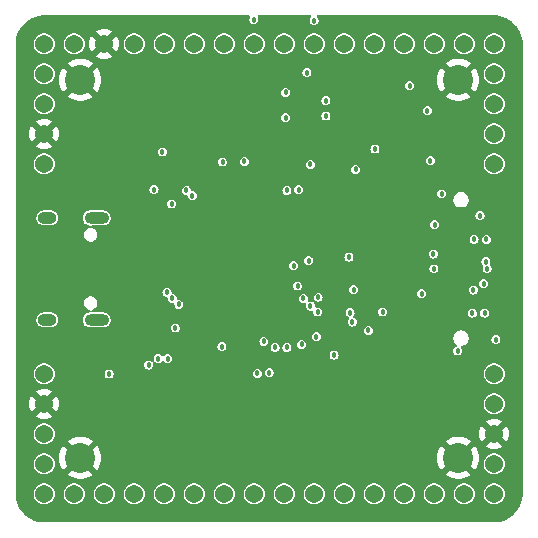
<source format=gbr>
%TF.GenerationSoftware,KiCad,Pcbnew,8.0.6-8.0.6-0~ubuntu24.04.1*%
%TF.CreationDate,2024-10-23T10:12:53-04:00*%
%TF.ProjectId,ta-expt-v2,74612d65-7870-4742-9d76-322e6b696361,rev?*%
%TF.SameCoordinates,Original*%
%TF.FileFunction,Copper,L3,Inr*%
%TF.FilePolarity,Positive*%
%FSLAX46Y46*%
G04 Gerber Fmt 4.6, Leading zero omitted, Abs format (unit mm)*
G04 Created by KiCad (PCBNEW 8.0.6-8.0.6-0~ubuntu24.04.1) date 2024-10-23 10:12:53*
%MOMM*%
%LPD*%
G01*
G04 APERTURE LIST*
%TA.AperFunction,ComponentPad*%
%ADD10O,2.100000X1.000000*%
%TD*%
%TA.AperFunction,ComponentPad*%
%ADD11O,1.600000X1.000000*%
%TD*%
%TA.AperFunction,ComponentPad*%
%ADD12C,1.540000*%
%TD*%
%TA.AperFunction,ComponentPad*%
%ADD13C,2.540000*%
%TD*%
%TA.AperFunction,ViaPad*%
%ADD14C,0.457200*%
%TD*%
G04 APERTURE END LIST*
D10*
%TO.N,unconnected-(J3-SHIELD-PadS1)*%
%TO.C,J3*%
X140390000Y-103680000D03*
D11*
X136210000Y-103680000D03*
D10*
X140390000Y-112320000D03*
D11*
X136210000Y-112320000D03*
%TD*%
D12*
%TO.N,VDD*%
%TO.C,J7*%
X135950000Y-116890000D03*
%TO.N,GND*%
X135950000Y-119430000D03*
%TO.N,/SWDIO*%
X135950000Y-121970000D03*
%TO.N,/SWCLK*%
X135950000Y-124510000D03*
%TD*%
%TO.N,unconnected-(J8-Pin_1-Pad1)*%
%TO.C,J8*%
X135950000Y-127050000D03*
%TO.N,unconnected-(J8-Pin_2-Pad2)*%
X138490000Y-127050000D03*
%TO.N,unconnected-(J8-Pin_3-Pad3)*%
X141030000Y-127050000D03*
%TO.N,unconnected-(J8-Pin_4-Pad4)*%
X143570000Y-127050000D03*
%TO.N,unconnected-(J8-Pin_5-Pad5)*%
X146110000Y-127050000D03*
%TO.N,unconnected-(J8-Pin_6-Pad6)*%
X148650000Y-127050000D03*
%TO.N,unconnected-(J8-Pin_7-Pad7)*%
X151190000Y-127050000D03*
%TO.N,/BOOT0*%
X153730000Y-127050000D03*
%TO.N,/LPUART_CTS*%
X156270000Y-127050000D03*
%TO.N,/LPUART_TX*%
X158810000Y-127050000D03*
%TO.N,/LPUART_RX*%
X161350000Y-127050000D03*
%TO.N,/LPUART_RTS*%
X163890000Y-127050000D03*
%TO.N,unconnected-(J8-Pin_13-Pad13)*%
X166430000Y-127050000D03*
%TO.N,unconnected-(J8-Pin_14-Pad14)*%
X168970000Y-127050000D03*
%TO.N,unconnected-(J8-Pin_15-Pad15)*%
X171510000Y-127050000D03*
%TO.N,unconnected-(J8-Pin_16-Pad16)*%
X174050000Y-127050000D03*
%TD*%
%TO.N,unconnected-(J1-Pin_2-Pad2)*%
%TO.C,J1*%
X174050000Y-124510000D03*
%TO.N,GND*%
X174050000Y-121970000D03*
%TO.N,unconnected-(J1-Pin_4-Pad4)*%
X174050000Y-119430000D03*
%TO.N,unconnected-(J1-Pin_5-Pad5)*%
X174050000Y-116890000D03*
%TD*%
%TO.N,unconnected-(J2-Pin_1-Pad1)*%
%TO.C,J2*%
X135950000Y-99110000D03*
%TO.N,GND*%
X135950000Y-96570000D03*
%TO.N,unconnected-(J2-Pin_3-Pad3)*%
X135950000Y-94030000D03*
%TO.N,unconnected-(J2-Pin_4-Pad4)*%
X135950000Y-91490000D03*
%TD*%
D13*
%TO.N,GND*%
%TO.C,J6*%
X139000000Y-92000000D03*
X171000000Y-92000000D03*
X139000000Y-124000000D03*
X171000000Y-124000000D03*
%TD*%
D12*
%TO.N,unconnected-(J4-Pin_2-Pad2)*%
%TO.C,J4*%
X174050000Y-99110000D03*
%TO.N,unconnected-(J4-Pin_3-Pad3)*%
X174050000Y-96570000D03*
%TO.N,unconnected-(J4-Pin_4-Pad4)*%
X174050000Y-94030000D03*
%TO.N,unconnected-(J4-Pin_5-Pad5)*%
X174050000Y-91490000D03*
%TD*%
%TO.N,unconnected-(J9-Pin_1-Pad1)*%
%TO.C,J9*%
X135950000Y-88950000D03*
%TO.N,unconnected-(J9-Pin_2-Pad2)*%
X138490000Y-88950000D03*
%TO.N,GND*%
X141030000Y-88950000D03*
%TO.N,unconnected-(J9-Pin_4-Pad4)*%
X143570000Y-88950000D03*
%TO.N,unconnected-(J9-Pin_5-Pad5)*%
X146110000Y-88950000D03*
%TO.N,unconnected-(J9-Pin_6-Pad6)*%
X148650000Y-88950000D03*
%TO.N,/NRST*%
X151190000Y-88950000D03*
%TO.N,/USART1_CK*%
X153730000Y-88950000D03*
%TO.N,/USART1_CTS*%
X156270000Y-88950000D03*
%TO.N,/USART1_TX*%
X158810000Y-88950000D03*
%TO.N,/USART1_RX*%
X161350000Y-88950000D03*
%TO.N,/USART1_RTS*%
X163890000Y-88950000D03*
%TO.N,unconnected-(J9-Pin_13-Pad13)*%
X166430000Y-88950000D03*
%TO.N,unconnected-(J9-Pin_14-Pad14)*%
X168970000Y-88950000D03*
%TO.N,unconnected-(J9-Pin_15-Pad15)*%
X171510000Y-88950000D03*
%TO.N,unconnected-(J9-Pin_16-Pad16)*%
X174050000Y-88950000D03*
%TD*%
D14*
%TO.N,GND*%
X143200000Y-102400000D03*
X169800000Y-98950000D03*
X146100000Y-118700000D03*
X164400000Y-113200000D03*
X175700000Y-101700000D03*
X166450000Y-103400000D03*
X165950000Y-98950000D03*
X142400000Y-111350000D03*
X166400000Y-121850000D03*
X167700000Y-98950000D03*
X140350000Y-100100000D03*
X164300000Y-98900000D03*
X147500000Y-99100000D03*
X166850000Y-113200000D03*
X143350000Y-97000000D03*
X158500000Y-114600000D03*
X161900000Y-104500000D03*
X159500000Y-109500000D03*
X148000000Y-96700000D03*
X161900000Y-115300000D03*
X158500000Y-101350000D03*
X166400000Y-108400000D03*
X146400000Y-113500000D03*
X164250000Y-106500000D03*
X160700000Y-96300000D03*
X151750000Y-119250000D03*
X147500000Y-123900000D03*
X144950000Y-92650000D03*
X145600000Y-123900000D03*
X169800000Y-94650000D03*
X143900000Y-113900000D03*
X164100000Y-108200000D03*
X159100000Y-97400000D03*
X148800000Y-91200000D03*
X141350000Y-102500000D03*
X164250000Y-104700000D03*
%TO.N,/VDD_FILT*%
X160500000Y-115300000D03*
X158500000Y-99150000D03*
X156400000Y-95200000D03*
X169600000Y-101650000D03*
X166900000Y-92500000D03*
X145950000Y-98100000D03*
X141450000Y-116900000D03*
X168400000Y-94600000D03*
X147050000Y-113000000D03*
X159000000Y-113750000D03*
X162150000Y-109750000D03*
X168650000Y-98850000D03*
X145600000Y-115600000D03*
%TO.N,Net-(IC3-PC15-OSC32_OUT)*%
X163400000Y-113200000D03*
X164600000Y-111650000D03*
%TO.N,/NRST*%
X158350000Y-107300000D03*
X152900000Y-98900000D03*
%TO.N,/LDO_OUT*%
X161850000Y-111700000D03*
X151050000Y-98950000D03*
X159150000Y-110400000D03*
X157075000Y-107725000D03*
%TO.N,/USART1_RX*%
X147350000Y-111000000D03*
%TO.N,/I2C3_SDA*%
X173350000Y-107400000D03*
X154000000Y-116850000D03*
%TO.N,/DCMI_VSYNC*%
X155500000Y-114650000D03*
X172350000Y-105500000D03*
%TO.N,/QUADSPI_BK2_IO2*%
X162330500Y-99569500D03*
X159800000Y-95050000D03*
%TO.N,/DCMI_D5*%
X155000000Y-116800000D03*
X174200000Y-114000000D03*
%TO.N,/LPUART_TX*%
X148000000Y-101350000D03*
%TO.N,/DCMI_D8*%
X158500000Y-111150000D03*
X173450000Y-108000000D03*
%TO.N,/LPUART_CTS*%
X146750000Y-102500000D03*
%TO.N,/USART1_TX*%
X146800000Y-110500000D03*
X158800000Y-87000000D03*
%TO.N,/DCMI_D7*%
X157750000Y-114400000D03*
X172300000Y-109800000D03*
%TO.N,/I2C3_SCL*%
X161750000Y-107000000D03*
X169000000Y-104250000D03*
%TO.N,/LPUART_RX*%
X148500000Y-101800000D03*
%TO.N,/Control*%
X172850000Y-103500000D03*
X167900000Y-110100000D03*
X162050000Y-112500000D03*
X156400000Y-93050000D03*
%TO.N,/SWCLK*%
X144800000Y-116150000D03*
X146400000Y-115600000D03*
%TO.N,/DCMI_D9*%
X154550000Y-114150000D03*
X168950000Y-108000000D03*
%TO.N,/USART1_CK*%
X146350000Y-110000000D03*
X153700000Y-86900000D03*
%TO.N,/DCMI_D4*%
X170950000Y-114950000D03*
X159100000Y-111650000D03*
%TO.N,/LPUART_RTS*%
X145250000Y-101300000D03*
%TO.N,/DCMI_PIXCLK*%
X168900000Y-106750000D03*
X156500000Y-101350000D03*
%TO.N,/DCMI_HSYNC*%
X157500000Y-101300000D03*
X173400000Y-105500000D03*
%TO.N,/DCMI_D2*%
X157400000Y-109450000D03*
X173250000Y-111750000D03*
%TO.N,/QUADSPI_BK2_IO1*%
X163950000Y-97850000D03*
X159800000Y-93750000D03*
%TO.N,/DCMI_D6*%
X156500000Y-114650000D03*
X173150000Y-109250000D03*
%TO.N,/DCMI_D3*%
X157900000Y-110500000D03*
X172200000Y-111750000D03*
%TO.N,/QUADSPI_BK2_NCS*%
X151000000Y-114600000D03*
X158200000Y-91400000D03*
%TD*%
%TA.AperFunction,Conductor*%
%TO.N,GND*%
G36*
X153331828Y-86545185D02*
G01*
X153377583Y-86597989D01*
X153387527Y-86667147D01*
X153375274Y-86705795D01*
X153336498Y-86781894D01*
X153336498Y-86781895D01*
X153317794Y-86899996D01*
X153317794Y-86900003D01*
X153336498Y-87018104D01*
X153336498Y-87018105D01*
X153390790Y-87124657D01*
X153475342Y-87209209D01*
X153475344Y-87209210D01*
X153475345Y-87209211D01*
X153581892Y-87263500D01*
X153581893Y-87263500D01*
X153581895Y-87263501D01*
X153699997Y-87282206D01*
X153700000Y-87282206D01*
X153700003Y-87282206D01*
X153818104Y-87263501D01*
X153818105Y-87263501D01*
X153818106Y-87263500D01*
X153818108Y-87263500D01*
X153924655Y-87209211D01*
X154009211Y-87124655D01*
X154063500Y-87018108D01*
X154063500Y-87018106D01*
X154063501Y-87018105D01*
X154063501Y-87018104D01*
X154082206Y-86900003D01*
X154082206Y-86899996D01*
X154063501Y-86781895D01*
X154063501Y-86781894D01*
X154055584Y-86766356D01*
X154024725Y-86705794D01*
X154011830Y-86637126D01*
X154038106Y-86572385D01*
X154095212Y-86532128D01*
X154135211Y-86525500D01*
X158441271Y-86525500D01*
X158508310Y-86545185D01*
X158554065Y-86597989D01*
X158564009Y-86667147D01*
X158534984Y-86730703D01*
X158528952Y-86737181D01*
X158490790Y-86775342D01*
X158436498Y-86881894D01*
X158436498Y-86881895D01*
X158417794Y-86999996D01*
X158417794Y-87000003D01*
X158436498Y-87118104D01*
X158436498Y-87118105D01*
X158490790Y-87224657D01*
X158575342Y-87309209D01*
X158575344Y-87309210D01*
X158575345Y-87309211D01*
X158681892Y-87363500D01*
X158681893Y-87363500D01*
X158681895Y-87363501D01*
X158799997Y-87382206D01*
X158800000Y-87382206D01*
X158800003Y-87382206D01*
X158918104Y-87363501D01*
X158918105Y-87363501D01*
X158918106Y-87363500D01*
X158918108Y-87363500D01*
X159024655Y-87309211D01*
X159109211Y-87224655D01*
X159163500Y-87118108D01*
X159163500Y-87118106D01*
X159163501Y-87118105D01*
X159163501Y-87118104D01*
X159182206Y-87000003D01*
X159182206Y-86999996D01*
X159163501Y-86881895D01*
X159163501Y-86881894D01*
X159112548Y-86781895D01*
X159109211Y-86775345D01*
X159109210Y-86775344D01*
X159109209Y-86775342D01*
X159071048Y-86737181D01*
X159037563Y-86675858D01*
X159042547Y-86606166D01*
X159084419Y-86550233D01*
X159149883Y-86525816D01*
X159158729Y-86525500D01*
X173933069Y-86525500D01*
X173935677Y-86525891D01*
X173952122Y-86525628D01*
X173952124Y-86525630D01*
X173956863Y-86525554D01*
X173963887Y-86525642D01*
X174236256Y-86536882D01*
X174250366Y-86538277D01*
X174516074Y-86579993D01*
X174529932Y-86582989D01*
X174789145Y-86654789D01*
X174802575Y-86659351D01*
X175051885Y-86760290D01*
X175064697Y-86766351D01*
X175300856Y-86895116D01*
X175312898Y-86902606D01*
X175532789Y-87057496D01*
X175543901Y-87066316D01*
X175744665Y-87245317D01*
X175754682Y-87255334D01*
X175851123Y-87363500D01*
X175933682Y-87456097D01*
X175942503Y-87467210D01*
X176097391Y-87687098D01*
X176104885Y-87699146D01*
X176233643Y-87935292D01*
X176239711Y-87948118D01*
X176340648Y-88197426D01*
X176345211Y-88210859D01*
X176417008Y-88470062D01*
X176420007Y-88483931D01*
X176461721Y-88749629D01*
X176463117Y-88763748D01*
X176474356Y-89036078D01*
X176474445Y-89043167D01*
X176474107Y-89064322D01*
X176474500Y-89066930D01*
X176474500Y-126933146D01*
X176474108Y-126935761D01*
X176474444Y-126956836D01*
X176474355Y-126963921D01*
X176463117Y-127236251D01*
X176461721Y-127250370D01*
X176420007Y-127516068D01*
X176417008Y-127529937D01*
X176345211Y-127789140D01*
X176340648Y-127802573D01*
X176239711Y-128051881D01*
X176233643Y-128064707D01*
X176104885Y-128300853D01*
X176097391Y-128312901D01*
X175942503Y-128532789D01*
X175933682Y-128543902D01*
X175754690Y-128744657D01*
X175744657Y-128754690D01*
X175543902Y-128933682D01*
X175532789Y-128942503D01*
X175312901Y-129097391D01*
X175300853Y-129104885D01*
X175064707Y-129233643D01*
X175051881Y-129239711D01*
X174802573Y-129340648D01*
X174789140Y-129345211D01*
X174529937Y-129417008D01*
X174516068Y-129420007D01*
X174250370Y-129461721D01*
X174236251Y-129463117D01*
X173963920Y-129474356D01*
X173956831Y-129474445D01*
X173935678Y-129474107D01*
X173933069Y-129474500D01*
X136066931Y-129474500D01*
X136064321Y-129474107D01*
X136043168Y-129474445D01*
X136036079Y-129474356D01*
X135763748Y-129463117D01*
X135749629Y-129461721D01*
X135483931Y-129420007D01*
X135470062Y-129417008D01*
X135210859Y-129345211D01*
X135197426Y-129340648D01*
X134948118Y-129239711D01*
X134935292Y-129233643D01*
X134912513Y-129221223D01*
X134699146Y-129104885D01*
X134687098Y-129097391D01*
X134467210Y-128942503D01*
X134456097Y-128933682D01*
X134405262Y-128888358D01*
X134255334Y-128754682D01*
X134245317Y-128744665D01*
X134066316Y-128543901D01*
X134057496Y-128532789D01*
X133902608Y-128312901D01*
X133895114Y-128300853D01*
X133846182Y-128211110D01*
X133766351Y-128064697D01*
X133760288Y-128051881D01*
X133718027Y-127947500D01*
X133659351Y-127802573D01*
X133654788Y-127789140D01*
X133635815Y-127720645D01*
X133582989Y-127529932D01*
X133579992Y-127516068D01*
X133564447Y-127417057D01*
X133538277Y-127250366D01*
X133536882Y-127236251D01*
X133529196Y-127050000D01*
X135047556Y-127050000D01*
X135067277Y-127237630D01*
X135125575Y-127417055D01*
X135219906Y-127580442D01*
X135346144Y-127720645D01*
X135346147Y-127720647D01*
X135498778Y-127831539D01*
X135671124Y-127908273D01*
X135671129Y-127908275D01*
X135855669Y-127947500D01*
X135855670Y-127947500D01*
X136044329Y-127947500D01*
X136044331Y-127947500D01*
X136228871Y-127908275D01*
X136401222Y-127831539D01*
X136553853Y-127720647D01*
X136680093Y-127580443D01*
X136774424Y-127417057D01*
X136832723Y-127237629D01*
X136852444Y-127050000D01*
X137587556Y-127050000D01*
X137607277Y-127237630D01*
X137665575Y-127417055D01*
X137759906Y-127580442D01*
X137886144Y-127720645D01*
X137886147Y-127720647D01*
X138038778Y-127831539D01*
X138211124Y-127908273D01*
X138211129Y-127908275D01*
X138395669Y-127947500D01*
X138395670Y-127947500D01*
X138584329Y-127947500D01*
X138584331Y-127947500D01*
X138768871Y-127908275D01*
X138941222Y-127831539D01*
X139093853Y-127720647D01*
X139220093Y-127580443D01*
X139314424Y-127417057D01*
X139372723Y-127237629D01*
X139392444Y-127050000D01*
X140127556Y-127050000D01*
X140147277Y-127237630D01*
X140205575Y-127417055D01*
X140299906Y-127580442D01*
X140426144Y-127720645D01*
X140426147Y-127720647D01*
X140578778Y-127831539D01*
X140751124Y-127908273D01*
X140751129Y-127908275D01*
X140935669Y-127947500D01*
X140935670Y-127947500D01*
X141124329Y-127947500D01*
X141124331Y-127947500D01*
X141308871Y-127908275D01*
X141481222Y-127831539D01*
X141633853Y-127720647D01*
X141760093Y-127580443D01*
X141854424Y-127417057D01*
X141912723Y-127237629D01*
X141932444Y-127050000D01*
X142667556Y-127050000D01*
X142687277Y-127237630D01*
X142745575Y-127417055D01*
X142839906Y-127580442D01*
X142966144Y-127720645D01*
X142966147Y-127720647D01*
X143118778Y-127831539D01*
X143291124Y-127908273D01*
X143291129Y-127908275D01*
X143475669Y-127947500D01*
X143475670Y-127947500D01*
X143664329Y-127947500D01*
X143664331Y-127947500D01*
X143848871Y-127908275D01*
X144021222Y-127831539D01*
X144173853Y-127720647D01*
X144300093Y-127580443D01*
X144394424Y-127417057D01*
X144452723Y-127237629D01*
X144472444Y-127050000D01*
X145207556Y-127050000D01*
X145227277Y-127237630D01*
X145285575Y-127417055D01*
X145379906Y-127580442D01*
X145506144Y-127720645D01*
X145506147Y-127720647D01*
X145658778Y-127831539D01*
X145831124Y-127908273D01*
X145831129Y-127908275D01*
X146015669Y-127947500D01*
X146015670Y-127947500D01*
X146204329Y-127947500D01*
X146204331Y-127947500D01*
X146388871Y-127908275D01*
X146561222Y-127831539D01*
X146713853Y-127720647D01*
X146840093Y-127580443D01*
X146934424Y-127417057D01*
X146992723Y-127237629D01*
X147012444Y-127050000D01*
X147747556Y-127050000D01*
X147767277Y-127237630D01*
X147825575Y-127417055D01*
X147919906Y-127580442D01*
X148046144Y-127720645D01*
X148046147Y-127720647D01*
X148198778Y-127831539D01*
X148371124Y-127908273D01*
X148371129Y-127908275D01*
X148555669Y-127947500D01*
X148555670Y-127947500D01*
X148744329Y-127947500D01*
X148744331Y-127947500D01*
X148928871Y-127908275D01*
X149101222Y-127831539D01*
X149253853Y-127720647D01*
X149380093Y-127580443D01*
X149474424Y-127417057D01*
X149532723Y-127237629D01*
X149552444Y-127050000D01*
X150287556Y-127050000D01*
X150307277Y-127237630D01*
X150365575Y-127417055D01*
X150459906Y-127580442D01*
X150586144Y-127720645D01*
X150586147Y-127720647D01*
X150738778Y-127831539D01*
X150911124Y-127908273D01*
X150911129Y-127908275D01*
X151095669Y-127947500D01*
X151095670Y-127947500D01*
X151284329Y-127947500D01*
X151284331Y-127947500D01*
X151468871Y-127908275D01*
X151641222Y-127831539D01*
X151793853Y-127720647D01*
X151920093Y-127580443D01*
X152014424Y-127417057D01*
X152072723Y-127237629D01*
X152092444Y-127050000D01*
X152827556Y-127050000D01*
X152847277Y-127237630D01*
X152905575Y-127417055D01*
X152999906Y-127580442D01*
X153126144Y-127720645D01*
X153126147Y-127720647D01*
X153278778Y-127831539D01*
X153451124Y-127908273D01*
X153451129Y-127908275D01*
X153635669Y-127947500D01*
X153635670Y-127947500D01*
X153824329Y-127947500D01*
X153824331Y-127947500D01*
X154008871Y-127908275D01*
X154181222Y-127831539D01*
X154333853Y-127720647D01*
X154460093Y-127580443D01*
X154554424Y-127417057D01*
X154612723Y-127237629D01*
X154632444Y-127050000D01*
X155367556Y-127050000D01*
X155387277Y-127237630D01*
X155445575Y-127417055D01*
X155539906Y-127580442D01*
X155666144Y-127720645D01*
X155666147Y-127720647D01*
X155818778Y-127831539D01*
X155991124Y-127908273D01*
X155991129Y-127908275D01*
X156175669Y-127947500D01*
X156175670Y-127947500D01*
X156364329Y-127947500D01*
X156364331Y-127947500D01*
X156548871Y-127908275D01*
X156721222Y-127831539D01*
X156873853Y-127720647D01*
X157000093Y-127580443D01*
X157094424Y-127417057D01*
X157152723Y-127237629D01*
X157172444Y-127050000D01*
X157907556Y-127050000D01*
X157927277Y-127237630D01*
X157985575Y-127417055D01*
X158079906Y-127580442D01*
X158206144Y-127720645D01*
X158206147Y-127720647D01*
X158358778Y-127831539D01*
X158531124Y-127908273D01*
X158531129Y-127908275D01*
X158715669Y-127947500D01*
X158715670Y-127947500D01*
X158904329Y-127947500D01*
X158904331Y-127947500D01*
X159088871Y-127908275D01*
X159261222Y-127831539D01*
X159413853Y-127720647D01*
X159540093Y-127580443D01*
X159634424Y-127417057D01*
X159692723Y-127237629D01*
X159712444Y-127050000D01*
X160447556Y-127050000D01*
X160467277Y-127237630D01*
X160525575Y-127417055D01*
X160619906Y-127580442D01*
X160746144Y-127720645D01*
X160746147Y-127720647D01*
X160898778Y-127831539D01*
X161071124Y-127908273D01*
X161071129Y-127908275D01*
X161255669Y-127947500D01*
X161255670Y-127947500D01*
X161444329Y-127947500D01*
X161444331Y-127947500D01*
X161628871Y-127908275D01*
X161801222Y-127831539D01*
X161953853Y-127720647D01*
X162080093Y-127580443D01*
X162174424Y-127417057D01*
X162232723Y-127237629D01*
X162252444Y-127050000D01*
X162987556Y-127050000D01*
X163007277Y-127237630D01*
X163065575Y-127417055D01*
X163159906Y-127580442D01*
X163286144Y-127720645D01*
X163286147Y-127720647D01*
X163438778Y-127831539D01*
X163611124Y-127908273D01*
X163611129Y-127908275D01*
X163795669Y-127947500D01*
X163795670Y-127947500D01*
X163984329Y-127947500D01*
X163984331Y-127947500D01*
X164168871Y-127908275D01*
X164341222Y-127831539D01*
X164493853Y-127720647D01*
X164620093Y-127580443D01*
X164714424Y-127417057D01*
X164772723Y-127237629D01*
X164792444Y-127050000D01*
X165527556Y-127050000D01*
X165547277Y-127237630D01*
X165605575Y-127417055D01*
X165699906Y-127580442D01*
X165826144Y-127720645D01*
X165826147Y-127720647D01*
X165978778Y-127831539D01*
X166151124Y-127908273D01*
X166151129Y-127908275D01*
X166335669Y-127947500D01*
X166335670Y-127947500D01*
X166524329Y-127947500D01*
X166524331Y-127947500D01*
X166708871Y-127908275D01*
X166881222Y-127831539D01*
X167033853Y-127720647D01*
X167160093Y-127580443D01*
X167254424Y-127417057D01*
X167312723Y-127237629D01*
X167332444Y-127050000D01*
X168067556Y-127050000D01*
X168087277Y-127237630D01*
X168145575Y-127417055D01*
X168239906Y-127580442D01*
X168366144Y-127720645D01*
X168366147Y-127720647D01*
X168518778Y-127831539D01*
X168691124Y-127908273D01*
X168691129Y-127908275D01*
X168875669Y-127947500D01*
X168875670Y-127947500D01*
X169064329Y-127947500D01*
X169064331Y-127947500D01*
X169248871Y-127908275D01*
X169421222Y-127831539D01*
X169573853Y-127720647D01*
X169700093Y-127580443D01*
X169794424Y-127417057D01*
X169852723Y-127237629D01*
X169872444Y-127050000D01*
X170607556Y-127050000D01*
X170627277Y-127237630D01*
X170685575Y-127417055D01*
X170779906Y-127580442D01*
X170906144Y-127720645D01*
X170906147Y-127720647D01*
X171058778Y-127831539D01*
X171231124Y-127908273D01*
X171231129Y-127908275D01*
X171415669Y-127947500D01*
X171415670Y-127947500D01*
X171604329Y-127947500D01*
X171604331Y-127947500D01*
X171788871Y-127908275D01*
X171961222Y-127831539D01*
X172113853Y-127720647D01*
X172240093Y-127580443D01*
X172334424Y-127417057D01*
X172392723Y-127237629D01*
X172412444Y-127050000D01*
X173147556Y-127050000D01*
X173167277Y-127237630D01*
X173225575Y-127417055D01*
X173319906Y-127580442D01*
X173446144Y-127720645D01*
X173446147Y-127720647D01*
X173598778Y-127831539D01*
X173771124Y-127908273D01*
X173771129Y-127908275D01*
X173955669Y-127947500D01*
X173955670Y-127947500D01*
X174144329Y-127947500D01*
X174144331Y-127947500D01*
X174328871Y-127908275D01*
X174501222Y-127831539D01*
X174653853Y-127720647D01*
X174780093Y-127580443D01*
X174874424Y-127417057D01*
X174932723Y-127237629D01*
X174952444Y-127050000D01*
X174932723Y-126862371D01*
X174874424Y-126682943D01*
X174780093Y-126519557D01*
X174653855Y-126379354D01*
X174577537Y-126323907D01*
X174501222Y-126268461D01*
X174501220Y-126268460D01*
X174501221Y-126268460D01*
X174328875Y-126191726D01*
X174328870Y-126191724D01*
X174183555Y-126160837D01*
X174144331Y-126152500D01*
X173955669Y-126152500D01*
X173923320Y-126159375D01*
X173771129Y-126191724D01*
X173771124Y-126191726D01*
X173598779Y-126268460D01*
X173446144Y-126379354D01*
X173319906Y-126519557D01*
X173225575Y-126682944D01*
X173167277Y-126862369D01*
X173147556Y-127050000D01*
X172412444Y-127050000D01*
X172392723Y-126862371D01*
X172334424Y-126682943D01*
X172240093Y-126519557D01*
X172113855Y-126379354D01*
X172037537Y-126323907D01*
X171961222Y-126268461D01*
X171961220Y-126268460D01*
X171961221Y-126268460D01*
X171788875Y-126191726D01*
X171788870Y-126191724D01*
X171643555Y-126160837D01*
X171604331Y-126152500D01*
X171415669Y-126152500D01*
X171383320Y-126159375D01*
X171231129Y-126191724D01*
X171231124Y-126191726D01*
X171058779Y-126268460D01*
X170906144Y-126379354D01*
X170779906Y-126519557D01*
X170685575Y-126682944D01*
X170627277Y-126862369D01*
X170607556Y-127050000D01*
X169872444Y-127050000D01*
X169852723Y-126862371D01*
X169794424Y-126682943D01*
X169700093Y-126519557D01*
X169573855Y-126379354D01*
X169497537Y-126323907D01*
X169421222Y-126268461D01*
X169421220Y-126268460D01*
X169421221Y-126268460D01*
X169248875Y-126191726D01*
X169248870Y-126191724D01*
X169103555Y-126160837D01*
X169064331Y-126152500D01*
X168875669Y-126152500D01*
X168843320Y-126159375D01*
X168691129Y-126191724D01*
X168691124Y-126191726D01*
X168518779Y-126268460D01*
X168366144Y-126379354D01*
X168239906Y-126519557D01*
X168145575Y-126682944D01*
X168087277Y-126862369D01*
X168067556Y-127050000D01*
X167332444Y-127050000D01*
X167312723Y-126862371D01*
X167254424Y-126682943D01*
X167160093Y-126519557D01*
X167033855Y-126379354D01*
X166957537Y-126323907D01*
X166881222Y-126268461D01*
X166881220Y-126268460D01*
X166881221Y-126268460D01*
X166708875Y-126191726D01*
X166708870Y-126191724D01*
X166563555Y-126160837D01*
X166524331Y-126152500D01*
X166335669Y-126152500D01*
X166303320Y-126159375D01*
X166151129Y-126191724D01*
X166151124Y-126191726D01*
X165978779Y-126268460D01*
X165826144Y-126379354D01*
X165699906Y-126519557D01*
X165605575Y-126682944D01*
X165547277Y-126862369D01*
X165527556Y-127050000D01*
X164792444Y-127050000D01*
X164772723Y-126862371D01*
X164714424Y-126682943D01*
X164620093Y-126519557D01*
X164493855Y-126379354D01*
X164417537Y-126323907D01*
X164341222Y-126268461D01*
X164341220Y-126268460D01*
X164341221Y-126268460D01*
X164168875Y-126191726D01*
X164168870Y-126191724D01*
X164023555Y-126160837D01*
X163984331Y-126152500D01*
X163795669Y-126152500D01*
X163763320Y-126159375D01*
X163611129Y-126191724D01*
X163611124Y-126191726D01*
X163438779Y-126268460D01*
X163286144Y-126379354D01*
X163159906Y-126519557D01*
X163065575Y-126682944D01*
X163007277Y-126862369D01*
X162987556Y-127050000D01*
X162252444Y-127050000D01*
X162232723Y-126862371D01*
X162174424Y-126682943D01*
X162080093Y-126519557D01*
X161953855Y-126379354D01*
X161877537Y-126323907D01*
X161801222Y-126268461D01*
X161801220Y-126268460D01*
X161801221Y-126268460D01*
X161628875Y-126191726D01*
X161628870Y-126191724D01*
X161483555Y-126160837D01*
X161444331Y-126152500D01*
X161255669Y-126152500D01*
X161223320Y-126159375D01*
X161071129Y-126191724D01*
X161071124Y-126191726D01*
X160898779Y-126268460D01*
X160746144Y-126379354D01*
X160619906Y-126519557D01*
X160525575Y-126682944D01*
X160467277Y-126862369D01*
X160447556Y-127050000D01*
X159712444Y-127050000D01*
X159692723Y-126862371D01*
X159634424Y-126682943D01*
X159540093Y-126519557D01*
X159413855Y-126379354D01*
X159337537Y-126323907D01*
X159261222Y-126268461D01*
X159261220Y-126268460D01*
X159261221Y-126268460D01*
X159088875Y-126191726D01*
X159088870Y-126191724D01*
X158943555Y-126160837D01*
X158904331Y-126152500D01*
X158715669Y-126152500D01*
X158683320Y-126159375D01*
X158531129Y-126191724D01*
X158531124Y-126191726D01*
X158358779Y-126268460D01*
X158206144Y-126379354D01*
X158079906Y-126519557D01*
X157985575Y-126682944D01*
X157927277Y-126862369D01*
X157907556Y-127050000D01*
X157172444Y-127050000D01*
X157152723Y-126862371D01*
X157094424Y-126682943D01*
X157000093Y-126519557D01*
X156873855Y-126379354D01*
X156797537Y-126323907D01*
X156721222Y-126268461D01*
X156721220Y-126268460D01*
X156721221Y-126268460D01*
X156548875Y-126191726D01*
X156548870Y-126191724D01*
X156403555Y-126160837D01*
X156364331Y-126152500D01*
X156175669Y-126152500D01*
X156143320Y-126159375D01*
X155991129Y-126191724D01*
X155991124Y-126191726D01*
X155818779Y-126268460D01*
X155666144Y-126379354D01*
X155539906Y-126519557D01*
X155445575Y-126682944D01*
X155387277Y-126862369D01*
X155367556Y-127050000D01*
X154632444Y-127050000D01*
X154612723Y-126862371D01*
X154554424Y-126682943D01*
X154460093Y-126519557D01*
X154333855Y-126379354D01*
X154257537Y-126323907D01*
X154181222Y-126268461D01*
X154181220Y-126268460D01*
X154181221Y-126268460D01*
X154008875Y-126191726D01*
X154008870Y-126191724D01*
X153863555Y-126160837D01*
X153824331Y-126152500D01*
X153635669Y-126152500D01*
X153603320Y-126159375D01*
X153451129Y-126191724D01*
X153451124Y-126191726D01*
X153278779Y-126268460D01*
X153126144Y-126379354D01*
X152999906Y-126519557D01*
X152905575Y-126682944D01*
X152847277Y-126862369D01*
X152827556Y-127050000D01*
X152092444Y-127050000D01*
X152072723Y-126862371D01*
X152014424Y-126682943D01*
X151920093Y-126519557D01*
X151793855Y-126379354D01*
X151717537Y-126323907D01*
X151641222Y-126268461D01*
X151641220Y-126268460D01*
X151641221Y-126268460D01*
X151468875Y-126191726D01*
X151468870Y-126191724D01*
X151323555Y-126160837D01*
X151284331Y-126152500D01*
X151095669Y-126152500D01*
X151063320Y-126159375D01*
X150911129Y-126191724D01*
X150911124Y-126191726D01*
X150738779Y-126268460D01*
X150586144Y-126379354D01*
X150459906Y-126519557D01*
X150365575Y-126682944D01*
X150307277Y-126862369D01*
X150287556Y-127050000D01*
X149552444Y-127050000D01*
X149532723Y-126862371D01*
X149474424Y-126682943D01*
X149380093Y-126519557D01*
X149253855Y-126379354D01*
X149177537Y-126323907D01*
X149101222Y-126268461D01*
X149101220Y-126268460D01*
X149101221Y-126268460D01*
X148928875Y-126191726D01*
X148928870Y-126191724D01*
X148783555Y-126160837D01*
X148744331Y-126152500D01*
X148555669Y-126152500D01*
X148523320Y-126159375D01*
X148371129Y-126191724D01*
X148371124Y-126191726D01*
X148198779Y-126268460D01*
X148046144Y-126379354D01*
X147919906Y-126519557D01*
X147825575Y-126682944D01*
X147767277Y-126862369D01*
X147747556Y-127050000D01*
X147012444Y-127050000D01*
X146992723Y-126862371D01*
X146934424Y-126682943D01*
X146840093Y-126519557D01*
X146713855Y-126379354D01*
X146637537Y-126323907D01*
X146561222Y-126268461D01*
X146561220Y-126268460D01*
X146561221Y-126268460D01*
X146388875Y-126191726D01*
X146388870Y-126191724D01*
X146243555Y-126160837D01*
X146204331Y-126152500D01*
X146015669Y-126152500D01*
X145983320Y-126159375D01*
X145831129Y-126191724D01*
X145831124Y-126191726D01*
X145658779Y-126268460D01*
X145506144Y-126379354D01*
X145379906Y-126519557D01*
X145285575Y-126682944D01*
X145227277Y-126862369D01*
X145207556Y-127050000D01*
X144472444Y-127050000D01*
X144452723Y-126862371D01*
X144394424Y-126682943D01*
X144300093Y-126519557D01*
X144173855Y-126379354D01*
X144097537Y-126323907D01*
X144021222Y-126268461D01*
X144021220Y-126268460D01*
X144021221Y-126268460D01*
X143848875Y-126191726D01*
X143848870Y-126191724D01*
X143703555Y-126160837D01*
X143664331Y-126152500D01*
X143475669Y-126152500D01*
X143443320Y-126159375D01*
X143291129Y-126191724D01*
X143291124Y-126191726D01*
X143118779Y-126268460D01*
X142966144Y-126379354D01*
X142839906Y-126519557D01*
X142745575Y-126682944D01*
X142687277Y-126862369D01*
X142667556Y-127050000D01*
X141932444Y-127050000D01*
X141912723Y-126862371D01*
X141854424Y-126682943D01*
X141760093Y-126519557D01*
X141633855Y-126379354D01*
X141557537Y-126323907D01*
X141481222Y-126268461D01*
X141481220Y-126268460D01*
X141481221Y-126268460D01*
X141308875Y-126191726D01*
X141308870Y-126191724D01*
X141163555Y-126160837D01*
X141124331Y-126152500D01*
X140935669Y-126152500D01*
X140903320Y-126159375D01*
X140751129Y-126191724D01*
X140751124Y-126191726D01*
X140578779Y-126268460D01*
X140426144Y-126379354D01*
X140299906Y-126519557D01*
X140205575Y-126682944D01*
X140147277Y-126862369D01*
X140127556Y-127050000D01*
X139392444Y-127050000D01*
X139372723Y-126862371D01*
X139314424Y-126682943D01*
X139220093Y-126519557D01*
X139093855Y-126379354D01*
X139017537Y-126323907D01*
X138941222Y-126268461D01*
X138941220Y-126268460D01*
X138941221Y-126268460D01*
X138768875Y-126191726D01*
X138768870Y-126191724D01*
X138623555Y-126160837D01*
X138584331Y-126152500D01*
X138395669Y-126152500D01*
X138363320Y-126159375D01*
X138211129Y-126191724D01*
X138211124Y-126191726D01*
X138038779Y-126268460D01*
X137886144Y-126379354D01*
X137759906Y-126519557D01*
X137665575Y-126682944D01*
X137607277Y-126862369D01*
X137587556Y-127050000D01*
X136852444Y-127050000D01*
X136832723Y-126862371D01*
X136774424Y-126682943D01*
X136680093Y-126519557D01*
X136553855Y-126379354D01*
X136477537Y-126323907D01*
X136401222Y-126268461D01*
X136401220Y-126268460D01*
X136401221Y-126268460D01*
X136228875Y-126191726D01*
X136228870Y-126191724D01*
X136083555Y-126160837D01*
X136044331Y-126152500D01*
X135855669Y-126152500D01*
X135823320Y-126159375D01*
X135671129Y-126191724D01*
X135671124Y-126191726D01*
X135498779Y-126268460D01*
X135346144Y-126379354D01*
X135219906Y-126519557D01*
X135125575Y-126682944D01*
X135067277Y-126862369D01*
X135047556Y-127050000D01*
X133529196Y-127050000D01*
X133525644Y-126963921D01*
X133525555Y-126956831D01*
X133525890Y-126935759D01*
X133525500Y-126933146D01*
X133525500Y-124510000D01*
X135047556Y-124510000D01*
X135067277Y-124697630D01*
X135125575Y-124877055D01*
X135219906Y-125040442D01*
X135346144Y-125180645D01*
X135346147Y-125180647D01*
X135498778Y-125291539D01*
X135671124Y-125368273D01*
X135671129Y-125368275D01*
X135855669Y-125407500D01*
X135855670Y-125407500D01*
X136044329Y-125407500D01*
X136044331Y-125407500D01*
X136228871Y-125368275D01*
X136401222Y-125291539D01*
X136553853Y-125180647D01*
X136680093Y-125040443D01*
X136774424Y-124877057D01*
X136832723Y-124697629D01*
X136852444Y-124510000D01*
X136832723Y-124322371D01*
X136774424Y-124142943D01*
X136691893Y-123999995D01*
X137225037Y-123999995D01*
X137225037Y-124000004D01*
X137244860Y-124264535D01*
X137244861Y-124264540D01*
X137303890Y-124523166D01*
X137303896Y-124523185D01*
X137400814Y-124770128D01*
X137400813Y-124770128D01*
X137533457Y-124999871D01*
X137583642Y-125062803D01*
X137583643Y-125062803D01*
X138070868Y-124575577D01*
X138168595Y-124710087D01*
X138289913Y-124831405D01*
X138424420Y-124929130D01*
X137936438Y-125417112D01*
X138112525Y-125537166D01*
X138112526Y-125537167D01*
X138351530Y-125652264D01*
X138351528Y-125652264D01*
X138605025Y-125730458D01*
X138605031Y-125730459D01*
X138867351Y-125769999D01*
X138867358Y-125770000D01*
X139132642Y-125770000D01*
X139132648Y-125769999D01*
X139394968Y-125730459D01*
X139394974Y-125730458D01*
X139648470Y-125652264D01*
X139887479Y-125537164D01*
X140063560Y-125417112D01*
X139575578Y-124929130D01*
X139710087Y-124831405D01*
X139831405Y-124710087D01*
X139929130Y-124575578D01*
X140416355Y-125062803D01*
X140416356Y-125062802D01*
X140466545Y-124999869D01*
X140599185Y-124770128D01*
X140696103Y-124523185D01*
X140696109Y-124523166D01*
X140755138Y-124264540D01*
X140755139Y-124264535D01*
X140774963Y-124000004D01*
X140774963Y-123999995D01*
X169225037Y-123999995D01*
X169225037Y-124000004D01*
X169244860Y-124264535D01*
X169244861Y-124264540D01*
X169303890Y-124523166D01*
X169303896Y-124523185D01*
X169400814Y-124770128D01*
X169400813Y-124770128D01*
X169533457Y-124999871D01*
X169583642Y-125062803D01*
X169583643Y-125062803D01*
X170070868Y-124575577D01*
X170168595Y-124710087D01*
X170289913Y-124831405D01*
X170424420Y-124929130D01*
X169936438Y-125417112D01*
X170112525Y-125537166D01*
X170112526Y-125537167D01*
X170351530Y-125652264D01*
X170351528Y-125652264D01*
X170605025Y-125730458D01*
X170605031Y-125730459D01*
X170867351Y-125769999D01*
X170867358Y-125770000D01*
X171132642Y-125770000D01*
X171132648Y-125769999D01*
X171394968Y-125730459D01*
X171394974Y-125730458D01*
X171648470Y-125652264D01*
X171887479Y-125537164D01*
X172063560Y-125417112D01*
X171575578Y-124929130D01*
X171710087Y-124831405D01*
X171831405Y-124710087D01*
X171929130Y-124575578D01*
X172416355Y-125062803D01*
X172416356Y-125062802D01*
X172466545Y-124999869D01*
X172599185Y-124770128D01*
X172696103Y-124523185D01*
X172696109Y-124523166D01*
X172699114Y-124510000D01*
X173147556Y-124510000D01*
X173167277Y-124697630D01*
X173225575Y-124877055D01*
X173319906Y-125040442D01*
X173446144Y-125180645D01*
X173446147Y-125180647D01*
X173598778Y-125291539D01*
X173771124Y-125368273D01*
X173771129Y-125368275D01*
X173955669Y-125407500D01*
X173955670Y-125407500D01*
X174144329Y-125407500D01*
X174144331Y-125407500D01*
X174328871Y-125368275D01*
X174501222Y-125291539D01*
X174653853Y-125180647D01*
X174780093Y-125040443D01*
X174874424Y-124877057D01*
X174932723Y-124697629D01*
X174952444Y-124510000D01*
X174932723Y-124322371D01*
X174874424Y-124142943D01*
X174780093Y-123979557D01*
X174721259Y-123914215D01*
X174653855Y-123839354D01*
X174523653Y-123744758D01*
X174501222Y-123728461D01*
X174501220Y-123728460D01*
X174501221Y-123728460D01*
X174328875Y-123651726D01*
X174328870Y-123651724D01*
X174183555Y-123620837D01*
X174144331Y-123612500D01*
X173955669Y-123612500D01*
X173923320Y-123619375D01*
X173771129Y-123651724D01*
X173771124Y-123651726D01*
X173598779Y-123728460D01*
X173446144Y-123839354D01*
X173319906Y-123979557D01*
X173225575Y-124142944D01*
X173167277Y-124322369D01*
X173147556Y-124510000D01*
X172699114Y-124510000D01*
X172755138Y-124264540D01*
X172755139Y-124264535D01*
X172774963Y-124000004D01*
X172774963Y-123999995D01*
X172755139Y-123735464D01*
X172755138Y-123735459D01*
X172696109Y-123476833D01*
X172696103Y-123476814D01*
X172599185Y-123229871D01*
X172599186Y-123229871D01*
X172466543Y-123000129D01*
X172466536Y-123000118D01*
X172416356Y-122937196D01*
X172416355Y-122937195D01*
X171929130Y-123424420D01*
X171831405Y-123289913D01*
X171710087Y-123168595D01*
X171575578Y-123070868D01*
X172063560Y-122582886D01*
X171887484Y-122462839D01*
X171887474Y-122462832D01*
X171648469Y-122347735D01*
X171648471Y-122347735D01*
X171394974Y-122269541D01*
X171394968Y-122269540D01*
X171132648Y-122230000D01*
X170867351Y-122230000D01*
X170605031Y-122269540D01*
X170605025Y-122269541D01*
X170351529Y-122347735D01*
X170112526Y-122462832D01*
X170112518Y-122462837D01*
X169936438Y-122582886D01*
X170424421Y-123070869D01*
X170289913Y-123168595D01*
X170168595Y-123289913D01*
X170070868Y-123424421D01*
X169583643Y-122937196D01*
X169533456Y-123000128D01*
X169400814Y-123229871D01*
X169303896Y-123476814D01*
X169303890Y-123476833D01*
X169244861Y-123735459D01*
X169244860Y-123735464D01*
X169225037Y-123999995D01*
X140774963Y-123999995D01*
X140755139Y-123735464D01*
X140755138Y-123735459D01*
X140696109Y-123476833D01*
X140696103Y-123476814D01*
X140599185Y-123229871D01*
X140599186Y-123229871D01*
X140466543Y-123000129D01*
X140466536Y-123000118D01*
X140416356Y-122937196D01*
X140416355Y-122937195D01*
X139929130Y-123424420D01*
X139831405Y-123289913D01*
X139710087Y-123168595D01*
X139575578Y-123070868D01*
X140063560Y-122582886D01*
X139887484Y-122462839D01*
X139887474Y-122462832D01*
X139648469Y-122347735D01*
X139648471Y-122347735D01*
X139394974Y-122269541D01*
X139394968Y-122269540D01*
X139132648Y-122230000D01*
X138867351Y-122230000D01*
X138605031Y-122269540D01*
X138605025Y-122269541D01*
X138351529Y-122347735D01*
X138112526Y-122462832D01*
X138112518Y-122462837D01*
X137936438Y-122582886D01*
X138424421Y-123070869D01*
X138289913Y-123168595D01*
X138168595Y-123289913D01*
X138070868Y-123424421D01*
X137583643Y-122937196D01*
X137533456Y-123000128D01*
X137400814Y-123229871D01*
X137303896Y-123476814D01*
X137303890Y-123476833D01*
X137244861Y-123735459D01*
X137244860Y-123735464D01*
X137225037Y-123999995D01*
X136691893Y-123999995D01*
X136680093Y-123979557D01*
X136621259Y-123914215D01*
X136553855Y-123839354D01*
X136423653Y-123744758D01*
X136401222Y-123728461D01*
X136401220Y-123728460D01*
X136401221Y-123728460D01*
X136228875Y-123651726D01*
X136228870Y-123651724D01*
X136083555Y-123620837D01*
X136044331Y-123612500D01*
X135855669Y-123612500D01*
X135823320Y-123619375D01*
X135671129Y-123651724D01*
X135671124Y-123651726D01*
X135498779Y-123728460D01*
X135346144Y-123839354D01*
X135219906Y-123979557D01*
X135125575Y-124142944D01*
X135067277Y-124322369D01*
X135047556Y-124510000D01*
X133525500Y-124510000D01*
X133525500Y-121970000D01*
X135047556Y-121970000D01*
X135067277Y-122157630D01*
X135125575Y-122337055D01*
X135219906Y-122500442D01*
X135346144Y-122640645D01*
X135346147Y-122640647D01*
X135498778Y-122751539D01*
X135671124Y-122828273D01*
X135671129Y-122828275D01*
X135855669Y-122867500D01*
X135855670Y-122867500D01*
X136044329Y-122867500D01*
X136044331Y-122867500D01*
X136228871Y-122828275D01*
X136401222Y-122751539D01*
X136553853Y-122640647D01*
X136680093Y-122500443D01*
X136774424Y-122337057D01*
X136832723Y-122157629D01*
X136852444Y-121970000D01*
X136852444Y-121969999D01*
X172775149Y-121969999D01*
X172775149Y-121970000D01*
X172794516Y-122191371D01*
X172794518Y-122191381D01*
X172852029Y-122406017D01*
X172852033Y-122406026D01*
X172945949Y-122607429D01*
X172992513Y-122673931D01*
X172992514Y-122673932D01*
X173567037Y-122099409D01*
X173584075Y-122162993D01*
X173649901Y-122277007D01*
X173742993Y-122370099D01*
X173857007Y-122435925D01*
X173920590Y-122452962D01*
X173346066Y-123027484D01*
X173346067Y-123027485D01*
X173412570Y-123074050D01*
X173613973Y-123167966D01*
X173613982Y-123167970D01*
X173828618Y-123225481D01*
X173828628Y-123225483D01*
X174049999Y-123244851D01*
X174050001Y-123244851D01*
X174271371Y-123225483D01*
X174271381Y-123225481D01*
X174486017Y-123167970D01*
X174486026Y-123167966D01*
X174687425Y-123074052D01*
X174753932Y-123027484D01*
X174179409Y-122452962D01*
X174242993Y-122435925D01*
X174357007Y-122370099D01*
X174450099Y-122277007D01*
X174515925Y-122162993D01*
X174532962Y-122099410D01*
X175107484Y-122673932D01*
X175154052Y-122607425D01*
X175247966Y-122406026D01*
X175247970Y-122406017D01*
X175305481Y-122191381D01*
X175305483Y-122191371D01*
X175324851Y-121970000D01*
X175324851Y-121969999D01*
X175305483Y-121748628D01*
X175305481Y-121748618D01*
X175247970Y-121533982D01*
X175247966Y-121533973D01*
X175154054Y-121332577D01*
X175107483Y-121266067D01*
X174532962Y-121840589D01*
X174515925Y-121777007D01*
X174450099Y-121662993D01*
X174357007Y-121569901D01*
X174242993Y-121504075D01*
X174179409Y-121487037D01*
X174753932Y-120912514D01*
X174753931Y-120912513D01*
X174687429Y-120865949D01*
X174486026Y-120772033D01*
X174486017Y-120772029D01*
X174271381Y-120714518D01*
X174271371Y-120714516D01*
X174050001Y-120695149D01*
X174049999Y-120695149D01*
X173828628Y-120714516D01*
X173828618Y-120714518D01*
X173613982Y-120772029D01*
X173613973Y-120772032D01*
X173412576Y-120865946D01*
X173412574Y-120865947D01*
X173346068Y-120912515D01*
X173346067Y-120912515D01*
X173920590Y-121487037D01*
X173857007Y-121504075D01*
X173742993Y-121569901D01*
X173649901Y-121662993D01*
X173584075Y-121777007D01*
X173567037Y-121840589D01*
X172992515Y-121266067D01*
X172992515Y-121266068D01*
X172945947Y-121332574D01*
X172945946Y-121332576D01*
X172852032Y-121533973D01*
X172852029Y-121533982D01*
X172794518Y-121748618D01*
X172794516Y-121748628D01*
X172775149Y-121969999D01*
X136852444Y-121969999D01*
X136832723Y-121782371D01*
X136774424Y-121602943D01*
X136680093Y-121439557D01*
X136553855Y-121299354D01*
X136477537Y-121243907D01*
X136401222Y-121188461D01*
X136401220Y-121188460D01*
X136401221Y-121188460D01*
X136228875Y-121111726D01*
X136228870Y-121111724D01*
X136083555Y-121080837D01*
X136044331Y-121072500D01*
X135855669Y-121072500D01*
X135823320Y-121079375D01*
X135671129Y-121111724D01*
X135671124Y-121111726D01*
X135498779Y-121188460D01*
X135346144Y-121299354D01*
X135219906Y-121439557D01*
X135125575Y-121602944D01*
X135067277Y-121782369D01*
X135047556Y-121970000D01*
X133525500Y-121970000D01*
X133525500Y-119429999D01*
X134675149Y-119429999D01*
X134675149Y-119430000D01*
X134694516Y-119651371D01*
X134694518Y-119651381D01*
X134752029Y-119866017D01*
X134752033Y-119866026D01*
X134845949Y-120067429D01*
X134892513Y-120133931D01*
X134892514Y-120133932D01*
X135467037Y-119559409D01*
X135484075Y-119622993D01*
X135549901Y-119737007D01*
X135642993Y-119830099D01*
X135757007Y-119895925D01*
X135820590Y-119912962D01*
X135246066Y-120487484D01*
X135246067Y-120487485D01*
X135312570Y-120534050D01*
X135513973Y-120627966D01*
X135513982Y-120627970D01*
X135728618Y-120685481D01*
X135728628Y-120685483D01*
X135949999Y-120704851D01*
X135950001Y-120704851D01*
X136171371Y-120685483D01*
X136171381Y-120685481D01*
X136386017Y-120627970D01*
X136386026Y-120627966D01*
X136587425Y-120534052D01*
X136653932Y-120487484D01*
X136079409Y-119912962D01*
X136142993Y-119895925D01*
X136257007Y-119830099D01*
X136350099Y-119737007D01*
X136415925Y-119622993D01*
X136432962Y-119559410D01*
X137007484Y-120133932D01*
X137054052Y-120067425D01*
X137147966Y-119866026D01*
X137147970Y-119866017D01*
X137205481Y-119651381D01*
X137205483Y-119651371D01*
X137224851Y-119430000D01*
X173147556Y-119430000D01*
X173167277Y-119617630D01*
X173225575Y-119797055D01*
X173319906Y-119960442D01*
X173446144Y-120100645D01*
X173446147Y-120100647D01*
X173598778Y-120211539D01*
X173771124Y-120288273D01*
X173771129Y-120288275D01*
X173955669Y-120327500D01*
X173955670Y-120327500D01*
X174144329Y-120327500D01*
X174144331Y-120327500D01*
X174328871Y-120288275D01*
X174501222Y-120211539D01*
X174653853Y-120100647D01*
X174780093Y-119960443D01*
X174874424Y-119797057D01*
X174932723Y-119617629D01*
X174952444Y-119430000D01*
X174932723Y-119242371D01*
X174874424Y-119062943D01*
X174780093Y-118899557D01*
X174653855Y-118759354D01*
X174577537Y-118703907D01*
X174501222Y-118648461D01*
X174501220Y-118648460D01*
X174501221Y-118648460D01*
X174328875Y-118571726D01*
X174328870Y-118571724D01*
X174183555Y-118540837D01*
X174144331Y-118532500D01*
X173955669Y-118532500D01*
X173923320Y-118539375D01*
X173771129Y-118571724D01*
X173771124Y-118571726D01*
X173598779Y-118648460D01*
X173446144Y-118759354D01*
X173319906Y-118899557D01*
X173225575Y-119062944D01*
X173167277Y-119242369D01*
X173147556Y-119430000D01*
X137224851Y-119430000D01*
X137224851Y-119429999D01*
X137205483Y-119208628D01*
X137205481Y-119208618D01*
X137147970Y-118993982D01*
X137147966Y-118993973D01*
X137054054Y-118792577D01*
X137007483Y-118726067D01*
X136432962Y-119300589D01*
X136415925Y-119237007D01*
X136350099Y-119122993D01*
X136257007Y-119029901D01*
X136142993Y-118964075D01*
X136079409Y-118947037D01*
X136653932Y-118372514D01*
X136653931Y-118372513D01*
X136587429Y-118325949D01*
X136386026Y-118232033D01*
X136386017Y-118232029D01*
X136171381Y-118174518D01*
X136171371Y-118174516D01*
X135950001Y-118155149D01*
X135949999Y-118155149D01*
X135728628Y-118174516D01*
X135728618Y-118174518D01*
X135513982Y-118232029D01*
X135513973Y-118232032D01*
X135312576Y-118325946D01*
X135312574Y-118325947D01*
X135246068Y-118372515D01*
X135246067Y-118372515D01*
X135820590Y-118947037D01*
X135757007Y-118964075D01*
X135642993Y-119029901D01*
X135549901Y-119122993D01*
X135484075Y-119237007D01*
X135467037Y-119300589D01*
X134892515Y-118726067D01*
X134892515Y-118726068D01*
X134845947Y-118792574D01*
X134845946Y-118792576D01*
X134752032Y-118993973D01*
X134752029Y-118993982D01*
X134694518Y-119208618D01*
X134694516Y-119208628D01*
X134675149Y-119429999D01*
X133525500Y-119429999D01*
X133525500Y-116890000D01*
X135047556Y-116890000D01*
X135067277Y-117077630D01*
X135117501Y-117232206D01*
X135125576Y-117257057D01*
X135140096Y-117282206D01*
X135219906Y-117420442D01*
X135346144Y-117560645D01*
X135346147Y-117560647D01*
X135498778Y-117671539D01*
X135671124Y-117748273D01*
X135671129Y-117748275D01*
X135855669Y-117787500D01*
X135855670Y-117787500D01*
X136044329Y-117787500D01*
X136044331Y-117787500D01*
X136228871Y-117748275D01*
X136401222Y-117671539D01*
X136553853Y-117560647D01*
X136680093Y-117420443D01*
X136774424Y-117257057D01*
X136832723Y-117077629D01*
X136851393Y-116899996D01*
X141067794Y-116899996D01*
X141067794Y-116900003D01*
X141086498Y-117018104D01*
X141086498Y-117018105D01*
X141140790Y-117124657D01*
X141225342Y-117209209D01*
X141225344Y-117209210D01*
X141225345Y-117209211D01*
X141331892Y-117263500D01*
X141331893Y-117263500D01*
X141331895Y-117263501D01*
X141449997Y-117282206D01*
X141450000Y-117282206D01*
X141450003Y-117282206D01*
X141568104Y-117263501D01*
X141568105Y-117263501D01*
X141568106Y-117263500D01*
X141568108Y-117263500D01*
X141674655Y-117209211D01*
X141759211Y-117124655D01*
X141813500Y-117018108D01*
X141813500Y-117018106D01*
X141813501Y-117018105D01*
X141813501Y-117018104D01*
X141832206Y-116900003D01*
X141832206Y-116899996D01*
X141824287Y-116849996D01*
X153617794Y-116849996D01*
X153617794Y-116850003D01*
X153636498Y-116968104D01*
X153636498Y-116968105D01*
X153690790Y-117074657D01*
X153775342Y-117159209D01*
X153775344Y-117159210D01*
X153775345Y-117159211D01*
X153881892Y-117213500D01*
X153881893Y-117213500D01*
X153881895Y-117213501D01*
X153999997Y-117232206D01*
X154000000Y-117232206D01*
X154000003Y-117232206D01*
X154118104Y-117213501D01*
X154118105Y-117213501D01*
X154118106Y-117213500D01*
X154118108Y-117213500D01*
X154224655Y-117159211D01*
X154309211Y-117074655D01*
X154363500Y-116968108D01*
X154381486Y-116854542D01*
X154391196Y-116834058D01*
X154382922Y-116815940D01*
X154608801Y-116815940D01*
X154626432Y-116854545D01*
X154636498Y-116918105D01*
X154690790Y-117024657D01*
X154775342Y-117109209D01*
X154775344Y-117109210D01*
X154775345Y-117109211D01*
X154881892Y-117163500D01*
X154881893Y-117163500D01*
X154881895Y-117163501D01*
X154999997Y-117182206D01*
X155000000Y-117182206D01*
X155000003Y-117182206D01*
X155118104Y-117163501D01*
X155118105Y-117163501D01*
X155118106Y-117163500D01*
X155118108Y-117163500D01*
X155224655Y-117109211D01*
X155309211Y-117024655D01*
X155363500Y-116918108D01*
X155363500Y-116918106D01*
X155363501Y-116918105D01*
X155363501Y-116918104D01*
X155367952Y-116890000D01*
X173147556Y-116890000D01*
X173167277Y-117077630D01*
X173217501Y-117232206D01*
X173225576Y-117257057D01*
X173240096Y-117282206D01*
X173319906Y-117420442D01*
X173446144Y-117560645D01*
X173446147Y-117560647D01*
X173598778Y-117671539D01*
X173771124Y-117748273D01*
X173771129Y-117748275D01*
X173955669Y-117787500D01*
X173955670Y-117787500D01*
X174144329Y-117787500D01*
X174144331Y-117787500D01*
X174328871Y-117748275D01*
X174501222Y-117671539D01*
X174653853Y-117560647D01*
X174780093Y-117420443D01*
X174874424Y-117257057D01*
X174932723Y-117077629D01*
X174952444Y-116890000D01*
X174932723Y-116702371D01*
X174874424Y-116522943D01*
X174780093Y-116359557D01*
X174653855Y-116219354D01*
X174558390Y-116149996D01*
X174501222Y-116108461D01*
X174501220Y-116108460D01*
X174501221Y-116108460D01*
X174328875Y-116031726D01*
X174328870Y-116031724D01*
X174183555Y-116000837D01*
X174144331Y-115992500D01*
X173955669Y-115992500D01*
X173923320Y-115999375D01*
X173771129Y-116031724D01*
X173771124Y-116031726D01*
X173598779Y-116108460D01*
X173446144Y-116219354D01*
X173319906Y-116359557D01*
X173225575Y-116522944D01*
X173167277Y-116702369D01*
X173147556Y-116890000D01*
X155367952Y-116890000D01*
X155382206Y-116800003D01*
X155382206Y-116799996D01*
X155363501Y-116681895D01*
X155363501Y-116681894D01*
X155360163Y-116675342D01*
X155309211Y-116575345D01*
X155309210Y-116575344D01*
X155309209Y-116575342D01*
X155224657Y-116490790D01*
X155118104Y-116436498D01*
X155000003Y-116417794D01*
X154999997Y-116417794D01*
X154881895Y-116436498D01*
X154881894Y-116436498D01*
X154775342Y-116490790D01*
X154690790Y-116575342D01*
X154636498Y-116681894D01*
X154618513Y-116795454D01*
X154608801Y-116815940D01*
X154382922Y-116815940D01*
X154373567Y-116795454D01*
X154363500Y-116731892D01*
X154309211Y-116625345D01*
X154309210Y-116625344D01*
X154309209Y-116625342D01*
X154224657Y-116540790D01*
X154171098Y-116513500D01*
X154118108Y-116486500D01*
X154118107Y-116486499D01*
X154118104Y-116486498D01*
X154000003Y-116467794D01*
X153999997Y-116467794D01*
X153881895Y-116486498D01*
X153881894Y-116486498D01*
X153775342Y-116540790D01*
X153690790Y-116625342D01*
X153636498Y-116731894D01*
X153636498Y-116731895D01*
X153617794Y-116849996D01*
X141824287Y-116849996D01*
X141813501Y-116781895D01*
X141813501Y-116781894D01*
X141788023Y-116731892D01*
X141759211Y-116675345D01*
X141759210Y-116675344D01*
X141759209Y-116675342D01*
X141674657Y-116590790D01*
X141639139Y-116572692D01*
X141568108Y-116536500D01*
X141568107Y-116536499D01*
X141568104Y-116536498D01*
X141450003Y-116517794D01*
X141449997Y-116517794D01*
X141331895Y-116536498D01*
X141331894Y-116536498D01*
X141225342Y-116590790D01*
X141140790Y-116675342D01*
X141086498Y-116781894D01*
X141086498Y-116781895D01*
X141067794Y-116899996D01*
X136851393Y-116899996D01*
X136852444Y-116890000D01*
X136832723Y-116702371D01*
X136774424Y-116522943D01*
X136680093Y-116359557D01*
X136553855Y-116219354D01*
X136458390Y-116149996D01*
X144417794Y-116149996D01*
X144417794Y-116150003D01*
X144436498Y-116268104D01*
X144436498Y-116268105D01*
X144490790Y-116374657D01*
X144575342Y-116459209D01*
X144575344Y-116459210D01*
X144575345Y-116459211D01*
X144681892Y-116513500D01*
X144681893Y-116513500D01*
X144681895Y-116513501D01*
X144799997Y-116532206D01*
X144800000Y-116532206D01*
X144800003Y-116532206D01*
X144918104Y-116513501D01*
X144918105Y-116513501D01*
X144918106Y-116513500D01*
X144918108Y-116513500D01*
X145024655Y-116459211D01*
X145109211Y-116374655D01*
X145163500Y-116268108D01*
X145163500Y-116268106D01*
X145163501Y-116268105D01*
X145163501Y-116268104D01*
X145182206Y-116150003D01*
X145182206Y-116149996D01*
X145163501Y-116031896D01*
X145162099Y-116027581D01*
X145160100Y-115957740D01*
X145196178Y-115897905D01*
X145258877Y-115867074D01*
X145328292Y-115875035D01*
X145367709Y-115901576D01*
X145375342Y-115909209D01*
X145375344Y-115909210D01*
X145375345Y-115909211D01*
X145481892Y-115963500D01*
X145481893Y-115963500D01*
X145481895Y-115963501D01*
X145599997Y-115982206D01*
X145600000Y-115982206D01*
X145600003Y-115982206D01*
X145718104Y-115963501D01*
X145718105Y-115963501D01*
X145718106Y-115963500D01*
X145718108Y-115963500D01*
X145824655Y-115909211D01*
X145866792Y-115867074D01*
X145912319Y-115821548D01*
X145973642Y-115788063D01*
X146043334Y-115793047D01*
X146087681Y-115821548D01*
X146175342Y-115909209D01*
X146175344Y-115909210D01*
X146175345Y-115909211D01*
X146281892Y-115963500D01*
X146281893Y-115963500D01*
X146281895Y-115963501D01*
X146399997Y-115982206D01*
X146400000Y-115982206D01*
X146400003Y-115982206D01*
X146518104Y-115963501D01*
X146518105Y-115963501D01*
X146518106Y-115963500D01*
X146518108Y-115963500D01*
X146624655Y-115909211D01*
X146709211Y-115824655D01*
X146763500Y-115718108D01*
X146763500Y-115718106D01*
X146763501Y-115718105D01*
X146763501Y-115718104D01*
X146782206Y-115600003D01*
X146782206Y-115599996D01*
X146763501Y-115481895D01*
X146763501Y-115481894D01*
X146731000Y-115418108D01*
X146709211Y-115375345D01*
X146709210Y-115375344D01*
X146709209Y-115375342D01*
X146633863Y-115299996D01*
X160117794Y-115299996D01*
X160117794Y-115300003D01*
X160136498Y-115418104D01*
X160136498Y-115418105D01*
X160190790Y-115524657D01*
X160275342Y-115609209D01*
X160275344Y-115609210D01*
X160275345Y-115609211D01*
X160381892Y-115663500D01*
X160381893Y-115663500D01*
X160381895Y-115663501D01*
X160499997Y-115682206D01*
X160500000Y-115682206D01*
X160500003Y-115682206D01*
X160618104Y-115663501D01*
X160618105Y-115663501D01*
X160618106Y-115663500D01*
X160618108Y-115663500D01*
X160724655Y-115609211D01*
X160809211Y-115524655D01*
X160863500Y-115418108D01*
X160863500Y-115418106D01*
X160863501Y-115418105D01*
X160863501Y-115418104D01*
X160882206Y-115300003D01*
X160882206Y-115299996D01*
X160863501Y-115181895D01*
X160863501Y-115181894D01*
X160863500Y-115181892D01*
X160809211Y-115075345D01*
X160809210Y-115075344D01*
X160809209Y-115075342D01*
X160724657Y-114990790D01*
X160644595Y-114949996D01*
X170567794Y-114949996D01*
X170567794Y-114950003D01*
X170586498Y-115068104D01*
X170586498Y-115068105D01*
X170640790Y-115174657D01*
X170725342Y-115259209D01*
X170725344Y-115259210D01*
X170725345Y-115259211D01*
X170831892Y-115313500D01*
X170831893Y-115313500D01*
X170831895Y-115313501D01*
X170949997Y-115332206D01*
X170950000Y-115332206D01*
X170950003Y-115332206D01*
X171068104Y-115313501D01*
X171068105Y-115313501D01*
X171068106Y-115313500D01*
X171068108Y-115313500D01*
X171174655Y-115259211D01*
X171259211Y-115174655D01*
X171313500Y-115068108D01*
X171313500Y-115068106D01*
X171313501Y-115068105D01*
X171313501Y-115068104D01*
X171332206Y-114950003D01*
X171332206Y-114949996D01*
X171313501Y-114831895D01*
X171313501Y-114831894D01*
X171313500Y-114831892D01*
X171259211Y-114725345D01*
X171259210Y-114725344D01*
X171259209Y-114725342D01*
X171244812Y-114710945D01*
X171211327Y-114649622D01*
X171216311Y-114579930D01*
X171258183Y-114523997D01*
X171308302Y-114501647D01*
X171314068Y-114500500D01*
X171314069Y-114500500D01*
X171439744Y-114475501D01*
X171558127Y-114426465D01*
X171664669Y-114355276D01*
X171755276Y-114264669D01*
X171826465Y-114158127D01*
X171875501Y-114039744D01*
X171883408Y-113999996D01*
X173817794Y-113999996D01*
X173817794Y-114000003D01*
X173836498Y-114118104D01*
X173836498Y-114118105D01*
X173890790Y-114224657D01*
X173975342Y-114309209D01*
X173975344Y-114309210D01*
X173975345Y-114309211D01*
X174081892Y-114363500D01*
X174081893Y-114363500D01*
X174081895Y-114363501D01*
X174199997Y-114382206D01*
X174200000Y-114382206D01*
X174200003Y-114382206D01*
X174318104Y-114363501D01*
X174318105Y-114363501D01*
X174318106Y-114363500D01*
X174318108Y-114363500D01*
X174424655Y-114309211D01*
X174509211Y-114224655D01*
X174563500Y-114118108D01*
X174563500Y-114118106D01*
X174563501Y-114118105D01*
X174563501Y-114118104D01*
X174582206Y-114000003D01*
X174582206Y-113999996D01*
X174563501Y-113881895D01*
X174563501Y-113881894D01*
X174542557Y-113840789D01*
X174509211Y-113775345D01*
X174509210Y-113775344D01*
X174509209Y-113775342D01*
X174424657Y-113690790D01*
X174318104Y-113636498D01*
X174200003Y-113617794D01*
X174199997Y-113617794D01*
X174081895Y-113636498D01*
X174081894Y-113636498D01*
X173975342Y-113690790D01*
X173890790Y-113775342D01*
X173836498Y-113881894D01*
X173836498Y-113881895D01*
X173817794Y-113999996D01*
X171883408Y-113999996D01*
X171900500Y-113914069D01*
X171900500Y-113785931D01*
X171900500Y-113785928D01*
X171875502Y-113660261D01*
X171875501Y-113660260D01*
X171875501Y-113660256D01*
X171826465Y-113541873D01*
X171826464Y-113541872D01*
X171826461Y-113541866D01*
X171755276Y-113435331D01*
X171755273Y-113435327D01*
X171664672Y-113344726D01*
X171664668Y-113344723D01*
X171558133Y-113273538D01*
X171558124Y-113273533D01*
X171439744Y-113224499D01*
X171439738Y-113224497D01*
X171314071Y-113199500D01*
X171314069Y-113199500D01*
X171185931Y-113199500D01*
X171185929Y-113199500D01*
X171060261Y-113224497D01*
X171060255Y-113224499D01*
X170941875Y-113273533D01*
X170941866Y-113273538D01*
X170835331Y-113344723D01*
X170835327Y-113344726D01*
X170744726Y-113435327D01*
X170744723Y-113435331D01*
X170673538Y-113541866D01*
X170673533Y-113541875D01*
X170624499Y-113660255D01*
X170624497Y-113660261D01*
X170599500Y-113785928D01*
X170599500Y-113785931D01*
X170599500Y-113914069D01*
X170599500Y-113914071D01*
X170599499Y-113914071D01*
X170624497Y-114039738D01*
X170624499Y-114039744D01*
X170673533Y-114158124D01*
X170673538Y-114158133D01*
X170744723Y-114264668D01*
X170744726Y-114264672D01*
X170835327Y-114355273D01*
X170835332Y-114355277D01*
X170854468Y-114368063D01*
X170899274Y-114421674D01*
X170907983Y-114490999D01*
X170877829Y-114554027D01*
X170839129Y-114579208D01*
X170840587Y-114582070D01*
X170831892Y-114586499D01*
X170831892Y-114586500D01*
X170805405Y-114599996D01*
X170725342Y-114640790D01*
X170640790Y-114725342D01*
X170586498Y-114831894D01*
X170586498Y-114831895D01*
X170567794Y-114949996D01*
X160644595Y-114949996D01*
X160618104Y-114936498D01*
X160500003Y-114917794D01*
X160499997Y-114917794D01*
X160381895Y-114936498D01*
X160381894Y-114936498D01*
X160275342Y-114990790D01*
X160190790Y-115075342D01*
X160136498Y-115181894D01*
X160136498Y-115181895D01*
X160117794Y-115299996D01*
X146633863Y-115299996D01*
X146624657Y-115290790D01*
X146518104Y-115236498D01*
X146400003Y-115217794D01*
X146399997Y-115217794D01*
X146281895Y-115236498D01*
X146281894Y-115236498D01*
X146175342Y-115290790D01*
X146087681Y-115378452D01*
X146026358Y-115411937D01*
X145956666Y-115406953D01*
X145912319Y-115378452D01*
X145824657Y-115290790D01*
X145718104Y-115236498D01*
X145600003Y-115217794D01*
X145599997Y-115217794D01*
X145481895Y-115236498D01*
X145481894Y-115236498D01*
X145375342Y-115290790D01*
X145290790Y-115375342D01*
X145236498Y-115481894D01*
X145236498Y-115481895D01*
X145217794Y-115599996D01*
X145217794Y-115600003D01*
X145236498Y-115718103D01*
X145237902Y-115722423D01*
X145239897Y-115792265D01*
X145203817Y-115852098D01*
X145141116Y-115882926D01*
X145071702Y-115874962D01*
X145032290Y-115848423D01*
X145024657Y-115840790D01*
X144929422Y-115792265D01*
X144918108Y-115786500D01*
X144918107Y-115786499D01*
X144918104Y-115786498D01*
X144800003Y-115767794D01*
X144799997Y-115767794D01*
X144681895Y-115786498D01*
X144681894Y-115786498D01*
X144575342Y-115840790D01*
X144490790Y-115925342D01*
X144436498Y-116031894D01*
X144436498Y-116031895D01*
X144417794Y-116149996D01*
X136458390Y-116149996D01*
X136401222Y-116108461D01*
X136401220Y-116108460D01*
X136401221Y-116108460D01*
X136228875Y-116031726D01*
X136228870Y-116031724D01*
X136083555Y-116000837D01*
X136044331Y-115992500D01*
X135855669Y-115992500D01*
X135823320Y-115999375D01*
X135671129Y-116031724D01*
X135671124Y-116031726D01*
X135498779Y-116108460D01*
X135346144Y-116219354D01*
X135219906Y-116359557D01*
X135125575Y-116522944D01*
X135067277Y-116702369D01*
X135047556Y-116890000D01*
X133525500Y-116890000D01*
X133525500Y-114599996D01*
X150617794Y-114599996D01*
X150617794Y-114600003D01*
X150636498Y-114718104D01*
X150636498Y-114718105D01*
X150690790Y-114824657D01*
X150775342Y-114909209D01*
X150775344Y-114909210D01*
X150775345Y-114909211D01*
X150881892Y-114963500D01*
X150881893Y-114963500D01*
X150881895Y-114963501D01*
X150999997Y-114982206D01*
X151000000Y-114982206D01*
X151000003Y-114982206D01*
X151118104Y-114963501D01*
X151118105Y-114963501D01*
X151118106Y-114963500D01*
X151118108Y-114963500D01*
X151224655Y-114909211D01*
X151309211Y-114824655D01*
X151363500Y-114718108D01*
X151363500Y-114718106D01*
X151363501Y-114718105D01*
X151363501Y-114718104D01*
X151374288Y-114649996D01*
X155117794Y-114649996D01*
X155117794Y-114650003D01*
X155136498Y-114768104D01*
X155136498Y-114768105D01*
X155190790Y-114874657D01*
X155275342Y-114959209D01*
X155275344Y-114959210D01*
X155275345Y-114959211D01*
X155381892Y-115013500D01*
X155381893Y-115013500D01*
X155381895Y-115013501D01*
X155499997Y-115032206D01*
X155500000Y-115032206D01*
X155500003Y-115032206D01*
X155618104Y-115013501D01*
X155618105Y-115013501D01*
X155618106Y-115013500D01*
X155618108Y-115013500D01*
X155724655Y-114959211D01*
X155809211Y-114874655D01*
X155863500Y-114768108D01*
X155863500Y-114768106D01*
X155863501Y-114768105D01*
X155863501Y-114768104D01*
X155877527Y-114679546D01*
X155891271Y-114650551D01*
X155890767Y-114649448D01*
X156108727Y-114649448D01*
X156122473Y-114679546D01*
X156136498Y-114768104D01*
X156136498Y-114768105D01*
X156190790Y-114874657D01*
X156275342Y-114959209D01*
X156275344Y-114959210D01*
X156275345Y-114959211D01*
X156381892Y-115013500D01*
X156381893Y-115013500D01*
X156381895Y-115013501D01*
X156499997Y-115032206D01*
X156500000Y-115032206D01*
X156500003Y-115032206D01*
X156618104Y-115013501D01*
X156618105Y-115013501D01*
X156618106Y-115013500D01*
X156618108Y-115013500D01*
X156724655Y-114959211D01*
X156809211Y-114874655D01*
X156863500Y-114768108D01*
X156863500Y-114768106D01*
X156863501Y-114768105D01*
X156863501Y-114768104D01*
X156882206Y-114650003D01*
X156882206Y-114649996D01*
X156863501Y-114531895D01*
X156863501Y-114531894D01*
X156838023Y-114481892D01*
X156809211Y-114425345D01*
X156809210Y-114425344D01*
X156809209Y-114425342D01*
X156783863Y-114399996D01*
X157367794Y-114399996D01*
X157367794Y-114400003D01*
X157386498Y-114518104D01*
X157386498Y-114518105D01*
X157440790Y-114624657D01*
X157525342Y-114709209D01*
X157525344Y-114709210D01*
X157525345Y-114709211D01*
X157631892Y-114763500D01*
X157631893Y-114763500D01*
X157631895Y-114763501D01*
X157749997Y-114782206D01*
X157750000Y-114782206D01*
X157750003Y-114782206D01*
X157868104Y-114763501D01*
X157868105Y-114763501D01*
X157868106Y-114763500D01*
X157868108Y-114763500D01*
X157974655Y-114709211D01*
X158059211Y-114624655D01*
X158113500Y-114518108D01*
X158113500Y-114518106D01*
X158113501Y-114518105D01*
X158113501Y-114518104D01*
X158132206Y-114400003D01*
X158132206Y-114399996D01*
X158113501Y-114281895D01*
X158113501Y-114281894D01*
X158059209Y-114175342D01*
X157974657Y-114090790D01*
X157868104Y-114036498D01*
X157750003Y-114017794D01*
X157749997Y-114017794D01*
X157631895Y-114036498D01*
X157631894Y-114036498D01*
X157525342Y-114090790D01*
X157440790Y-114175342D01*
X157386498Y-114281894D01*
X157386498Y-114281895D01*
X157367794Y-114399996D01*
X156783863Y-114399996D01*
X156724657Y-114340790D01*
X156662676Y-114309209D01*
X156618108Y-114286500D01*
X156618107Y-114286499D01*
X156618104Y-114286498D01*
X156500003Y-114267794D01*
X156499997Y-114267794D01*
X156381895Y-114286498D01*
X156381894Y-114286498D01*
X156275342Y-114340790D01*
X156190790Y-114425342D01*
X156136498Y-114531894D01*
X156136498Y-114531895D01*
X156122473Y-114620453D01*
X156108727Y-114649448D01*
X155890767Y-114649448D01*
X155877527Y-114620453D01*
X155863501Y-114531895D01*
X155863501Y-114531894D01*
X155838023Y-114481892D01*
X155809211Y-114425345D01*
X155809210Y-114425344D01*
X155809209Y-114425342D01*
X155724657Y-114340790D01*
X155662676Y-114309209D01*
X155618108Y-114286500D01*
X155618107Y-114286499D01*
X155618104Y-114286498D01*
X155500003Y-114267794D01*
X155499997Y-114267794D01*
X155381895Y-114286498D01*
X155381894Y-114286498D01*
X155275342Y-114340790D01*
X155190790Y-114425342D01*
X155136498Y-114531894D01*
X155136498Y-114531895D01*
X155117794Y-114649996D01*
X151374288Y-114649996D01*
X151382206Y-114600003D01*
X151382206Y-114599996D01*
X151363501Y-114481895D01*
X151363501Y-114481894D01*
X151351942Y-114459209D01*
X151309211Y-114375345D01*
X151309210Y-114375344D01*
X151309209Y-114375342D01*
X151224657Y-114290790D01*
X151118104Y-114236498D01*
X151000003Y-114217794D01*
X150999997Y-114217794D01*
X150881895Y-114236498D01*
X150881894Y-114236498D01*
X150775342Y-114290790D01*
X150690790Y-114375342D01*
X150636498Y-114481894D01*
X150636498Y-114481895D01*
X150617794Y-114599996D01*
X133525500Y-114599996D01*
X133525500Y-114149996D01*
X154167794Y-114149996D01*
X154167794Y-114150003D01*
X154186498Y-114268104D01*
X154186498Y-114268105D01*
X154240790Y-114374657D01*
X154325342Y-114459209D01*
X154325344Y-114459210D01*
X154325345Y-114459211D01*
X154431892Y-114513500D01*
X154431893Y-114513500D01*
X154431895Y-114513501D01*
X154549997Y-114532206D01*
X154550000Y-114532206D01*
X154550003Y-114532206D01*
X154668104Y-114513501D01*
X154668105Y-114513501D01*
X154668106Y-114513500D01*
X154668108Y-114513500D01*
X154774655Y-114459211D01*
X154859211Y-114374655D01*
X154913500Y-114268108D01*
X154913500Y-114268106D01*
X154913501Y-114268105D01*
X154913501Y-114268104D01*
X154932206Y-114150003D01*
X154932206Y-114149996D01*
X154913501Y-114031895D01*
X154913501Y-114031894D01*
X154906317Y-114017794D01*
X154859211Y-113925345D01*
X154859210Y-113925344D01*
X154859209Y-113925342D01*
X154774657Y-113840790D01*
X154668104Y-113786498D01*
X154550003Y-113767794D01*
X154549997Y-113767794D01*
X154431895Y-113786498D01*
X154431894Y-113786498D01*
X154325342Y-113840790D01*
X154240790Y-113925342D01*
X154186498Y-114031894D01*
X154186498Y-114031895D01*
X154167794Y-114149996D01*
X133525500Y-114149996D01*
X133525500Y-113749996D01*
X158617794Y-113749996D01*
X158617794Y-113750003D01*
X158636498Y-113868104D01*
X158636498Y-113868105D01*
X158690790Y-113974657D01*
X158775342Y-114059209D01*
X158775344Y-114059210D01*
X158775345Y-114059211D01*
X158881892Y-114113500D01*
X158881893Y-114113500D01*
X158881895Y-114113501D01*
X158999997Y-114132206D01*
X159000000Y-114132206D01*
X159000003Y-114132206D01*
X159118104Y-114113501D01*
X159118105Y-114113501D01*
X159118106Y-114113500D01*
X159118108Y-114113500D01*
X159224655Y-114059211D01*
X159309211Y-113974655D01*
X159363500Y-113868108D01*
X159363500Y-113868106D01*
X159363501Y-113868105D01*
X159363501Y-113868104D01*
X159382206Y-113750003D01*
X159382206Y-113749996D01*
X159363501Y-113631895D01*
X159363501Y-113631894D01*
X159338183Y-113582206D01*
X159309211Y-113525345D01*
X159309210Y-113525344D01*
X159309209Y-113525342D01*
X159224657Y-113440790D01*
X159118104Y-113386498D01*
X159000003Y-113367794D01*
X158999997Y-113367794D01*
X158881895Y-113386498D01*
X158881894Y-113386498D01*
X158775342Y-113440790D01*
X158690790Y-113525342D01*
X158636498Y-113631894D01*
X158636498Y-113631895D01*
X158617794Y-113749996D01*
X133525500Y-113749996D01*
X133525500Y-112999996D01*
X146667794Y-112999996D01*
X146667794Y-113000003D01*
X146686498Y-113118104D01*
X146686498Y-113118105D01*
X146740790Y-113224657D01*
X146825342Y-113309209D01*
X146825344Y-113309210D01*
X146825345Y-113309211D01*
X146931892Y-113363500D01*
X146931893Y-113363500D01*
X146931895Y-113363501D01*
X147049997Y-113382206D01*
X147050000Y-113382206D01*
X147050003Y-113382206D01*
X147168104Y-113363501D01*
X147168105Y-113363501D01*
X147168106Y-113363500D01*
X147168108Y-113363500D01*
X147274655Y-113309211D01*
X147359211Y-113224655D01*
X147371776Y-113199996D01*
X163017794Y-113199996D01*
X163017794Y-113200003D01*
X163036498Y-113318104D01*
X163036498Y-113318105D01*
X163090790Y-113424657D01*
X163175342Y-113509209D01*
X163175344Y-113509210D01*
X163175345Y-113509211D01*
X163281892Y-113563500D01*
X163281893Y-113563500D01*
X163281895Y-113563501D01*
X163399997Y-113582206D01*
X163400000Y-113582206D01*
X163400003Y-113582206D01*
X163518104Y-113563501D01*
X163518105Y-113563501D01*
X163518106Y-113563500D01*
X163518108Y-113563500D01*
X163624655Y-113509211D01*
X163709211Y-113424655D01*
X163763500Y-113318108D01*
X163763500Y-113318106D01*
X163763501Y-113318105D01*
X163763501Y-113318104D01*
X163782206Y-113200003D01*
X163782206Y-113199996D01*
X163763501Y-113081895D01*
X163763501Y-113081894D01*
X163709209Y-112975342D01*
X163624657Y-112890790D01*
X163518104Y-112836498D01*
X163400003Y-112817794D01*
X163399997Y-112817794D01*
X163281895Y-112836498D01*
X163281894Y-112836498D01*
X163175342Y-112890790D01*
X163090790Y-112975342D01*
X163036498Y-113081894D01*
X163036498Y-113081895D01*
X163017794Y-113199996D01*
X147371776Y-113199996D01*
X147413500Y-113118108D01*
X147413500Y-113118106D01*
X147413501Y-113118105D01*
X147413501Y-113118104D01*
X147432206Y-113000003D01*
X147432206Y-112999996D01*
X147413501Y-112881895D01*
X147413501Y-112881894D01*
X147380840Y-112817794D01*
X147359211Y-112775345D01*
X147359210Y-112775344D01*
X147359209Y-112775342D01*
X147274657Y-112690790D01*
X147168104Y-112636498D01*
X147050003Y-112617794D01*
X147049997Y-112617794D01*
X146931895Y-112636498D01*
X146931894Y-112636498D01*
X146825342Y-112690790D01*
X146740790Y-112775342D01*
X146686498Y-112881894D01*
X146686498Y-112881895D01*
X146667794Y-112999996D01*
X133525500Y-112999996D01*
X133525500Y-112381805D01*
X135282499Y-112381805D01*
X135306613Y-112503029D01*
X135306616Y-112503039D01*
X135353913Y-112617226D01*
X135353920Y-112617239D01*
X135422588Y-112720007D01*
X135422591Y-112720011D01*
X135509988Y-112807408D01*
X135509992Y-112807411D01*
X135612760Y-112876079D01*
X135612773Y-112876086D01*
X135726960Y-112923383D01*
X135726965Y-112923385D01*
X135726969Y-112923385D01*
X135726970Y-112923386D01*
X135848194Y-112947500D01*
X135848197Y-112947500D01*
X136571805Y-112947500D01*
X136653361Y-112931276D01*
X136693035Y-112923385D01*
X136792451Y-112882206D01*
X136807226Y-112876086D01*
X136807226Y-112876085D01*
X136807233Y-112876083D01*
X136910008Y-112807411D01*
X136997411Y-112720008D01*
X137066083Y-112617233D01*
X137113385Y-112503035D01*
X137137482Y-112381894D01*
X137137500Y-112381805D01*
X139212499Y-112381805D01*
X139236613Y-112503029D01*
X139236616Y-112503039D01*
X139283913Y-112617226D01*
X139283920Y-112617239D01*
X139352588Y-112720007D01*
X139352591Y-112720011D01*
X139439988Y-112807408D01*
X139439992Y-112807411D01*
X139542760Y-112876079D01*
X139542773Y-112876086D01*
X139656960Y-112923383D01*
X139656965Y-112923385D01*
X139656969Y-112923385D01*
X139656970Y-112923386D01*
X139778194Y-112947500D01*
X139778197Y-112947500D01*
X141001805Y-112947500D01*
X141083361Y-112931276D01*
X141123035Y-112923385D01*
X141222451Y-112882206D01*
X141237226Y-112876086D01*
X141237226Y-112876085D01*
X141237233Y-112876083D01*
X141340008Y-112807411D01*
X141427411Y-112720008D01*
X141496083Y-112617233D01*
X141543385Y-112503035D01*
X141567482Y-112381894D01*
X141567500Y-112381805D01*
X141567500Y-112258194D01*
X141543386Y-112136970D01*
X141543385Y-112136969D01*
X141543385Y-112136965D01*
X141524553Y-112091499D01*
X141496086Y-112022773D01*
X141496079Y-112022760D01*
X141427411Y-111919992D01*
X141427408Y-111919988D01*
X141340011Y-111832591D01*
X141340007Y-111832588D01*
X141237239Y-111763920D01*
X141237226Y-111763913D01*
X141123039Y-111716616D01*
X141123029Y-111716613D01*
X141001805Y-111692500D01*
X141001803Y-111692500D01*
X140060464Y-111692500D01*
X139993425Y-111672815D01*
X139947670Y-111620011D01*
X139937726Y-111550853D01*
X139966751Y-111487297D01*
X140025529Y-111449523D01*
X140028352Y-111448730D01*
X140112135Y-111426281D01*
X140243365Y-111350515D01*
X140350515Y-111243365D01*
X140426281Y-111112135D01*
X140465500Y-110965766D01*
X140465500Y-110814234D01*
X140426281Y-110667865D01*
X140350515Y-110536635D01*
X140243365Y-110429485D01*
X140160937Y-110381895D01*
X140112136Y-110353719D01*
X140038950Y-110334109D01*
X139965766Y-110314500D01*
X139814234Y-110314500D01*
X139667863Y-110353719D01*
X139536635Y-110429485D01*
X139536632Y-110429487D01*
X139429487Y-110536632D01*
X139429485Y-110536635D01*
X139353719Y-110667863D01*
X139328094Y-110763500D01*
X139314500Y-110814234D01*
X139314500Y-110965766D01*
X139323663Y-110999964D01*
X139353719Y-111112136D01*
X139375578Y-111149996D01*
X139429485Y-111243365D01*
X139536635Y-111350515D01*
X139650281Y-111416129D01*
X139666238Y-111425342D01*
X139667865Y-111426281D01*
X139771419Y-111454028D01*
X139831079Y-111490392D01*
X139861608Y-111553238D01*
X139853314Y-111622614D01*
X139808828Y-111676492D01*
X139763517Y-111695419D01*
X139656970Y-111716613D01*
X139656960Y-111716616D01*
X139542773Y-111763913D01*
X139542760Y-111763920D01*
X139439992Y-111832588D01*
X139439988Y-111832591D01*
X139352591Y-111919988D01*
X139352588Y-111919992D01*
X139283920Y-112022760D01*
X139283913Y-112022773D01*
X139236616Y-112136960D01*
X139236613Y-112136970D01*
X139212500Y-112258194D01*
X139212500Y-112258197D01*
X139212500Y-112381803D01*
X139212500Y-112381805D01*
X139212499Y-112381805D01*
X137137500Y-112381805D01*
X137137500Y-112258194D01*
X137113386Y-112136970D01*
X137113385Y-112136969D01*
X137113385Y-112136965D01*
X137094553Y-112091499D01*
X137066086Y-112022773D01*
X137066079Y-112022760D01*
X136997411Y-111919992D01*
X136997408Y-111919988D01*
X136910011Y-111832591D01*
X136910007Y-111832588D01*
X136807239Y-111763920D01*
X136807226Y-111763913D01*
X136693039Y-111716616D01*
X136693029Y-111716613D01*
X136571805Y-111692500D01*
X136571803Y-111692500D01*
X135848197Y-111692500D01*
X135848195Y-111692500D01*
X135726970Y-111716613D01*
X135726960Y-111716616D01*
X135612773Y-111763913D01*
X135612760Y-111763920D01*
X135509992Y-111832588D01*
X135509988Y-111832591D01*
X135422591Y-111919988D01*
X135422588Y-111919992D01*
X135353920Y-112022760D01*
X135353913Y-112022773D01*
X135306616Y-112136960D01*
X135306613Y-112136970D01*
X135282500Y-112258194D01*
X135282500Y-112258197D01*
X135282500Y-112381803D01*
X135282500Y-112381805D01*
X135282499Y-112381805D01*
X133525500Y-112381805D01*
X133525500Y-109999996D01*
X145967794Y-109999996D01*
X145967794Y-110000003D01*
X145986498Y-110118104D01*
X145986498Y-110118105D01*
X146040790Y-110224657D01*
X146125342Y-110309209D01*
X146125344Y-110309210D01*
X146125345Y-110309211D01*
X146231892Y-110363500D01*
X146313193Y-110376376D01*
X146376325Y-110406304D01*
X146413257Y-110465615D01*
X146417794Y-110498849D01*
X146417794Y-110500003D01*
X146436498Y-110618104D01*
X146436498Y-110618105D01*
X146490790Y-110724657D01*
X146575342Y-110809209D01*
X146575344Y-110809210D01*
X146575345Y-110809211D01*
X146681892Y-110863500D01*
X146681893Y-110863500D01*
X146681895Y-110863501D01*
X146799997Y-110882206D01*
X146800000Y-110882206D01*
X146824396Y-110878342D01*
X146893688Y-110887296D01*
X146947141Y-110932292D01*
X146965151Y-110990538D01*
X146966267Y-110990362D01*
X146967495Y-110998120D01*
X146967781Y-110999043D01*
X146967787Y-110999964D01*
X146986498Y-111118104D01*
X146986498Y-111118105D01*
X147040790Y-111224657D01*
X147125342Y-111309209D01*
X147125344Y-111309210D01*
X147125345Y-111309211D01*
X147231892Y-111363500D01*
X147231893Y-111363500D01*
X147231895Y-111363501D01*
X147349997Y-111382206D01*
X147350000Y-111382206D01*
X147350003Y-111382206D01*
X147468104Y-111363501D01*
X147468105Y-111363501D01*
X147468106Y-111363500D01*
X147468108Y-111363500D01*
X147574655Y-111309211D01*
X147659211Y-111224655D01*
X147713500Y-111118108D01*
X147713500Y-111118106D01*
X147713501Y-111118105D01*
X147713501Y-111118104D01*
X147732206Y-111000003D01*
X147732206Y-110999996D01*
X147713501Y-110881895D01*
X147713501Y-110881894D01*
X147676860Y-110809983D01*
X147659211Y-110775345D01*
X147659210Y-110775344D01*
X147659209Y-110775342D01*
X147574657Y-110690790D01*
X147468104Y-110636498D01*
X147350003Y-110617794D01*
X147350001Y-110617794D01*
X147350000Y-110617794D01*
X147338109Y-110619677D01*
X147325602Y-110621658D01*
X147256308Y-110612702D01*
X147202857Y-110567704D01*
X147184849Y-110509461D01*
X147183733Y-110509638D01*
X147182502Y-110501869D01*
X147182219Y-110500952D01*
X147182212Y-110500036D01*
X147182206Y-110499996D01*
X157517794Y-110499996D01*
X157517794Y-110500003D01*
X157536498Y-110618104D01*
X157536498Y-110618105D01*
X157590790Y-110724657D01*
X157675342Y-110809209D01*
X157675344Y-110809210D01*
X157675345Y-110809211D01*
X157781892Y-110863500D01*
X157781893Y-110863500D01*
X157781895Y-110863501D01*
X157899997Y-110882206D01*
X157900000Y-110882206D01*
X157900003Y-110882206D01*
X158000748Y-110866250D01*
X158070041Y-110875205D01*
X158123493Y-110920201D01*
X158144132Y-110986953D01*
X158138075Y-111027043D01*
X158136499Y-111031892D01*
X158117794Y-111149996D01*
X158117794Y-111150003D01*
X158136498Y-111268104D01*
X158136498Y-111268105D01*
X158190790Y-111374657D01*
X158275342Y-111459209D01*
X158275344Y-111459210D01*
X158275345Y-111459211D01*
X158381892Y-111513500D01*
X158381893Y-111513500D01*
X158381895Y-111513501D01*
X158499997Y-111532206D01*
X158500000Y-111532206D01*
X158500002Y-111532206D01*
X158553117Y-111523793D01*
X158574396Y-111520423D01*
X158643689Y-111529377D01*
X158697141Y-111574374D01*
X158717781Y-111641125D01*
X158717794Y-111642896D01*
X158717794Y-111650003D01*
X158736498Y-111768104D01*
X158736498Y-111768105D01*
X158790790Y-111874657D01*
X158875342Y-111959209D01*
X158875344Y-111959210D01*
X158875345Y-111959211D01*
X158981892Y-112013500D01*
X158981893Y-112013500D01*
X158981895Y-112013501D01*
X159099997Y-112032206D01*
X159100000Y-112032206D01*
X159100003Y-112032206D01*
X159218104Y-112013501D01*
X159218105Y-112013501D01*
X159218106Y-112013500D01*
X159218108Y-112013500D01*
X159324655Y-111959211D01*
X159409211Y-111874655D01*
X159463500Y-111768108D01*
X159463500Y-111768106D01*
X159463501Y-111768105D01*
X159463501Y-111768104D01*
X159474288Y-111699996D01*
X161467794Y-111699996D01*
X161467794Y-111700003D01*
X161486498Y-111818104D01*
X161486498Y-111818105D01*
X161540790Y-111924657D01*
X161625342Y-112009209D01*
X161625344Y-112009210D01*
X161625345Y-112009211D01*
X161726056Y-112060526D01*
X161776851Y-112108499D01*
X161793646Y-112176320D01*
X161771109Y-112242455D01*
X161757443Y-112258689D01*
X161740790Y-112275342D01*
X161686498Y-112381894D01*
X161686498Y-112381895D01*
X161667794Y-112499996D01*
X161667794Y-112500003D01*
X161686498Y-112618104D01*
X161686498Y-112618105D01*
X161740790Y-112724657D01*
X161825342Y-112809209D01*
X161825344Y-112809210D01*
X161825345Y-112809211D01*
X161931892Y-112863500D01*
X161931893Y-112863500D01*
X161931895Y-112863501D01*
X162049997Y-112882206D01*
X162050000Y-112882206D01*
X162050003Y-112882206D01*
X162168104Y-112863501D01*
X162168105Y-112863501D01*
X162168106Y-112863500D01*
X162168108Y-112863500D01*
X162274655Y-112809211D01*
X162359211Y-112724655D01*
X162413500Y-112618108D01*
X162413500Y-112618106D01*
X162413501Y-112618105D01*
X162413501Y-112618104D01*
X162432206Y-112500003D01*
X162432206Y-112499996D01*
X162413501Y-112381895D01*
X162413501Y-112381894D01*
X162359209Y-112275342D01*
X162274657Y-112190790D01*
X162246258Y-112176320D01*
X162173943Y-112139473D01*
X162123148Y-112091499D01*
X162106353Y-112023678D01*
X162128891Y-111957543D01*
X162142560Y-111941306D01*
X162159211Y-111924655D01*
X162213500Y-111818108D01*
X162213500Y-111818106D01*
X162213501Y-111818105D01*
X162213501Y-111818104D01*
X162232206Y-111700003D01*
X162232206Y-111699996D01*
X162224287Y-111649996D01*
X164217794Y-111649996D01*
X164217794Y-111650003D01*
X164236498Y-111768104D01*
X164236498Y-111768105D01*
X164290790Y-111874657D01*
X164375342Y-111959209D01*
X164375344Y-111959210D01*
X164375345Y-111959211D01*
X164481892Y-112013500D01*
X164481893Y-112013500D01*
X164481895Y-112013501D01*
X164599997Y-112032206D01*
X164600000Y-112032206D01*
X164600003Y-112032206D01*
X164718104Y-112013501D01*
X164718105Y-112013501D01*
X164718106Y-112013500D01*
X164718108Y-112013500D01*
X164824655Y-111959211D01*
X164909211Y-111874655D01*
X164963500Y-111768108D01*
X164963500Y-111768106D01*
X164963501Y-111768105D01*
X164963501Y-111768104D01*
X164966369Y-111749996D01*
X171817794Y-111749996D01*
X171817794Y-111750003D01*
X171836498Y-111868104D01*
X171836498Y-111868105D01*
X171890790Y-111974657D01*
X171975342Y-112059209D01*
X171975344Y-112059210D01*
X171975345Y-112059211D01*
X172081892Y-112113500D01*
X172081893Y-112113500D01*
X172081895Y-112113501D01*
X172199997Y-112132206D01*
X172200000Y-112132206D01*
X172200003Y-112132206D01*
X172318104Y-112113501D01*
X172318105Y-112113501D01*
X172318106Y-112113500D01*
X172318108Y-112113500D01*
X172424655Y-112059211D01*
X172509211Y-111974655D01*
X172563500Y-111868108D01*
X172563500Y-111868106D01*
X172563501Y-111868105D01*
X172563501Y-111868104D01*
X172582206Y-111750003D01*
X172582206Y-111749996D01*
X172867794Y-111749996D01*
X172867794Y-111750003D01*
X172886498Y-111868104D01*
X172886498Y-111868105D01*
X172940790Y-111974657D01*
X173025342Y-112059209D01*
X173025344Y-112059210D01*
X173025345Y-112059211D01*
X173131892Y-112113500D01*
X173131893Y-112113500D01*
X173131895Y-112113501D01*
X173249997Y-112132206D01*
X173250000Y-112132206D01*
X173250003Y-112132206D01*
X173368104Y-112113501D01*
X173368105Y-112113501D01*
X173368106Y-112113500D01*
X173368108Y-112113500D01*
X173474655Y-112059211D01*
X173559211Y-111974655D01*
X173613500Y-111868108D01*
X173613500Y-111868106D01*
X173613501Y-111868105D01*
X173613501Y-111868104D01*
X173632206Y-111750003D01*
X173632206Y-111749996D01*
X173613501Y-111631895D01*
X173613501Y-111631894D01*
X173572208Y-111550853D01*
X173559211Y-111525345D01*
X173559210Y-111525344D01*
X173559209Y-111525342D01*
X173474657Y-111440790D01*
X173439139Y-111422692D01*
X173368108Y-111386500D01*
X173368107Y-111386499D01*
X173368104Y-111386498D01*
X173250003Y-111367794D01*
X173249997Y-111367794D01*
X173131895Y-111386498D01*
X173131894Y-111386498D01*
X173025342Y-111440790D01*
X172940790Y-111525342D01*
X172886498Y-111631894D01*
X172886498Y-111631895D01*
X172867794Y-111749996D01*
X172582206Y-111749996D01*
X172563501Y-111631895D01*
X172563501Y-111631894D01*
X172522208Y-111550853D01*
X172509211Y-111525345D01*
X172509210Y-111525344D01*
X172509209Y-111525342D01*
X172424657Y-111440790D01*
X172389139Y-111422692D01*
X172318108Y-111386500D01*
X172318107Y-111386499D01*
X172318104Y-111386498D01*
X172200003Y-111367794D01*
X172199997Y-111367794D01*
X172081895Y-111386498D01*
X172081894Y-111386498D01*
X171975342Y-111440790D01*
X171890790Y-111525342D01*
X171836498Y-111631894D01*
X171836498Y-111631895D01*
X171817794Y-111749996D01*
X164966369Y-111749996D01*
X164982206Y-111650003D01*
X164982206Y-111649996D01*
X164963501Y-111531895D01*
X164963501Y-111531894D01*
X164963500Y-111531892D01*
X164909211Y-111425345D01*
X164909210Y-111425344D01*
X164909209Y-111425342D01*
X164824657Y-111340790D01*
X164718104Y-111286498D01*
X164600003Y-111267794D01*
X164599997Y-111267794D01*
X164481895Y-111286498D01*
X164481894Y-111286498D01*
X164375342Y-111340790D01*
X164290790Y-111425342D01*
X164236498Y-111531894D01*
X164236498Y-111531895D01*
X164217794Y-111649996D01*
X162224287Y-111649996D01*
X162213501Y-111581895D01*
X162213501Y-111581894D01*
X162186742Y-111529377D01*
X162159211Y-111475345D01*
X162159210Y-111475344D01*
X162159209Y-111475342D01*
X162074657Y-111390790D01*
X161995608Y-111350512D01*
X161968108Y-111336500D01*
X161968107Y-111336499D01*
X161968104Y-111336498D01*
X161850003Y-111317794D01*
X161849997Y-111317794D01*
X161731895Y-111336498D01*
X161731894Y-111336498D01*
X161625342Y-111390790D01*
X161540790Y-111475342D01*
X161486498Y-111581894D01*
X161486498Y-111581895D01*
X161467794Y-111699996D01*
X159474288Y-111699996D01*
X159482206Y-111650003D01*
X159482206Y-111649996D01*
X159463501Y-111531895D01*
X159463501Y-111531894D01*
X159463500Y-111531892D01*
X159409211Y-111425345D01*
X159409210Y-111425344D01*
X159409209Y-111425342D01*
X159324657Y-111340790D01*
X159218104Y-111286498D01*
X159100003Y-111267794D01*
X159100001Y-111267794D01*
X159100000Y-111267794D01*
X159025603Y-111279577D01*
X158956309Y-111270621D01*
X158902858Y-111225624D01*
X158882219Y-111158872D01*
X158882206Y-111157103D01*
X158882206Y-111149996D01*
X158863501Y-111031895D01*
X158863501Y-111031894D01*
X158861029Y-111027043D01*
X158809211Y-110925345D01*
X158809210Y-110925344D01*
X158809209Y-110925342D01*
X158801502Y-110917635D01*
X158768017Y-110856312D01*
X158768927Y-110843580D01*
X158704521Y-110830530D01*
X158618104Y-110786498D01*
X158500003Y-110767794D01*
X158500001Y-110767794D01*
X158500000Y-110767794D01*
X158483887Y-110770345D01*
X158399250Y-110783750D01*
X158329957Y-110774794D01*
X158276506Y-110729797D01*
X158255867Y-110663045D01*
X158261927Y-110622946D01*
X158263495Y-110618116D01*
X158263500Y-110618108D01*
X158281910Y-110501869D01*
X158282206Y-110500003D01*
X158282206Y-110499996D01*
X158266368Y-110399996D01*
X158767794Y-110399996D01*
X158767794Y-110400003D01*
X158786498Y-110518104D01*
X158786498Y-110518105D01*
X158840790Y-110624657D01*
X158848497Y-110632364D01*
X158881982Y-110693687D01*
X158881071Y-110706418D01*
X158945476Y-110719468D01*
X159031892Y-110763500D01*
X159031893Y-110763500D01*
X159031895Y-110763501D01*
X159149997Y-110782206D01*
X159150000Y-110782206D01*
X159150003Y-110782206D01*
X159268104Y-110763501D01*
X159268105Y-110763501D01*
X159268106Y-110763500D01*
X159268108Y-110763500D01*
X159374655Y-110709211D01*
X159459211Y-110624655D01*
X159513500Y-110518108D01*
X159513500Y-110518106D01*
X159513501Y-110518105D01*
X159513501Y-110518104D01*
X159532206Y-110400003D01*
X159532206Y-110399996D01*
X159513501Y-110281895D01*
X159513501Y-110281894D01*
X159481000Y-110218108D01*
X159459211Y-110175345D01*
X159459210Y-110175344D01*
X159459209Y-110175342D01*
X159374657Y-110090790D01*
X159268104Y-110036498D01*
X159150003Y-110017794D01*
X159149997Y-110017794D01*
X159031895Y-110036498D01*
X159031894Y-110036498D01*
X158925342Y-110090790D01*
X158840790Y-110175342D01*
X158786498Y-110281894D01*
X158786498Y-110281895D01*
X158767794Y-110399996D01*
X158266368Y-110399996D01*
X158263501Y-110381895D01*
X158263501Y-110381894D01*
X158234336Y-110324655D01*
X158209211Y-110275345D01*
X158209210Y-110275344D01*
X158209209Y-110275342D01*
X158124657Y-110190790D01*
X158018104Y-110136498D01*
X157900003Y-110117794D01*
X157899997Y-110117794D01*
X157781895Y-110136498D01*
X157781894Y-110136498D01*
X157675342Y-110190790D01*
X157590790Y-110275342D01*
X157536498Y-110381894D01*
X157536498Y-110381895D01*
X157517794Y-110499996D01*
X147182206Y-110499996D01*
X147163501Y-110381895D01*
X147163501Y-110381894D01*
X147134336Y-110324655D01*
X147109211Y-110275345D01*
X147109210Y-110275344D01*
X147109209Y-110275342D01*
X147024657Y-110190790D01*
X146918104Y-110136498D01*
X146836809Y-110123623D01*
X146773674Y-110093694D01*
X146736742Y-110034383D01*
X146732206Y-110001150D01*
X146732206Y-109999996D01*
X146713501Y-109881895D01*
X146713501Y-109881894D01*
X146688183Y-109832206D01*
X146659211Y-109775345D01*
X146659210Y-109775344D01*
X146659209Y-109775342D01*
X146574657Y-109690790D01*
X146468104Y-109636498D01*
X146350003Y-109617794D01*
X146349997Y-109617794D01*
X146231895Y-109636498D01*
X146231894Y-109636498D01*
X146125342Y-109690790D01*
X146040790Y-109775342D01*
X145986498Y-109881894D01*
X145986498Y-109881895D01*
X145967794Y-109999996D01*
X133525500Y-109999996D01*
X133525500Y-109449996D01*
X157017794Y-109449996D01*
X157017794Y-109450003D01*
X157036498Y-109568104D01*
X157036498Y-109568105D01*
X157090790Y-109674657D01*
X157175342Y-109759209D01*
X157175344Y-109759210D01*
X157175345Y-109759211D01*
X157281892Y-109813500D01*
X157281893Y-109813500D01*
X157281895Y-109813501D01*
X157399997Y-109832206D01*
X157400000Y-109832206D01*
X157400003Y-109832206D01*
X157518104Y-109813501D01*
X157518105Y-109813501D01*
X157518106Y-109813500D01*
X157518108Y-109813500D01*
X157624655Y-109759211D01*
X157633870Y-109749996D01*
X161767794Y-109749996D01*
X161767794Y-109750003D01*
X161786498Y-109868104D01*
X161786498Y-109868105D01*
X161840790Y-109974657D01*
X161925342Y-110059209D01*
X161925344Y-110059210D01*
X161925345Y-110059211D01*
X162031892Y-110113500D01*
X162031893Y-110113500D01*
X162031895Y-110113501D01*
X162149997Y-110132206D01*
X162150000Y-110132206D01*
X162150003Y-110132206D01*
X162268104Y-110113501D01*
X162268105Y-110113501D01*
X162268106Y-110113500D01*
X162268108Y-110113500D01*
X162294611Y-110099996D01*
X167517794Y-110099996D01*
X167517794Y-110100003D01*
X167536498Y-110218104D01*
X167536498Y-110218105D01*
X167590790Y-110324657D01*
X167675342Y-110409209D01*
X167675344Y-110409210D01*
X167675345Y-110409211D01*
X167781892Y-110463500D01*
X167781893Y-110463500D01*
X167781895Y-110463501D01*
X167899997Y-110482206D01*
X167900000Y-110482206D01*
X167900003Y-110482206D01*
X168018104Y-110463501D01*
X168018105Y-110463501D01*
X168018106Y-110463500D01*
X168018108Y-110463500D01*
X168124655Y-110409211D01*
X168209211Y-110324655D01*
X168263500Y-110218108D01*
X168263500Y-110218106D01*
X168263501Y-110218105D01*
X168263501Y-110218104D01*
X168282206Y-110100003D01*
X168282206Y-110099996D01*
X168263501Y-109981895D01*
X168263501Y-109981894D01*
X168263500Y-109981892D01*
X168209211Y-109875345D01*
X168209210Y-109875344D01*
X168209209Y-109875342D01*
X168133863Y-109799996D01*
X171917794Y-109799996D01*
X171917794Y-109800003D01*
X171936498Y-109918104D01*
X171936498Y-109918105D01*
X171990790Y-110024657D01*
X172075342Y-110109209D01*
X172075344Y-110109210D01*
X172075345Y-110109211D01*
X172181892Y-110163500D01*
X172181893Y-110163500D01*
X172181895Y-110163501D01*
X172299997Y-110182206D01*
X172300000Y-110182206D01*
X172300003Y-110182206D01*
X172418104Y-110163501D01*
X172418105Y-110163501D01*
X172418106Y-110163500D01*
X172418108Y-110163500D01*
X172524655Y-110109211D01*
X172609211Y-110024655D01*
X172663500Y-109918108D01*
X172663500Y-109918106D01*
X172663501Y-109918105D01*
X172663501Y-109918104D01*
X172682206Y-109800003D01*
X172682206Y-109799996D01*
X172663501Y-109681895D01*
X172663501Y-109681894D01*
X172663500Y-109681892D01*
X172609211Y-109575345D01*
X172609210Y-109575344D01*
X172609209Y-109575342D01*
X172524657Y-109490790D01*
X172444595Y-109449996D01*
X172418108Y-109436500D01*
X172418107Y-109436499D01*
X172418104Y-109436498D01*
X172300003Y-109417794D01*
X172299997Y-109417794D01*
X172181895Y-109436498D01*
X172181894Y-109436498D01*
X172075342Y-109490790D01*
X171990790Y-109575342D01*
X171936498Y-109681894D01*
X171936498Y-109681895D01*
X171917794Y-109799996D01*
X168133863Y-109799996D01*
X168124657Y-109790790D01*
X168018104Y-109736498D01*
X167900003Y-109717794D01*
X167899997Y-109717794D01*
X167781895Y-109736498D01*
X167781894Y-109736498D01*
X167675342Y-109790790D01*
X167590790Y-109875342D01*
X167536498Y-109981894D01*
X167536498Y-109981895D01*
X167517794Y-110099996D01*
X162294611Y-110099996D01*
X162374655Y-110059211D01*
X162459211Y-109974655D01*
X162513500Y-109868108D01*
X162513500Y-109868106D01*
X162513501Y-109868105D01*
X162513501Y-109868104D01*
X162532206Y-109750003D01*
X162532206Y-109749996D01*
X162513501Y-109631895D01*
X162513501Y-109631894D01*
X162504129Y-109613500D01*
X162459211Y-109525345D01*
X162459210Y-109525344D01*
X162459209Y-109525342D01*
X162374657Y-109440790D01*
X162268104Y-109386498D01*
X162150003Y-109367794D01*
X162149997Y-109367794D01*
X162031895Y-109386498D01*
X162031894Y-109386498D01*
X161925342Y-109440790D01*
X161840790Y-109525342D01*
X161786498Y-109631894D01*
X161786498Y-109631895D01*
X161767794Y-109749996D01*
X157633870Y-109749996D01*
X157709211Y-109674655D01*
X157763500Y-109568108D01*
X157763500Y-109568106D01*
X157763501Y-109568105D01*
X157763501Y-109568104D01*
X157782206Y-109450003D01*
X157782206Y-109449996D01*
X157763501Y-109331895D01*
X157763501Y-109331894D01*
X157721771Y-109249996D01*
X172767794Y-109249996D01*
X172767794Y-109250003D01*
X172786498Y-109368104D01*
X172786498Y-109368105D01*
X172840790Y-109474657D01*
X172925342Y-109559209D01*
X172925344Y-109559210D01*
X172925345Y-109559211D01*
X173031892Y-109613500D01*
X173031893Y-109613500D01*
X173031895Y-109613501D01*
X173149997Y-109632206D01*
X173150000Y-109632206D01*
X173150003Y-109632206D01*
X173268104Y-109613501D01*
X173268105Y-109613501D01*
X173268106Y-109613500D01*
X173268108Y-109613500D01*
X173374655Y-109559211D01*
X173459211Y-109474655D01*
X173513500Y-109368108D01*
X173513500Y-109368106D01*
X173513501Y-109368105D01*
X173513501Y-109368104D01*
X173532206Y-109250003D01*
X173532206Y-109249996D01*
X173513501Y-109131895D01*
X173513501Y-109131894D01*
X173459209Y-109025342D01*
X173374657Y-108940790D01*
X173268104Y-108886498D01*
X173150003Y-108867794D01*
X173149997Y-108867794D01*
X173031895Y-108886498D01*
X173031894Y-108886498D01*
X172925342Y-108940790D01*
X172840790Y-109025342D01*
X172786498Y-109131894D01*
X172786498Y-109131895D01*
X172767794Y-109249996D01*
X157721771Y-109249996D01*
X157709209Y-109225342D01*
X157624657Y-109140790D01*
X157518104Y-109086498D01*
X157400003Y-109067794D01*
X157399997Y-109067794D01*
X157281895Y-109086498D01*
X157281894Y-109086498D01*
X157175342Y-109140790D01*
X157090790Y-109225342D01*
X157036498Y-109331894D01*
X157036498Y-109331895D01*
X157017794Y-109449996D01*
X133525500Y-109449996D01*
X133525500Y-107724996D01*
X156692794Y-107724996D01*
X156692794Y-107725003D01*
X156711498Y-107843104D01*
X156711498Y-107843105D01*
X156765790Y-107949657D01*
X156850342Y-108034209D01*
X156850344Y-108034210D01*
X156850345Y-108034211D01*
X156956892Y-108088500D01*
X156956893Y-108088500D01*
X156956895Y-108088501D01*
X157074997Y-108107206D01*
X157075000Y-108107206D01*
X157075003Y-108107206D01*
X157193104Y-108088501D01*
X157193105Y-108088501D01*
X157193106Y-108088500D01*
X157193108Y-108088500D01*
X157299655Y-108034211D01*
X157333870Y-107999996D01*
X168567794Y-107999996D01*
X168567794Y-108000003D01*
X168586498Y-108118104D01*
X168586498Y-108118105D01*
X168640790Y-108224657D01*
X168725342Y-108309209D01*
X168725344Y-108309210D01*
X168725345Y-108309211D01*
X168831892Y-108363500D01*
X168831893Y-108363500D01*
X168831895Y-108363501D01*
X168949997Y-108382206D01*
X168950000Y-108382206D01*
X168950003Y-108382206D01*
X169068104Y-108363501D01*
X169068105Y-108363501D01*
X169068106Y-108363500D01*
X169068108Y-108363500D01*
X169174655Y-108309211D01*
X169259211Y-108224655D01*
X169313500Y-108118108D01*
X169313500Y-108118106D01*
X169313501Y-108118105D01*
X169313501Y-108118104D01*
X169332206Y-108000003D01*
X169332206Y-107999996D01*
X169313501Y-107881895D01*
X169313501Y-107881894D01*
X169259209Y-107775342D01*
X169174657Y-107690790D01*
X169068104Y-107636498D01*
X168950003Y-107617794D01*
X168949997Y-107617794D01*
X168831895Y-107636498D01*
X168831894Y-107636498D01*
X168725342Y-107690790D01*
X168640790Y-107775342D01*
X168586498Y-107881894D01*
X168586498Y-107881895D01*
X168567794Y-107999996D01*
X157333870Y-107999996D01*
X157384211Y-107949655D01*
X157438500Y-107843108D01*
X157438500Y-107843106D01*
X157438501Y-107843105D01*
X157438501Y-107843104D01*
X157457206Y-107725003D01*
X157457206Y-107724996D01*
X157438501Y-107606895D01*
X157438501Y-107606894D01*
X157423758Y-107577960D01*
X157384211Y-107500345D01*
X157384210Y-107500344D01*
X157384209Y-107500342D01*
X157299657Y-107415790D01*
X157193104Y-107361498D01*
X157075003Y-107342794D01*
X157074997Y-107342794D01*
X156956895Y-107361498D01*
X156956894Y-107361498D01*
X156850342Y-107415790D01*
X156765790Y-107500342D01*
X156711498Y-107606894D01*
X156711498Y-107606895D01*
X156692794Y-107724996D01*
X133525500Y-107724996D01*
X133525500Y-107299996D01*
X157967794Y-107299996D01*
X157967794Y-107300003D01*
X157986498Y-107418104D01*
X157986498Y-107418105D01*
X158040790Y-107524657D01*
X158125342Y-107609209D01*
X158125344Y-107609210D01*
X158125345Y-107609211D01*
X158231892Y-107663500D01*
X158231893Y-107663500D01*
X158231895Y-107663501D01*
X158349997Y-107682206D01*
X158350000Y-107682206D01*
X158350003Y-107682206D01*
X158468104Y-107663501D01*
X158468105Y-107663501D01*
X158468106Y-107663500D01*
X158468108Y-107663500D01*
X158574655Y-107609211D01*
X158659211Y-107524655D01*
X158713500Y-107418108D01*
X158713500Y-107418106D01*
X158713501Y-107418105D01*
X158713501Y-107418104D01*
X158716369Y-107399996D01*
X172967794Y-107399996D01*
X172967794Y-107400003D01*
X172986498Y-107518104D01*
X172986498Y-107518105D01*
X173040790Y-107624657D01*
X173094194Y-107678061D01*
X173127679Y-107739384D01*
X173122695Y-107809076D01*
X173116998Y-107822037D01*
X173086498Y-107881894D01*
X173086498Y-107881895D01*
X173067794Y-107999996D01*
X173067794Y-108000003D01*
X173086498Y-108118104D01*
X173086498Y-108118105D01*
X173140790Y-108224657D01*
X173225342Y-108309209D01*
X173225344Y-108309210D01*
X173225345Y-108309211D01*
X173331892Y-108363500D01*
X173331893Y-108363500D01*
X173331895Y-108363501D01*
X173449997Y-108382206D01*
X173450000Y-108382206D01*
X173450003Y-108382206D01*
X173568104Y-108363501D01*
X173568105Y-108363501D01*
X173568106Y-108363500D01*
X173568108Y-108363500D01*
X173674655Y-108309211D01*
X173759211Y-108224655D01*
X173813500Y-108118108D01*
X173813500Y-108118106D01*
X173813501Y-108118105D01*
X173813501Y-108118104D01*
X173832206Y-108000003D01*
X173832206Y-107999996D01*
X173813501Y-107881895D01*
X173813501Y-107881894D01*
X173759209Y-107775342D01*
X173705805Y-107721938D01*
X173672320Y-107660615D01*
X173677304Y-107590923D01*
X173682992Y-107577982D01*
X173713500Y-107518108D01*
X173713501Y-107518104D01*
X173732206Y-107400003D01*
X173732206Y-107399996D01*
X173713501Y-107281895D01*
X173713501Y-107281894D01*
X173662548Y-107181895D01*
X173659211Y-107175345D01*
X173659210Y-107175344D01*
X173659209Y-107175342D01*
X173574657Y-107090790D01*
X173468104Y-107036498D01*
X173350003Y-107017794D01*
X173349997Y-107017794D01*
X173231895Y-107036498D01*
X173231894Y-107036498D01*
X173125342Y-107090790D01*
X173040790Y-107175342D01*
X172986498Y-107281894D01*
X172986498Y-107281895D01*
X172967794Y-107399996D01*
X158716369Y-107399996D01*
X158732206Y-107300003D01*
X158732206Y-107299996D01*
X158713501Y-107181895D01*
X158713501Y-107181894D01*
X158681000Y-107118108D01*
X158659211Y-107075345D01*
X158659210Y-107075344D01*
X158659209Y-107075342D01*
X158583863Y-106999996D01*
X161367794Y-106999996D01*
X161367794Y-107000003D01*
X161386498Y-107118104D01*
X161386498Y-107118105D01*
X161440790Y-107224657D01*
X161525342Y-107309209D01*
X161525344Y-107309210D01*
X161525345Y-107309211D01*
X161631892Y-107363500D01*
X161631893Y-107363500D01*
X161631895Y-107363501D01*
X161749997Y-107382206D01*
X161750000Y-107382206D01*
X161750003Y-107382206D01*
X161868104Y-107363501D01*
X161868105Y-107363501D01*
X161868106Y-107363500D01*
X161868108Y-107363500D01*
X161974655Y-107309211D01*
X162059211Y-107224655D01*
X162113500Y-107118108D01*
X162113500Y-107118106D01*
X162113501Y-107118105D01*
X162113501Y-107118104D01*
X162132206Y-107000003D01*
X162132206Y-106999996D01*
X162113501Y-106881895D01*
X162113501Y-106881894D01*
X162059209Y-106775342D01*
X162033863Y-106749996D01*
X168517794Y-106749996D01*
X168517794Y-106750003D01*
X168536498Y-106868104D01*
X168536498Y-106868105D01*
X168590790Y-106974657D01*
X168675342Y-107059209D01*
X168675344Y-107059210D01*
X168675345Y-107059211D01*
X168781892Y-107113500D01*
X168781893Y-107113500D01*
X168781895Y-107113501D01*
X168899997Y-107132206D01*
X168900000Y-107132206D01*
X168900003Y-107132206D01*
X169018104Y-107113501D01*
X169018105Y-107113501D01*
X169018106Y-107113500D01*
X169018108Y-107113500D01*
X169124655Y-107059211D01*
X169209211Y-106974655D01*
X169263500Y-106868108D01*
X169263500Y-106868106D01*
X169263501Y-106868105D01*
X169263501Y-106868104D01*
X169282206Y-106750003D01*
X169282206Y-106749996D01*
X169263501Y-106631895D01*
X169263501Y-106631894D01*
X169209209Y-106525342D01*
X169124657Y-106440790D01*
X169018104Y-106386498D01*
X168900003Y-106367794D01*
X168899997Y-106367794D01*
X168781895Y-106386498D01*
X168781894Y-106386498D01*
X168675342Y-106440790D01*
X168590790Y-106525342D01*
X168536498Y-106631894D01*
X168536498Y-106631895D01*
X168517794Y-106749996D01*
X162033863Y-106749996D01*
X161974657Y-106690790D01*
X161868104Y-106636498D01*
X161750003Y-106617794D01*
X161749997Y-106617794D01*
X161631895Y-106636498D01*
X161631894Y-106636498D01*
X161525342Y-106690790D01*
X161440790Y-106775342D01*
X161386498Y-106881894D01*
X161386498Y-106881895D01*
X161367794Y-106999996D01*
X158583863Y-106999996D01*
X158574657Y-106990790D01*
X158468104Y-106936498D01*
X158350003Y-106917794D01*
X158349997Y-106917794D01*
X158231895Y-106936498D01*
X158231894Y-106936498D01*
X158125342Y-106990790D01*
X158040790Y-107075342D01*
X157986498Y-107181894D01*
X157986498Y-107181895D01*
X157967794Y-107299996D01*
X133525500Y-107299996D01*
X133525500Y-103741805D01*
X135282499Y-103741805D01*
X135306613Y-103863029D01*
X135306616Y-103863039D01*
X135353913Y-103977226D01*
X135353920Y-103977239D01*
X135422588Y-104080007D01*
X135422591Y-104080011D01*
X135509988Y-104167408D01*
X135509992Y-104167411D01*
X135612760Y-104236079D01*
X135612773Y-104236086D01*
X135726960Y-104283383D01*
X135726965Y-104283385D01*
X135726969Y-104283385D01*
X135726970Y-104283386D01*
X135848194Y-104307500D01*
X135848197Y-104307500D01*
X136571805Y-104307500D01*
X136653361Y-104291276D01*
X136693035Y-104283385D01*
X136807233Y-104236083D01*
X136910008Y-104167411D01*
X136997411Y-104080008D01*
X137066083Y-103977233D01*
X137113385Y-103863035D01*
X137121276Y-103823361D01*
X137137500Y-103741805D01*
X139212499Y-103741805D01*
X139236613Y-103863029D01*
X139236616Y-103863039D01*
X139283913Y-103977226D01*
X139283920Y-103977239D01*
X139352588Y-104080007D01*
X139352591Y-104080011D01*
X139439988Y-104167408D01*
X139439992Y-104167411D01*
X139542760Y-104236079D01*
X139542773Y-104236086D01*
X139656960Y-104283383D01*
X139656965Y-104283385D01*
X139718448Y-104295615D01*
X139763516Y-104304580D01*
X139825427Y-104336965D01*
X139860001Y-104397681D01*
X139856262Y-104467450D01*
X139815395Y-104524122D01*
X139771418Y-104545972D01*
X139667865Y-104573719D01*
X139667863Y-104573719D01*
X139667863Y-104573720D01*
X139536635Y-104649485D01*
X139536632Y-104649487D01*
X139429487Y-104756632D01*
X139429485Y-104756635D01*
X139353719Y-104887863D01*
X139314500Y-105034234D01*
X139314500Y-105185765D01*
X139353719Y-105332136D01*
X139382446Y-105381892D01*
X139429485Y-105463365D01*
X139536635Y-105570515D01*
X139667865Y-105646281D01*
X139814234Y-105685500D01*
X139814236Y-105685500D01*
X139965764Y-105685500D01*
X139965766Y-105685500D01*
X140112135Y-105646281D01*
X140243365Y-105570515D01*
X140313884Y-105499996D01*
X171967794Y-105499996D01*
X171967794Y-105500003D01*
X171986498Y-105618104D01*
X171986498Y-105618105D01*
X172040790Y-105724657D01*
X172125342Y-105809209D01*
X172125344Y-105809210D01*
X172125345Y-105809211D01*
X172231892Y-105863500D01*
X172231893Y-105863500D01*
X172231895Y-105863501D01*
X172349997Y-105882206D01*
X172350000Y-105882206D01*
X172350003Y-105882206D01*
X172468104Y-105863501D01*
X172468105Y-105863501D01*
X172468106Y-105863500D01*
X172468108Y-105863500D01*
X172574655Y-105809211D01*
X172659211Y-105724655D01*
X172713500Y-105618108D01*
X172713500Y-105618106D01*
X172713501Y-105618105D01*
X172713501Y-105618104D01*
X172732206Y-105500003D01*
X172732206Y-105499996D01*
X173017794Y-105499996D01*
X173017794Y-105500003D01*
X173036498Y-105618104D01*
X173036498Y-105618105D01*
X173090790Y-105724657D01*
X173175342Y-105809209D01*
X173175344Y-105809210D01*
X173175345Y-105809211D01*
X173281892Y-105863500D01*
X173281893Y-105863500D01*
X173281895Y-105863501D01*
X173399997Y-105882206D01*
X173400000Y-105882206D01*
X173400003Y-105882206D01*
X173518104Y-105863501D01*
X173518105Y-105863501D01*
X173518106Y-105863500D01*
X173518108Y-105863500D01*
X173624655Y-105809211D01*
X173709211Y-105724655D01*
X173763500Y-105618108D01*
X173763500Y-105618106D01*
X173763501Y-105618105D01*
X173763501Y-105618104D01*
X173782206Y-105500003D01*
X173782206Y-105499996D01*
X173763501Y-105381895D01*
X173763501Y-105381894D01*
X173709209Y-105275342D01*
X173624657Y-105190790D01*
X173518104Y-105136498D01*
X173400003Y-105117794D01*
X173399997Y-105117794D01*
X173281895Y-105136498D01*
X173281894Y-105136498D01*
X173175342Y-105190790D01*
X173090790Y-105275342D01*
X173036498Y-105381894D01*
X173036498Y-105381895D01*
X173017794Y-105499996D01*
X172732206Y-105499996D01*
X172713501Y-105381895D01*
X172713501Y-105381894D01*
X172659209Y-105275342D01*
X172574657Y-105190790D01*
X172468104Y-105136498D01*
X172350003Y-105117794D01*
X172349997Y-105117794D01*
X172231895Y-105136498D01*
X172231894Y-105136498D01*
X172125342Y-105190790D01*
X172040790Y-105275342D01*
X171986498Y-105381894D01*
X171986498Y-105381895D01*
X171967794Y-105499996D01*
X140313884Y-105499996D01*
X140350515Y-105463365D01*
X140426281Y-105332135D01*
X140465500Y-105185766D01*
X140465500Y-105034234D01*
X140426281Y-104887865D01*
X140350515Y-104756635D01*
X140243365Y-104649485D01*
X140177750Y-104611602D01*
X140112136Y-104573719D01*
X140057982Y-104559209D01*
X140028370Y-104551274D01*
X139968710Y-104514910D01*
X139938181Y-104452063D01*
X139946476Y-104382688D01*
X139990961Y-104328810D01*
X140057513Y-104307535D01*
X140060464Y-104307500D01*
X141001805Y-104307500D01*
X141083361Y-104291276D01*
X141123035Y-104283385D01*
X141203644Y-104249996D01*
X168617794Y-104249996D01*
X168617794Y-104250003D01*
X168636498Y-104368104D01*
X168636498Y-104368105D01*
X168690790Y-104474657D01*
X168775342Y-104559209D01*
X168775344Y-104559210D01*
X168775345Y-104559211D01*
X168881892Y-104613500D01*
X168881893Y-104613500D01*
X168881895Y-104613501D01*
X168999997Y-104632206D01*
X169000000Y-104632206D01*
X169000003Y-104632206D01*
X169118104Y-104613501D01*
X169118105Y-104613501D01*
X169118106Y-104613500D01*
X169118108Y-104613500D01*
X169224655Y-104559211D01*
X169309211Y-104474655D01*
X169363500Y-104368108D01*
X169363500Y-104368106D01*
X169363501Y-104368105D01*
X169363501Y-104368104D01*
X169382206Y-104250003D01*
X169382206Y-104249996D01*
X169363501Y-104131895D01*
X169363501Y-104131894D01*
X169309209Y-104025342D01*
X169224657Y-103940790D01*
X169118104Y-103886498D01*
X169000003Y-103867794D01*
X168999997Y-103867794D01*
X168881895Y-103886498D01*
X168881894Y-103886498D01*
X168775342Y-103940790D01*
X168690790Y-104025342D01*
X168636498Y-104131894D01*
X168636498Y-104131895D01*
X168617794Y-104249996D01*
X141203644Y-104249996D01*
X141237233Y-104236083D01*
X141340008Y-104167411D01*
X141427411Y-104080008D01*
X141496083Y-103977233D01*
X141543385Y-103863035D01*
X141551276Y-103823361D01*
X141567500Y-103741805D01*
X141567500Y-103618194D01*
X141543988Y-103499996D01*
X172467794Y-103499996D01*
X172467794Y-103500003D01*
X172486498Y-103618104D01*
X172486498Y-103618105D01*
X172540790Y-103724657D01*
X172625342Y-103809209D01*
X172625344Y-103809210D01*
X172625345Y-103809211D01*
X172731892Y-103863500D01*
X172731893Y-103863500D01*
X172731895Y-103863501D01*
X172849997Y-103882206D01*
X172850000Y-103882206D01*
X172850003Y-103882206D01*
X172968104Y-103863501D01*
X172968105Y-103863501D01*
X172968106Y-103863500D01*
X172968108Y-103863500D01*
X173074655Y-103809211D01*
X173159211Y-103724655D01*
X173213500Y-103618108D01*
X173213500Y-103618106D01*
X173213501Y-103618105D01*
X173213501Y-103618104D01*
X173232206Y-103500003D01*
X173232206Y-103499996D01*
X173213501Y-103381895D01*
X173213501Y-103381894D01*
X173213500Y-103381892D01*
X173159211Y-103275345D01*
X173159210Y-103275344D01*
X173159209Y-103275342D01*
X173074657Y-103190790D01*
X172968104Y-103136498D01*
X172850003Y-103117794D01*
X172849997Y-103117794D01*
X172731895Y-103136498D01*
X172731894Y-103136498D01*
X172625342Y-103190790D01*
X172540790Y-103275342D01*
X172486498Y-103381894D01*
X172486498Y-103381895D01*
X172467794Y-103499996D01*
X141543988Y-103499996D01*
X141543386Y-103496970D01*
X141543385Y-103496969D01*
X141543385Y-103496965D01*
X141543383Y-103496960D01*
X141496086Y-103382773D01*
X141496079Y-103382760D01*
X141427411Y-103279992D01*
X141427408Y-103279988D01*
X141340011Y-103192591D01*
X141340007Y-103192588D01*
X141237239Y-103123920D01*
X141237226Y-103123913D01*
X141123039Y-103076616D01*
X141123029Y-103076613D01*
X141001805Y-103052500D01*
X141001803Y-103052500D01*
X139778197Y-103052500D01*
X139778195Y-103052500D01*
X139656970Y-103076613D01*
X139656960Y-103076616D01*
X139542773Y-103123913D01*
X139542760Y-103123920D01*
X139439992Y-103192588D01*
X139439988Y-103192591D01*
X139352591Y-103279988D01*
X139352588Y-103279992D01*
X139283920Y-103382760D01*
X139283913Y-103382773D01*
X139236616Y-103496960D01*
X139236613Y-103496970D01*
X139212500Y-103618194D01*
X139212500Y-103618197D01*
X139212500Y-103741803D01*
X139212500Y-103741805D01*
X139212499Y-103741805D01*
X137137500Y-103741805D01*
X137137500Y-103618194D01*
X137113386Y-103496970D01*
X137113385Y-103496969D01*
X137113385Y-103496965D01*
X137113383Y-103496960D01*
X137066086Y-103382773D01*
X137066079Y-103382760D01*
X136997411Y-103279992D01*
X136997408Y-103279988D01*
X136910011Y-103192591D01*
X136910007Y-103192588D01*
X136807239Y-103123920D01*
X136807226Y-103123913D01*
X136693039Y-103076616D01*
X136693029Y-103076613D01*
X136571805Y-103052500D01*
X136571803Y-103052500D01*
X135848197Y-103052500D01*
X135848195Y-103052500D01*
X135726970Y-103076613D01*
X135726960Y-103076616D01*
X135612773Y-103123913D01*
X135612760Y-103123920D01*
X135509992Y-103192588D01*
X135509988Y-103192591D01*
X135422591Y-103279988D01*
X135422588Y-103279992D01*
X135353920Y-103382760D01*
X135353913Y-103382773D01*
X135306616Y-103496960D01*
X135306613Y-103496970D01*
X135282500Y-103618194D01*
X135282500Y-103618197D01*
X135282500Y-103741803D01*
X135282500Y-103741805D01*
X135282499Y-103741805D01*
X133525500Y-103741805D01*
X133525500Y-102499996D01*
X146367794Y-102499996D01*
X146367794Y-102500003D01*
X146386498Y-102618104D01*
X146386498Y-102618105D01*
X146440790Y-102724657D01*
X146525342Y-102809209D01*
X146525344Y-102809210D01*
X146525345Y-102809211D01*
X146631892Y-102863500D01*
X146631893Y-102863500D01*
X146631895Y-102863501D01*
X146749997Y-102882206D01*
X146750000Y-102882206D01*
X146750003Y-102882206D01*
X146868104Y-102863501D01*
X146868105Y-102863501D01*
X146868106Y-102863500D01*
X146868108Y-102863500D01*
X146974655Y-102809211D01*
X147059211Y-102724655D01*
X147113500Y-102618108D01*
X147113500Y-102618106D01*
X147113501Y-102618105D01*
X147113501Y-102618104D01*
X147132206Y-102500003D01*
X147132206Y-102499996D01*
X147113501Y-102381895D01*
X147113501Y-102381894D01*
X147059209Y-102275342D01*
X146997938Y-102214071D01*
X170599499Y-102214071D01*
X170624497Y-102339738D01*
X170624499Y-102339744D01*
X170673533Y-102458124D01*
X170673538Y-102458133D01*
X170744723Y-102564668D01*
X170744726Y-102564672D01*
X170835327Y-102655273D01*
X170835331Y-102655276D01*
X170941866Y-102726461D01*
X170941872Y-102726464D01*
X170941873Y-102726465D01*
X171060256Y-102775501D01*
X171060260Y-102775501D01*
X171060261Y-102775502D01*
X171185928Y-102800500D01*
X171185931Y-102800500D01*
X171314071Y-102800500D01*
X171398615Y-102783682D01*
X171439744Y-102775501D01*
X171558127Y-102726465D01*
X171664669Y-102655276D01*
X171755276Y-102564669D01*
X171826465Y-102458127D01*
X171875501Y-102339744D01*
X171900500Y-102214069D01*
X171900500Y-102085931D01*
X171900500Y-102085928D01*
X171875502Y-101960261D01*
X171875501Y-101960260D01*
X171875501Y-101960256D01*
X171826465Y-101841873D01*
X171826464Y-101841872D01*
X171826461Y-101841866D01*
X171755276Y-101735331D01*
X171755273Y-101735327D01*
X171664672Y-101644726D01*
X171664668Y-101644723D01*
X171558133Y-101573538D01*
X171558124Y-101573533D01*
X171439744Y-101524499D01*
X171439738Y-101524497D01*
X171314071Y-101499500D01*
X171314069Y-101499500D01*
X171185931Y-101499500D01*
X171185929Y-101499500D01*
X171060261Y-101524497D01*
X171060255Y-101524499D01*
X170941875Y-101573533D01*
X170941866Y-101573538D01*
X170835331Y-101644723D01*
X170835327Y-101644726D01*
X170744726Y-101735327D01*
X170744723Y-101735331D01*
X170673538Y-101841866D01*
X170673533Y-101841875D01*
X170624499Y-101960255D01*
X170624497Y-101960261D01*
X170599500Y-102085928D01*
X170599500Y-102085931D01*
X170599500Y-102214069D01*
X170599500Y-102214071D01*
X170599499Y-102214071D01*
X146997938Y-102214071D01*
X146974657Y-102190790D01*
X146868104Y-102136498D01*
X146750003Y-102117794D01*
X146749997Y-102117794D01*
X146631895Y-102136498D01*
X146631894Y-102136498D01*
X146525342Y-102190790D01*
X146440790Y-102275342D01*
X146386498Y-102381894D01*
X146386498Y-102381895D01*
X146367794Y-102499996D01*
X133525500Y-102499996D01*
X133525500Y-101299996D01*
X144867794Y-101299996D01*
X144867794Y-101300003D01*
X144886498Y-101418104D01*
X144886498Y-101418105D01*
X144940790Y-101524657D01*
X145025342Y-101609209D01*
X145025344Y-101609210D01*
X145025345Y-101609211D01*
X145131892Y-101663500D01*
X145131893Y-101663500D01*
X145131895Y-101663501D01*
X145249997Y-101682206D01*
X145250000Y-101682206D01*
X145250003Y-101682206D01*
X145368104Y-101663501D01*
X145368105Y-101663501D01*
X145368106Y-101663500D01*
X145368108Y-101663500D01*
X145474655Y-101609211D01*
X145559211Y-101524655D01*
X145613500Y-101418108D01*
X145613500Y-101418106D01*
X145613501Y-101418105D01*
X145613501Y-101418104D01*
X145624288Y-101349996D01*
X147617794Y-101349996D01*
X147617794Y-101350003D01*
X147636498Y-101468104D01*
X147636498Y-101468105D01*
X147690790Y-101574657D01*
X147775342Y-101659209D01*
X147775344Y-101659210D01*
X147775345Y-101659211D01*
X147881892Y-101713500D01*
X147881893Y-101713500D01*
X147881895Y-101713501D01*
X147999997Y-101732206D01*
X148001150Y-101732206D01*
X148002500Y-101732602D01*
X148009638Y-101733733D01*
X148009491Y-101734655D01*
X148068189Y-101751891D01*
X148113944Y-101804695D01*
X148123623Y-101836809D01*
X148136498Y-101918104D01*
X148136498Y-101918105D01*
X148190790Y-102024657D01*
X148275342Y-102109209D01*
X148275344Y-102109210D01*
X148275345Y-102109211D01*
X148381892Y-102163500D01*
X148381893Y-102163500D01*
X148381895Y-102163501D01*
X148499997Y-102182206D01*
X148500000Y-102182206D01*
X148500003Y-102182206D01*
X148618104Y-102163501D01*
X148618105Y-102163501D01*
X148618106Y-102163500D01*
X148618108Y-102163500D01*
X148724655Y-102109211D01*
X148809211Y-102024655D01*
X148863500Y-101918108D01*
X148863500Y-101918106D01*
X148863501Y-101918105D01*
X148863501Y-101918104D01*
X148882206Y-101800003D01*
X148882206Y-101799996D01*
X148863501Y-101681895D01*
X148863501Y-101681894D01*
X148851942Y-101659209D01*
X148809211Y-101575345D01*
X148809210Y-101575344D01*
X148809209Y-101575342D01*
X148724657Y-101490790D01*
X148618104Y-101436498D01*
X148500003Y-101417794D01*
X148498850Y-101417794D01*
X148497499Y-101417397D01*
X148490362Y-101416267D01*
X148490508Y-101415344D01*
X148431811Y-101398109D01*
X148390121Y-101349996D01*
X156117794Y-101349996D01*
X156117794Y-101350003D01*
X156136498Y-101468104D01*
X156136498Y-101468105D01*
X156190790Y-101574657D01*
X156275342Y-101659209D01*
X156275344Y-101659210D01*
X156275345Y-101659211D01*
X156381892Y-101713500D01*
X156381893Y-101713500D01*
X156381895Y-101713501D01*
X156499997Y-101732206D01*
X156500000Y-101732206D01*
X156500003Y-101732206D01*
X156618104Y-101713501D01*
X156618105Y-101713501D01*
X156618106Y-101713500D01*
X156618108Y-101713500D01*
X156724655Y-101659211D01*
X156809211Y-101574655D01*
X156863500Y-101468108D01*
X156881486Y-101354542D01*
X156891196Y-101334058D01*
X156882922Y-101315940D01*
X157108801Y-101315940D01*
X157126432Y-101354545D01*
X157136498Y-101418105D01*
X157190790Y-101524657D01*
X157275342Y-101609209D01*
X157275344Y-101609210D01*
X157275345Y-101609211D01*
X157381892Y-101663500D01*
X157381893Y-101663500D01*
X157381895Y-101663501D01*
X157499997Y-101682206D01*
X157500000Y-101682206D01*
X157500003Y-101682206D01*
X157618104Y-101663501D01*
X157618105Y-101663501D01*
X157618106Y-101663500D01*
X157618108Y-101663500D01*
X157644611Y-101649996D01*
X169217794Y-101649996D01*
X169217794Y-101650003D01*
X169236498Y-101768104D01*
X169236498Y-101768105D01*
X169290790Y-101874657D01*
X169375342Y-101959209D01*
X169375344Y-101959210D01*
X169375345Y-101959211D01*
X169481892Y-102013500D01*
X169481893Y-102013500D01*
X169481895Y-102013501D01*
X169599997Y-102032206D01*
X169600000Y-102032206D01*
X169600003Y-102032206D01*
X169718104Y-102013501D01*
X169718105Y-102013501D01*
X169718106Y-102013500D01*
X169718108Y-102013500D01*
X169824655Y-101959211D01*
X169909211Y-101874655D01*
X169963500Y-101768108D01*
X169963500Y-101768106D01*
X169963501Y-101768105D01*
X169963501Y-101768104D01*
X169982206Y-101650003D01*
X169982206Y-101649996D01*
X169963501Y-101531895D01*
X169963501Y-101531894D01*
X169963500Y-101531892D01*
X169909211Y-101425345D01*
X169909210Y-101425344D01*
X169909209Y-101425342D01*
X169824657Y-101340790D01*
X169718104Y-101286498D01*
X169600003Y-101267794D01*
X169599997Y-101267794D01*
X169481895Y-101286498D01*
X169481894Y-101286498D01*
X169375342Y-101340790D01*
X169290790Y-101425342D01*
X169236498Y-101531894D01*
X169236498Y-101531895D01*
X169217794Y-101649996D01*
X157644611Y-101649996D01*
X157724655Y-101609211D01*
X157809211Y-101524655D01*
X157863500Y-101418108D01*
X157863500Y-101418106D01*
X157863501Y-101418105D01*
X157863501Y-101418104D01*
X157882206Y-101300003D01*
X157882206Y-101299996D01*
X157863501Y-101181895D01*
X157863501Y-101181894D01*
X157863500Y-101181892D01*
X157809211Y-101075345D01*
X157809210Y-101075344D01*
X157809209Y-101075342D01*
X157724657Y-100990790D01*
X157618104Y-100936498D01*
X157500003Y-100917794D01*
X157499997Y-100917794D01*
X157381895Y-100936498D01*
X157381894Y-100936498D01*
X157275342Y-100990790D01*
X157190790Y-101075342D01*
X157136498Y-101181894D01*
X157118513Y-101295454D01*
X157108801Y-101315940D01*
X156882922Y-101315940D01*
X156873567Y-101295454D01*
X156863500Y-101231892D01*
X156809211Y-101125345D01*
X156809210Y-101125344D01*
X156809209Y-101125342D01*
X156724657Y-101040790D01*
X156689139Y-101022692D01*
X156618108Y-100986500D01*
X156618107Y-100986499D01*
X156618104Y-100986498D01*
X156500003Y-100967794D01*
X156499997Y-100967794D01*
X156381895Y-100986498D01*
X156381894Y-100986498D01*
X156275342Y-101040790D01*
X156190790Y-101125342D01*
X156136498Y-101231894D01*
X156136498Y-101231895D01*
X156117794Y-101349996D01*
X148390121Y-101349996D01*
X148386056Y-101345305D01*
X148376377Y-101313191D01*
X148363501Y-101231895D01*
X148363501Y-101231894D01*
X148309209Y-101125342D01*
X148224657Y-101040790D01*
X148189139Y-101022692D01*
X148118108Y-100986500D01*
X148118107Y-100986499D01*
X148118104Y-100986498D01*
X148000003Y-100967794D01*
X147999997Y-100967794D01*
X147881895Y-100986498D01*
X147881894Y-100986498D01*
X147775342Y-101040790D01*
X147690790Y-101125342D01*
X147636498Y-101231894D01*
X147636498Y-101231895D01*
X147617794Y-101349996D01*
X145624288Y-101349996D01*
X145632206Y-101300003D01*
X145632206Y-101299996D01*
X145613501Y-101181895D01*
X145613501Y-101181894D01*
X145613500Y-101181892D01*
X145559211Y-101075345D01*
X145559210Y-101075344D01*
X145559209Y-101075342D01*
X145474657Y-100990790D01*
X145368104Y-100936498D01*
X145250003Y-100917794D01*
X145249997Y-100917794D01*
X145131895Y-100936498D01*
X145131894Y-100936498D01*
X145025342Y-100990790D01*
X144940790Y-101075342D01*
X144886498Y-101181894D01*
X144886498Y-101181895D01*
X144867794Y-101299996D01*
X133525500Y-101299996D01*
X133525500Y-99110000D01*
X135047556Y-99110000D01*
X135067277Y-99297630D01*
X135125575Y-99477055D01*
X135219906Y-99640442D01*
X135346144Y-99780645D01*
X135346147Y-99780647D01*
X135498778Y-99891539D01*
X135671124Y-99968273D01*
X135671129Y-99968275D01*
X135855669Y-100007500D01*
X135855670Y-100007500D01*
X136044329Y-100007500D01*
X136044331Y-100007500D01*
X136228871Y-99968275D01*
X136401222Y-99891539D01*
X136553853Y-99780647D01*
X136680093Y-99640443D01*
X136721054Y-99569496D01*
X161948294Y-99569496D01*
X161948294Y-99569503D01*
X161966998Y-99687604D01*
X161966998Y-99687605D01*
X162021290Y-99794157D01*
X162105842Y-99878709D01*
X162105844Y-99878710D01*
X162105845Y-99878711D01*
X162212392Y-99933000D01*
X162212393Y-99933000D01*
X162212395Y-99933001D01*
X162330497Y-99951706D01*
X162330500Y-99951706D01*
X162330503Y-99951706D01*
X162448604Y-99933001D01*
X162448605Y-99933001D01*
X162448606Y-99933000D01*
X162448608Y-99933000D01*
X162555155Y-99878711D01*
X162639711Y-99794155D01*
X162694000Y-99687608D01*
X162694000Y-99687606D01*
X162694001Y-99687605D01*
X162694001Y-99687604D01*
X162712706Y-99569503D01*
X162712706Y-99569496D01*
X162694001Y-99451395D01*
X162694001Y-99451394D01*
X162639709Y-99344842D01*
X162555157Y-99260290D01*
X162448604Y-99205998D01*
X162330503Y-99187294D01*
X162330497Y-99187294D01*
X162212395Y-99205998D01*
X162212394Y-99205998D01*
X162105842Y-99260290D01*
X162021290Y-99344842D01*
X161966998Y-99451394D01*
X161966998Y-99451395D01*
X161948294Y-99569496D01*
X136721054Y-99569496D01*
X136774424Y-99477057D01*
X136832723Y-99297629D01*
X136852444Y-99110000D01*
X136835627Y-98949996D01*
X150667794Y-98949996D01*
X150667794Y-98950003D01*
X150686498Y-99068104D01*
X150686498Y-99068105D01*
X150740790Y-99174657D01*
X150825342Y-99259209D01*
X150825344Y-99259210D01*
X150825345Y-99259211D01*
X150931892Y-99313500D01*
X150931893Y-99313500D01*
X150931895Y-99313501D01*
X151049997Y-99332206D01*
X151050000Y-99332206D01*
X151050003Y-99332206D01*
X151168104Y-99313501D01*
X151168105Y-99313501D01*
X151168106Y-99313500D01*
X151168108Y-99313500D01*
X151274655Y-99259211D01*
X151359211Y-99174655D01*
X151413500Y-99068108D01*
X151413500Y-99068106D01*
X151413501Y-99068105D01*
X151413501Y-99068104D01*
X151432206Y-98950003D01*
X151432206Y-98949996D01*
X151424287Y-98899996D01*
X152517794Y-98899996D01*
X152517794Y-98900003D01*
X152536498Y-99018104D01*
X152536498Y-99018105D01*
X152590790Y-99124657D01*
X152675342Y-99209209D01*
X152675344Y-99209210D01*
X152675345Y-99209211D01*
X152781892Y-99263500D01*
X152781893Y-99263500D01*
X152781895Y-99263501D01*
X152899997Y-99282206D01*
X152900000Y-99282206D01*
X152900003Y-99282206D01*
X153018104Y-99263501D01*
X153018105Y-99263501D01*
X153018106Y-99263500D01*
X153018108Y-99263500D01*
X153124655Y-99209211D01*
X153183870Y-99149996D01*
X158117794Y-99149996D01*
X158117794Y-99150003D01*
X158136498Y-99268104D01*
X158136498Y-99268105D01*
X158190790Y-99374657D01*
X158275342Y-99459209D01*
X158275344Y-99459210D01*
X158275345Y-99459211D01*
X158381892Y-99513500D01*
X158381893Y-99513500D01*
X158381895Y-99513501D01*
X158499997Y-99532206D01*
X158500000Y-99532206D01*
X158500003Y-99532206D01*
X158618104Y-99513501D01*
X158618105Y-99513501D01*
X158618106Y-99513500D01*
X158618108Y-99513500D01*
X158724655Y-99459211D01*
X158809211Y-99374655D01*
X158863500Y-99268108D01*
X158863500Y-99268106D01*
X158863501Y-99268105D01*
X158863501Y-99268104D01*
X158882206Y-99150003D01*
X158882206Y-99149996D01*
X158863501Y-99031895D01*
X158863501Y-99031894D01*
X158831000Y-98968108D01*
X158809211Y-98925345D01*
X158809210Y-98925344D01*
X158809209Y-98925342D01*
X158733863Y-98849996D01*
X168267794Y-98849996D01*
X168267794Y-98850003D01*
X168286498Y-98968104D01*
X168286498Y-98968105D01*
X168340790Y-99074657D01*
X168425342Y-99159209D01*
X168425344Y-99159210D01*
X168425345Y-99159211D01*
X168531892Y-99213500D01*
X168531893Y-99213500D01*
X168531895Y-99213501D01*
X168649997Y-99232206D01*
X168650000Y-99232206D01*
X168650003Y-99232206D01*
X168768104Y-99213501D01*
X168768105Y-99213501D01*
X168768106Y-99213500D01*
X168768108Y-99213500D01*
X168874655Y-99159211D01*
X168923866Y-99110000D01*
X173147556Y-99110000D01*
X173167277Y-99297630D01*
X173225575Y-99477055D01*
X173319906Y-99640442D01*
X173446144Y-99780645D01*
X173446147Y-99780647D01*
X173598778Y-99891539D01*
X173771124Y-99968273D01*
X173771129Y-99968275D01*
X173955669Y-100007500D01*
X173955670Y-100007500D01*
X174144329Y-100007500D01*
X174144331Y-100007500D01*
X174328871Y-99968275D01*
X174501222Y-99891539D01*
X174653853Y-99780647D01*
X174780093Y-99640443D01*
X174874424Y-99477057D01*
X174932723Y-99297629D01*
X174952444Y-99110000D01*
X174932723Y-98922371D01*
X174874424Y-98742943D01*
X174780093Y-98579557D01*
X174745187Y-98540790D01*
X174653855Y-98439354D01*
X174577537Y-98383907D01*
X174501222Y-98328461D01*
X174501220Y-98328460D01*
X174501221Y-98328460D01*
X174328875Y-98251726D01*
X174328870Y-98251724D01*
X174183555Y-98220837D01*
X174144331Y-98212500D01*
X173955669Y-98212500D01*
X173929285Y-98218108D01*
X173771129Y-98251724D01*
X173771124Y-98251726D01*
X173598779Y-98328460D01*
X173446144Y-98439354D01*
X173319906Y-98579557D01*
X173225575Y-98742944D01*
X173167277Y-98922369D01*
X173147556Y-99110000D01*
X168923866Y-99110000D01*
X168959211Y-99074655D01*
X169013500Y-98968108D01*
X169013500Y-98968106D01*
X169013501Y-98968105D01*
X169013501Y-98968104D01*
X169032206Y-98850003D01*
X169032206Y-98849996D01*
X169013501Y-98731895D01*
X169013501Y-98731894D01*
X169010163Y-98725342D01*
X168959211Y-98625345D01*
X168959210Y-98625344D01*
X168959209Y-98625342D01*
X168874657Y-98540790D01*
X168768104Y-98486498D01*
X168650003Y-98467794D01*
X168649997Y-98467794D01*
X168531895Y-98486498D01*
X168531894Y-98486498D01*
X168425342Y-98540790D01*
X168340790Y-98625342D01*
X168286498Y-98731894D01*
X168286498Y-98731895D01*
X168267794Y-98849996D01*
X158733863Y-98849996D01*
X158724657Y-98840790D01*
X158618104Y-98786498D01*
X158500003Y-98767794D01*
X158499997Y-98767794D01*
X158381895Y-98786498D01*
X158381894Y-98786498D01*
X158275342Y-98840790D01*
X158190790Y-98925342D01*
X158136498Y-99031894D01*
X158136498Y-99031895D01*
X158117794Y-99149996D01*
X153183870Y-99149996D01*
X153209211Y-99124655D01*
X153263500Y-99018108D01*
X153263500Y-99018106D01*
X153263501Y-99018105D01*
X153263501Y-99018104D01*
X153282206Y-98900003D01*
X153282206Y-98899996D01*
X153263501Y-98781895D01*
X153263501Y-98781894D01*
X153238023Y-98731892D01*
X153209211Y-98675345D01*
X153209210Y-98675344D01*
X153209209Y-98675342D01*
X153124657Y-98590790D01*
X153079525Y-98567794D01*
X153018108Y-98536500D01*
X153018107Y-98536499D01*
X153018104Y-98536498D01*
X152900003Y-98517794D01*
X152899997Y-98517794D01*
X152781895Y-98536498D01*
X152781894Y-98536498D01*
X152675342Y-98590790D01*
X152590790Y-98675342D01*
X152536498Y-98781894D01*
X152536498Y-98781895D01*
X152517794Y-98899996D01*
X151424287Y-98899996D01*
X151413501Y-98831895D01*
X151413501Y-98831894D01*
X151368178Y-98742944D01*
X151359211Y-98725345D01*
X151359210Y-98725344D01*
X151359209Y-98725342D01*
X151274657Y-98640790D01*
X151239139Y-98622692D01*
X151168108Y-98586500D01*
X151168107Y-98586499D01*
X151168104Y-98586498D01*
X151050003Y-98567794D01*
X151049997Y-98567794D01*
X150931895Y-98586498D01*
X150931894Y-98586498D01*
X150825342Y-98640790D01*
X150740790Y-98725342D01*
X150686498Y-98831894D01*
X150686498Y-98831895D01*
X150667794Y-98949996D01*
X136835627Y-98949996D01*
X136832723Y-98922371D01*
X136774424Y-98742943D01*
X136680093Y-98579557D01*
X136645187Y-98540790D01*
X136553855Y-98439354D01*
X136477537Y-98383907D01*
X136401222Y-98328461D01*
X136401220Y-98328460D01*
X136401221Y-98328460D01*
X136228875Y-98251726D01*
X136228870Y-98251724D01*
X136083555Y-98220837D01*
X136044331Y-98212500D01*
X135855669Y-98212500D01*
X135829285Y-98218108D01*
X135671129Y-98251724D01*
X135671124Y-98251726D01*
X135498779Y-98328460D01*
X135346144Y-98439354D01*
X135219906Y-98579557D01*
X135125575Y-98742944D01*
X135067277Y-98922369D01*
X135047556Y-99110000D01*
X133525500Y-99110000D01*
X133525500Y-98099996D01*
X145567794Y-98099996D01*
X145567794Y-98100003D01*
X145586498Y-98218104D01*
X145586498Y-98218105D01*
X145640790Y-98324657D01*
X145725342Y-98409209D01*
X145725344Y-98409210D01*
X145725345Y-98409211D01*
X145831892Y-98463500D01*
X145831893Y-98463500D01*
X145831895Y-98463501D01*
X145949997Y-98482206D01*
X145950000Y-98482206D01*
X145950003Y-98482206D01*
X146068104Y-98463501D01*
X146068105Y-98463501D01*
X146068106Y-98463500D01*
X146068108Y-98463500D01*
X146174655Y-98409211D01*
X146259211Y-98324655D01*
X146313500Y-98218108D01*
X146313500Y-98218106D01*
X146313501Y-98218105D01*
X146313501Y-98218104D01*
X146332206Y-98100003D01*
X146332206Y-98099996D01*
X146313501Y-97981895D01*
X146313501Y-97981894D01*
X146259209Y-97875342D01*
X146233863Y-97849996D01*
X163567794Y-97849996D01*
X163567794Y-97850003D01*
X163586498Y-97968104D01*
X163586498Y-97968105D01*
X163640790Y-98074657D01*
X163725342Y-98159209D01*
X163725344Y-98159210D01*
X163725345Y-98159211D01*
X163831892Y-98213500D01*
X163831893Y-98213500D01*
X163831895Y-98213501D01*
X163949997Y-98232206D01*
X163950000Y-98232206D01*
X163950003Y-98232206D01*
X164068104Y-98213501D01*
X164068105Y-98213501D01*
X164068106Y-98213500D01*
X164068108Y-98213500D01*
X164174655Y-98159211D01*
X164259211Y-98074655D01*
X164313500Y-97968108D01*
X164313500Y-97968106D01*
X164313501Y-97968105D01*
X164313501Y-97968104D01*
X164332206Y-97850003D01*
X164332206Y-97849996D01*
X164313501Y-97731895D01*
X164313501Y-97731894D01*
X164306317Y-97717794D01*
X164259211Y-97625345D01*
X164259210Y-97625344D01*
X164259209Y-97625342D01*
X164174657Y-97540790D01*
X164068104Y-97486498D01*
X163950003Y-97467794D01*
X163949997Y-97467794D01*
X163831895Y-97486498D01*
X163831894Y-97486498D01*
X163725342Y-97540790D01*
X163640790Y-97625342D01*
X163586498Y-97731894D01*
X163586498Y-97731895D01*
X163567794Y-97849996D01*
X146233863Y-97849996D01*
X146174657Y-97790790D01*
X146068104Y-97736498D01*
X145950003Y-97717794D01*
X145949997Y-97717794D01*
X145831895Y-97736498D01*
X145831894Y-97736498D01*
X145725342Y-97790790D01*
X145640790Y-97875342D01*
X145586498Y-97981894D01*
X145586498Y-97981895D01*
X145567794Y-98099996D01*
X133525500Y-98099996D01*
X133525500Y-96569999D01*
X134675149Y-96569999D01*
X134675149Y-96570000D01*
X134694516Y-96791371D01*
X134694518Y-96791381D01*
X134752029Y-97006017D01*
X134752033Y-97006026D01*
X134845949Y-97207429D01*
X134892513Y-97273931D01*
X134892514Y-97273932D01*
X135467037Y-96699409D01*
X135484075Y-96762993D01*
X135549901Y-96877007D01*
X135642993Y-96970099D01*
X135757007Y-97035925D01*
X135820590Y-97052962D01*
X135246066Y-97627484D01*
X135246067Y-97627485D01*
X135312570Y-97674050D01*
X135513973Y-97767966D01*
X135513982Y-97767970D01*
X135728618Y-97825481D01*
X135728628Y-97825483D01*
X135949999Y-97844851D01*
X135950001Y-97844851D01*
X136171371Y-97825483D01*
X136171381Y-97825481D01*
X136386017Y-97767970D01*
X136386026Y-97767966D01*
X136587425Y-97674052D01*
X136653932Y-97627484D01*
X136079409Y-97052962D01*
X136142993Y-97035925D01*
X136257007Y-96970099D01*
X136350099Y-96877007D01*
X136415925Y-96762993D01*
X136432962Y-96699410D01*
X137007484Y-97273932D01*
X137054052Y-97207425D01*
X137147966Y-97006026D01*
X137147970Y-97006017D01*
X137205481Y-96791381D01*
X137205483Y-96791371D01*
X137224851Y-96570000D01*
X173147556Y-96570000D01*
X173167277Y-96757630D01*
X173225575Y-96937055D01*
X173319906Y-97100442D01*
X173446144Y-97240645D01*
X173446147Y-97240647D01*
X173598778Y-97351539D01*
X173771124Y-97428273D01*
X173771129Y-97428275D01*
X173955669Y-97467500D01*
X173955670Y-97467500D01*
X174144329Y-97467500D01*
X174144331Y-97467500D01*
X174328871Y-97428275D01*
X174501222Y-97351539D01*
X174653853Y-97240647D01*
X174780093Y-97100443D01*
X174874424Y-96937057D01*
X174932723Y-96757629D01*
X174952444Y-96570000D01*
X174932723Y-96382371D01*
X174874424Y-96202943D01*
X174780093Y-96039557D01*
X174653855Y-95899354D01*
X174577537Y-95843907D01*
X174501222Y-95788461D01*
X174501220Y-95788460D01*
X174501221Y-95788460D01*
X174328875Y-95711726D01*
X174328870Y-95711724D01*
X174183555Y-95680837D01*
X174144331Y-95672500D01*
X173955669Y-95672500D01*
X173923320Y-95679375D01*
X173771129Y-95711724D01*
X173771124Y-95711726D01*
X173598779Y-95788460D01*
X173446144Y-95899354D01*
X173319906Y-96039557D01*
X173225575Y-96202944D01*
X173167277Y-96382369D01*
X173147556Y-96570000D01*
X137224851Y-96570000D01*
X137224851Y-96569999D01*
X137205483Y-96348628D01*
X137205481Y-96348618D01*
X137147970Y-96133982D01*
X137147966Y-96133973D01*
X137054054Y-95932577D01*
X137007483Y-95866067D01*
X136432962Y-96440589D01*
X136415925Y-96377007D01*
X136350099Y-96262993D01*
X136257007Y-96169901D01*
X136142993Y-96104075D01*
X136079409Y-96087037D01*
X136653932Y-95512514D01*
X136653931Y-95512513D01*
X136587429Y-95465949D01*
X136386026Y-95372033D01*
X136386017Y-95372029D01*
X136171381Y-95314518D01*
X136171371Y-95314516D01*
X135950001Y-95295149D01*
X135949999Y-95295149D01*
X135728628Y-95314516D01*
X135728618Y-95314518D01*
X135513982Y-95372029D01*
X135513973Y-95372032D01*
X135312576Y-95465946D01*
X135312574Y-95465947D01*
X135246068Y-95512515D01*
X135246067Y-95512515D01*
X135820590Y-96087037D01*
X135757007Y-96104075D01*
X135642993Y-96169901D01*
X135549901Y-96262993D01*
X135484075Y-96377007D01*
X135467037Y-96440589D01*
X134892515Y-95866067D01*
X134892515Y-95866068D01*
X134845947Y-95932574D01*
X134845946Y-95932576D01*
X134752032Y-96133973D01*
X134752029Y-96133982D01*
X134694518Y-96348618D01*
X134694516Y-96348628D01*
X134675149Y-96569999D01*
X133525500Y-96569999D01*
X133525500Y-95199996D01*
X156017794Y-95199996D01*
X156017794Y-95200003D01*
X156036498Y-95318104D01*
X156036498Y-95318105D01*
X156090790Y-95424657D01*
X156175342Y-95509209D01*
X156175344Y-95509210D01*
X156175345Y-95509211D01*
X156281892Y-95563500D01*
X156281893Y-95563500D01*
X156281895Y-95563501D01*
X156399997Y-95582206D01*
X156400000Y-95582206D01*
X156400003Y-95582206D01*
X156518104Y-95563501D01*
X156518105Y-95563501D01*
X156518106Y-95563500D01*
X156518108Y-95563500D01*
X156624655Y-95509211D01*
X156709211Y-95424655D01*
X156763500Y-95318108D01*
X156763500Y-95318106D01*
X156763501Y-95318105D01*
X156763501Y-95318104D01*
X156782206Y-95200003D01*
X156782206Y-95199996D01*
X156763501Y-95081895D01*
X156763501Y-95081894D01*
X156763500Y-95081892D01*
X156747248Y-95049996D01*
X159417794Y-95049996D01*
X159417794Y-95050003D01*
X159436498Y-95168104D01*
X159436498Y-95168105D01*
X159490790Y-95274657D01*
X159575342Y-95359209D01*
X159575344Y-95359210D01*
X159575345Y-95359211D01*
X159681892Y-95413500D01*
X159681893Y-95413500D01*
X159681895Y-95413501D01*
X159799997Y-95432206D01*
X159800000Y-95432206D01*
X159800003Y-95432206D01*
X159918104Y-95413501D01*
X159918105Y-95413501D01*
X159918106Y-95413500D01*
X159918108Y-95413500D01*
X160024655Y-95359211D01*
X160109211Y-95274655D01*
X160163500Y-95168108D01*
X160163500Y-95168106D01*
X160163501Y-95168105D01*
X160163501Y-95168104D01*
X160182206Y-95050003D01*
X160182206Y-95049996D01*
X160163501Y-94931895D01*
X160163501Y-94931894D01*
X160141275Y-94888273D01*
X160109211Y-94825345D01*
X160109210Y-94825344D01*
X160109209Y-94825342D01*
X160024657Y-94740790D01*
X159918104Y-94686498D01*
X159800003Y-94667794D01*
X159799997Y-94667794D01*
X159681895Y-94686498D01*
X159681894Y-94686498D01*
X159575342Y-94740790D01*
X159490790Y-94825342D01*
X159436498Y-94931894D01*
X159436498Y-94931895D01*
X159417794Y-95049996D01*
X156747248Y-95049996D01*
X156709211Y-94975345D01*
X156709210Y-94975344D01*
X156709209Y-94975342D01*
X156624657Y-94890790D01*
X156518104Y-94836498D01*
X156400003Y-94817794D01*
X156399997Y-94817794D01*
X156281895Y-94836498D01*
X156281894Y-94836498D01*
X156175342Y-94890790D01*
X156090790Y-94975342D01*
X156036498Y-95081894D01*
X156036498Y-95081895D01*
X156017794Y-95199996D01*
X133525500Y-95199996D01*
X133525500Y-94030000D01*
X135047556Y-94030000D01*
X135067277Y-94217630D01*
X135125575Y-94397055D01*
X135219906Y-94560442D01*
X135346144Y-94700645D01*
X135346147Y-94700647D01*
X135498778Y-94811539D01*
X135671124Y-94888273D01*
X135671129Y-94888275D01*
X135855669Y-94927500D01*
X135855670Y-94927500D01*
X136044329Y-94927500D01*
X136044331Y-94927500D01*
X136228871Y-94888275D01*
X136401222Y-94811539D01*
X136553853Y-94700647D01*
X136644479Y-94599996D01*
X168017794Y-94599996D01*
X168017794Y-94600003D01*
X168036498Y-94718104D01*
X168036498Y-94718105D01*
X168090790Y-94824657D01*
X168175342Y-94909209D01*
X168175344Y-94909210D01*
X168175345Y-94909211D01*
X168281892Y-94963500D01*
X168281893Y-94963500D01*
X168281895Y-94963501D01*
X168399997Y-94982206D01*
X168400000Y-94982206D01*
X168400003Y-94982206D01*
X168518104Y-94963501D01*
X168518105Y-94963501D01*
X168518106Y-94963500D01*
X168518108Y-94963500D01*
X168624655Y-94909211D01*
X168709211Y-94824655D01*
X168763500Y-94718108D01*
X168763500Y-94718106D01*
X168763501Y-94718105D01*
X168763501Y-94718104D01*
X168782206Y-94600003D01*
X168782206Y-94599996D01*
X168763501Y-94481895D01*
X168763501Y-94481894D01*
X168709209Y-94375342D01*
X168624657Y-94290790D01*
X168518104Y-94236498D01*
X168400003Y-94217794D01*
X168399997Y-94217794D01*
X168281895Y-94236498D01*
X168281894Y-94236498D01*
X168175342Y-94290790D01*
X168090790Y-94375342D01*
X168036498Y-94481894D01*
X168036498Y-94481895D01*
X168017794Y-94599996D01*
X136644479Y-94599996D01*
X136680093Y-94560443D01*
X136774424Y-94397057D01*
X136832723Y-94217629D01*
X136852444Y-94030000D01*
X136832723Y-93842371D01*
X136774424Y-93662943D01*
X136680093Y-93499557D01*
X136553855Y-93359354D01*
X136437275Y-93274655D01*
X136401222Y-93248461D01*
X136401220Y-93248460D01*
X136401221Y-93248460D01*
X136228875Y-93171726D01*
X136228870Y-93171724D01*
X136083555Y-93140837D01*
X136044331Y-93132500D01*
X135855669Y-93132500D01*
X135823320Y-93139375D01*
X135671129Y-93171724D01*
X135671124Y-93171726D01*
X135498779Y-93248460D01*
X135346144Y-93359354D01*
X135219906Y-93499557D01*
X135125575Y-93662944D01*
X135067277Y-93842369D01*
X135047556Y-94030000D01*
X133525500Y-94030000D01*
X133525500Y-91490000D01*
X135047556Y-91490000D01*
X135067277Y-91677630D01*
X135125575Y-91857055D01*
X135219906Y-92020442D01*
X135346144Y-92160645D01*
X135346147Y-92160647D01*
X135498778Y-92271539D01*
X135671124Y-92348273D01*
X135671129Y-92348275D01*
X135855669Y-92387500D01*
X135855670Y-92387500D01*
X136044329Y-92387500D01*
X136044331Y-92387500D01*
X136228871Y-92348275D01*
X136401222Y-92271539D01*
X136553853Y-92160647D01*
X136680093Y-92020443D01*
X136691899Y-91999995D01*
X137225037Y-91999995D01*
X137225037Y-92000004D01*
X137244860Y-92264535D01*
X137244861Y-92264540D01*
X137303890Y-92523166D01*
X137303896Y-92523185D01*
X137400814Y-92770128D01*
X137400813Y-92770128D01*
X137533457Y-92999871D01*
X137583642Y-93062803D01*
X137583643Y-93062803D01*
X138070868Y-92575577D01*
X138168595Y-92710087D01*
X138289913Y-92831405D01*
X138424420Y-92929130D01*
X137936438Y-93417112D01*
X138112525Y-93537166D01*
X138112526Y-93537167D01*
X138351530Y-93652264D01*
X138351528Y-93652264D01*
X138605025Y-93730458D01*
X138605031Y-93730459D01*
X138867351Y-93769999D01*
X138867358Y-93770000D01*
X139132642Y-93770000D01*
X139132648Y-93769999D01*
X139265354Y-93749996D01*
X159417794Y-93749996D01*
X159417794Y-93750003D01*
X159436498Y-93868104D01*
X159436498Y-93868105D01*
X159490790Y-93974657D01*
X159575342Y-94059209D01*
X159575344Y-94059210D01*
X159575345Y-94059211D01*
X159681892Y-94113500D01*
X159681893Y-94113500D01*
X159681895Y-94113501D01*
X159799997Y-94132206D01*
X159800000Y-94132206D01*
X159800003Y-94132206D01*
X159918104Y-94113501D01*
X159918105Y-94113501D01*
X159918106Y-94113500D01*
X159918108Y-94113500D01*
X160024655Y-94059211D01*
X160053866Y-94030000D01*
X173147556Y-94030000D01*
X173167277Y-94217630D01*
X173225575Y-94397055D01*
X173319906Y-94560442D01*
X173446144Y-94700645D01*
X173446147Y-94700647D01*
X173598778Y-94811539D01*
X173771124Y-94888273D01*
X173771129Y-94888275D01*
X173955669Y-94927500D01*
X173955670Y-94927500D01*
X174144329Y-94927500D01*
X174144331Y-94927500D01*
X174328871Y-94888275D01*
X174501222Y-94811539D01*
X174653853Y-94700647D01*
X174780093Y-94560443D01*
X174874424Y-94397057D01*
X174932723Y-94217629D01*
X174952444Y-94030000D01*
X174932723Y-93842371D01*
X174874424Y-93662943D01*
X174780093Y-93499557D01*
X174653855Y-93359354D01*
X174537275Y-93274655D01*
X174501222Y-93248461D01*
X174501220Y-93248460D01*
X174501221Y-93248460D01*
X174328875Y-93171726D01*
X174328870Y-93171724D01*
X174183555Y-93140837D01*
X174144331Y-93132500D01*
X173955669Y-93132500D01*
X173923320Y-93139375D01*
X173771129Y-93171724D01*
X173771124Y-93171726D01*
X173598779Y-93248460D01*
X173446144Y-93359354D01*
X173319906Y-93499557D01*
X173225575Y-93662944D01*
X173167277Y-93842369D01*
X173147556Y-94030000D01*
X160053866Y-94030000D01*
X160109211Y-93974655D01*
X160163500Y-93868108D01*
X160163500Y-93868106D01*
X160163501Y-93868105D01*
X160163501Y-93868104D01*
X160182206Y-93750003D01*
X160182206Y-93749996D01*
X160163501Y-93631895D01*
X160163501Y-93631894D01*
X160163500Y-93631892D01*
X160109211Y-93525345D01*
X160109210Y-93525344D01*
X160109209Y-93525342D01*
X160024657Y-93440790D01*
X159918104Y-93386498D01*
X159800003Y-93367794D01*
X159799997Y-93367794D01*
X159681895Y-93386498D01*
X159681894Y-93386498D01*
X159575342Y-93440790D01*
X159490790Y-93525342D01*
X159436498Y-93631894D01*
X159436498Y-93631895D01*
X159417794Y-93749996D01*
X139265354Y-93749996D01*
X139394968Y-93730459D01*
X139394974Y-93730458D01*
X139648470Y-93652264D01*
X139887479Y-93537164D01*
X140063560Y-93417112D01*
X139575578Y-92929130D01*
X139710087Y-92831405D01*
X139831405Y-92710087D01*
X139929130Y-92575578D01*
X140416355Y-93062803D01*
X140416356Y-93062802D01*
X140426569Y-93049996D01*
X156017794Y-93049996D01*
X156017794Y-93050003D01*
X156036498Y-93168104D01*
X156036498Y-93168105D01*
X156090790Y-93274657D01*
X156175342Y-93359209D01*
X156175344Y-93359210D01*
X156175345Y-93359211D01*
X156281892Y-93413500D01*
X156281893Y-93413500D01*
X156281895Y-93413501D01*
X156399997Y-93432206D01*
X156400000Y-93432206D01*
X156400003Y-93432206D01*
X156518104Y-93413501D01*
X156518105Y-93413501D01*
X156518106Y-93413500D01*
X156518108Y-93413500D01*
X156624655Y-93359211D01*
X156709211Y-93274655D01*
X156763500Y-93168108D01*
X156763500Y-93168106D01*
X156763501Y-93168105D01*
X156763501Y-93168104D01*
X156782206Y-93050003D01*
X156782206Y-93049996D01*
X156763501Y-92931895D01*
X156763501Y-92931894D01*
X156738183Y-92882206D01*
X156709211Y-92825345D01*
X156709210Y-92825344D01*
X156709209Y-92825342D01*
X156624657Y-92740790D01*
X156518104Y-92686498D01*
X156400003Y-92667794D01*
X156399997Y-92667794D01*
X156281895Y-92686498D01*
X156281894Y-92686498D01*
X156175342Y-92740790D01*
X156090790Y-92825342D01*
X156036498Y-92931894D01*
X156036498Y-92931895D01*
X156017794Y-93049996D01*
X140426569Y-93049996D01*
X140466545Y-92999869D01*
X140599185Y-92770128D01*
X140696103Y-92523185D01*
X140696109Y-92523166D01*
X140701397Y-92499996D01*
X166517794Y-92499996D01*
X166517794Y-92500003D01*
X166536498Y-92618104D01*
X166536498Y-92618105D01*
X166590790Y-92724657D01*
X166675342Y-92809209D01*
X166675344Y-92809210D01*
X166675345Y-92809211D01*
X166781892Y-92863500D01*
X166781893Y-92863500D01*
X166781895Y-92863501D01*
X166899997Y-92882206D01*
X166900000Y-92882206D01*
X166900003Y-92882206D01*
X167018104Y-92863501D01*
X167018105Y-92863501D01*
X167018106Y-92863500D01*
X167018108Y-92863500D01*
X167124655Y-92809211D01*
X167209211Y-92724655D01*
X167263500Y-92618108D01*
X167263500Y-92618106D01*
X167263501Y-92618105D01*
X167263501Y-92618104D01*
X167282206Y-92500003D01*
X167282206Y-92499996D01*
X167263501Y-92381895D01*
X167263501Y-92381894D01*
X167209209Y-92275342D01*
X167124657Y-92190790D01*
X167018104Y-92136498D01*
X166900003Y-92117794D01*
X166899997Y-92117794D01*
X166781895Y-92136498D01*
X166781894Y-92136498D01*
X166675342Y-92190790D01*
X166590790Y-92275342D01*
X166536498Y-92381894D01*
X166536498Y-92381895D01*
X166517794Y-92499996D01*
X140701397Y-92499996D01*
X140755138Y-92264540D01*
X140755139Y-92264535D01*
X140774963Y-92000004D01*
X140774963Y-91999995D01*
X169225037Y-91999995D01*
X169225037Y-92000004D01*
X169244860Y-92264535D01*
X169244861Y-92264540D01*
X169303890Y-92523166D01*
X169303896Y-92523185D01*
X169400814Y-92770128D01*
X169400813Y-92770128D01*
X169533457Y-92999871D01*
X169583642Y-93062803D01*
X169583643Y-93062803D01*
X170070868Y-92575577D01*
X170168595Y-92710087D01*
X170289913Y-92831405D01*
X170424420Y-92929130D01*
X169936438Y-93417112D01*
X170112525Y-93537166D01*
X170112526Y-93537167D01*
X170351530Y-93652264D01*
X170351528Y-93652264D01*
X170605025Y-93730458D01*
X170605031Y-93730459D01*
X170867351Y-93769999D01*
X170867358Y-93770000D01*
X171132642Y-93770000D01*
X171132648Y-93769999D01*
X171394968Y-93730459D01*
X171394974Y-93730458D01*
X171648470Y-93652264D01*
X171887479Y-93537164D01*
X172063560Y-93417112D01*
X171575578Y-92929130D01*
X171710087Y-92831405D01*
X171831405Y-92710087D01*
X171929130Y-92575578D01*
X172416355Y-93062803D01*
X172416356Y-93062802D01*
X172466545Y-92999869D01*
X172599185Y-92770128D01*
X172696103Y-92523185D01*
X172696109Y-92523166D01*
X172755138Y-92264540D01*
X172755139Y-92264535D01*
X172774963Y-92000004D01*
X172774963Y-91999995D01*
X172755139Y-91735464D01*
X172755138Y-91735459D01*
X172699114Y-91490000D01*
X173147556Y-91490000D01*
X173167277Y-91677630D01*
X173225575Y-91857055D01*
X173319906Y-92020442D01*
X173446144Y-92160645D01*
X173446147Y-92160647D01*
X173598778Y-92271539D01*
X173771124Y-92348273D01*
X173771129Y-92348275D01*
X173955669Y-92387500D01*
X173955670Y-92387500D01*
X174144329Y-92387500D01*
X174144331Y-92387500D01*
X174328871Y-92348275D01*
X174501222Y-92271539D01*
X174653853Y-92160647D01*
X174780093Y-92020443D01*
X174874424Y-91857057D01*
X174932723Y-91677629D01*
X174952444Y-91490000D01*
X174932723Y-91302371D01*
X174874424Y-91122943D01*
X174780093Y-90959557D01*
X174735472Y-90910000D01*
X174653855Y-90819354D01*
X174577537Y-90763907D01*
X174501222Y-90708461D01*
X174501220Y-90708460D01*
X174501221Y-90708460D01*
X174328875Y-90631726D01*
X174328870Y-90631724D01*
X174183555Y-90600837D01*
X174144331Y-90592500D01*
X173955669Y-90592500D01*
X173923320Y-90599375D01*
X173771129Y-90631724D01*
X173771124Y-90631726D01*
X173598779Y-90708460D01*
X173446144Y-90819354D01*
X173319906Y-90959557D01*
X173225575Y-91122944D01*
X173167277Y-91302369D01*
X173147556Y-91490000D01*
X172699114Y-91490000D01*
X172696109Y-91476833D01*
X172696103Y-91476814D01*
X172599185Y-91229871D01*
X172599186Y-91229871D01*
X172466543Y-91000129D01*
X172466536Y-91000118D01*
X172416356Y-90937196D01*
X172416355Y-90937195D01*
X171929130Y-91424420D01*
X171831405Y-91289913D01*
X171710087Y-91168595D01*
X171575578Y-91070868D01*
X172063560Y-90582886D01*
X171887484Y-90462839D01*
X171887474Y-90462832D01*
X171648469Y-90347735D01*
X171648471Y-90347735D01*
X171394974Y-90269541D01*
X171394968Y-90269540D01*
X171132648Y-90230000D01*
X170867351Y-90230000D01*
X170605031Y-90269540D01*
X170605025Y-90269541D01*
X170351529Y-90347735D01*
X170112526Y-90462832D01*
X170112518Y-90462837D01*
X169936438Y-90582886D01*
X170424421Y-91070869D01*
X170289913Y-91168595D01*
X170168595Y-91289913D01*
X170070868Y-91424421D01*
X169583643Y-90937196D01*
X169533456Y-91000128D01*
X169400814Y-91229871D01*
X169303896Y-91476814D01*
X169303890Y-91476833D01*
X169244861Y-91735459D01*
X169244860Y-91735464D01*
X169225037Y-91999995D01*
X140774963Y-91999995D01*
X140755139Y-91735464D01*
X140755138Y-91735459D01*
X140696109Y-91476833D01*
X140696103Y-91476814D01*
X140665954Y-91399996D01*
X157817794Y-91399996D01*
X157817794Y-91400003D01*
X157836498Y-91518104D01*
X157836498Y-91518105D01*
X157890790Y-91624657D01*
X157975342Y-91709209D01*
X157975344Y-91709210D01*
X157975345Y-91709211D01*
X158081892Y-91763500D01*
X158081893Y-91763500D01*
X158081895Y-91763501D01*
X158199997Y-91782206D01*
X158200000Y-91782206D01*
X158200003Y-91782206D01*
X158318104Y-91763501D01*
X158318105Y-91763501D01*
X158318106Y-91763500D01*
X158318108Y-91763500D01*
X158424655Y-91709211D01*
X158509211Y-91624655D01*
X158563500Y-91518108D01*
X158563500Y-91518106D01*
X158563501Y-91518105D01*
X158563501Y-91518104D01*
X158582206Y-91400003D01*
X158582206Y-91399996D01*
X158563501Y-91281895D01*
X158563501Y-91281894D01*
X158563500Y-91281892D01*
X158509211Y-91175345D01*
X158509210Y-91175344D01*
X158509209Y-91175342D01*
X158424657Y-91090790D01*
X158318104Y-91036498D01*
X158200003Y-91017794D01*
X158199997Y-91017794D01*
X158081895Y-91036498D01*
X158081894Y-91036498D01*
X157975342Y-91090790D01*
X157890790Y-91175342D01*
X157836498Y-91281894D01*
X157836498Y-91281895D01*
X157817794Y-91399996D01*
X140665954Y-91399996D01*
X140599185Y-91229871D01*
X140599186Y-91229871D01*
X140466543Y-91000129D01*
X140466536Y-91000118D01*
X140416356Y-90937196D01*
X140416355Y-90937195D01*
X139929130Y-91424420D01*
X139831405Y-91289913D01*
X139710087Y-91168595D01*
X139575578Y-91070868D01*
X140063560Y-90582886D01*
X139887484Y-90462839D01*
X139887474Y-90462832D01*
X139648469Y-90347735D01*
X139648471Y-90347735D01*
X139394974Y-90269541D01*
X139394968Y-90269540D01*
X139132648Y-90230000D01*
X138867351Y-90230000D01*
X138605031Y-90269540D01*
X138605025Y-90269541D01*
X138351529Y-90347735D01*
X138112526Y-90462832D01*
X138112518Y-90462837D01*
X137936438Y-90582886D01*
X138424421Y-91070869D01*
X138289913Y-91168595D01*
X138168595Y-91289913D01*
X138070868Y-91424421D01*
X137583643Y-90937196D01*
X137533456Y-91000128D01*
X137400814Y-91229871D01*
X137303896Y-91476814D01*
X137303890Y-91476833D01*
X137244861Y-91735459D01*
X137244860Y-91735464D01*
X137225037Y-91999995D01*
X136691899Y-91999995D01*
X136774424Y-91857057D01*
X136832723Y-91677629D01*
X136852444Y-91490000D01*
X136832723Y-91302371D01*
X136774424Y-91122943D01*
X136680093Y-90959557D01*
X136635472Y-90910000D01*
X136553855Y-90819354D01*
X136477537Y-90763907D01*
X136401222Y-90708461D01*
X136401220Y-90708460D01*
X136401221Y-90708460D01*
X136228875Y-90631726D01*
X136228870Y-90631724D01*
X136083555Y-90600837D01*
X136044331Y-90592500D01*
X135855669Y-90592500D01*
X135823320Y-90599375D01*
X135671129Y-90631724D01*
X135671124Y-90631726D01*
X135498779Y-90708460D01*
X135346144Y-90819354D01*
X135219906Y-90959557D01*
X135125575Y-91122944D01*
X135067277Y-91302369D01*
X135047556Y-91490000D01*
X133525500Y-91490000D01*
X133525500Y-89066930D01*
X133525891Y-89064323D01*
X133525628Y-89047877D01*
X133525630Y-89047876D01*
X133525554Y-89043135D01*
X133525642Y-89036112D01*
X133529196Y-88950000D01*
X135047556Y-88950000D01*
X135067277Y-89137630D01*
X135125575Y-89317055D01*
X135219906Y-89480442D01*
X135346144Y-89620645D01*
X135346147Y-89620647D01*
X135498778Y-89731539D01*
X135671124Y-89808273D01*
X135671129Y-89808275D01*
X135855669Y-89847500D01*
X135855670Y-89847500D01*
X136044329Y-89847500D01*
X136044331Y-89847500D01*
X136228871Y-89808275D01*
X136401222Y-89731539D01*
X136553853Y-89620647D01*
X136680093Y-89480443D01*
X136774424Y-89317057D01*
X136832723Y-89137629D01*
X136852444Y-88950000D01*
X137587556Y-88950000D01*
X137607277Y-89137630D01*
X137665575Y-89317055D01*
X137759906Y-89480442D01*
X137886144Y-89620645D01*
X137886147Y-89620647D01*
X138038778Y-89731539D01*
X138211124Y-89808273D01*
X138211129Y-89808275D01*
X138395669Y-89847500D01*
X138395670Y-89847500D01*
X138584329Y-89847500D01*
X138584331Y-89847500D01*
X138768871Y-89808275D01*
X138941222Y-89731539D01*
X139093853Y-89620647D01*
X139220093Y-89480443D01*
X139314424Y-89317057D01*
X139372723Y-89137629D01*
X139392444Y-88950000D01*
X139392444Y-88949999D01*
X139755149Y-88949999D01*
X139755149Y-88950000D01*
X139774516Y-89171371D01*
X139774518Y-89171381D01*
X139832029Y-89386017D01*
X139832033Y-89386026D01*
X139925949Y-89587429D01*
X139972513Y-89653931D01*
X139972514Y-89653932D01*
X140547037Y-89079409D01*
X140564075Y-89142993D01*
X140629901Y-89257007D01*
X140722993Y-89350099D01*
X140837007Y-89415925D01*
X140900590Y-89432962D01*
X140326066Y-90007484D01*
X140326067Y-90007485D01*
X140392570Y-90054050D01*
X140593973Y-90147966D01*
X140593982Y-90147970D01*
X140808618Y-90205481D01*
X140808628Y-90205483D01*
X141029999Y-90224851D01*
X141030001Y-90224851D01*
X141251371Y-90205483D01*
X141251381Y-90205481D01*
X141466017Y-90147970D01*
X141466026Y-90147966D01*
X141667425Y-90054052D01*
X141733932Y-90007484D01*
X141159409Y-89432962D01*
X141222993Y-89415925D01*
X141337007Y-89350099D01*
X141430099Y-89257007D01*
X141495925Y-89142993D01*
X141512962Y-89079409D01*
X142087484Y-89653932D01*
X142134052Y-89587425D01*
X142227966Y-89386026D01*
X142227970Y-89386017D01*
X142285481Y-89171381D01*
X142285483Y-89171371D01*
X142304851Y-88950000D01*
X142667556Y-88950000D01*
X142687277Y-89137630D01*
X142745575Y-89317055D01*
X142839906Y-89480442D01*
X142966144Y-89620645D01*
X142966147Y-89620647D01*
X143118778Y-89731539D01*
X143291124Y-89808273D01*
X143291129Y-89808275D01*
X143475669Y-89847500D01*
X143475670Y-89847500D01*
X143664329Y-89847500D01*
X143664331Y-89847500D01*
X143848871Y-89808275D01*
X144021222Y-89731539D01*
X144173853Y-89620647D01*
X144300093Y-89480443D01*
X144394424Y-89317057D01*
X144452723Y-89137629D01*
X144472444Y-88950000D01*
X145207556Y-88950000D01*
X145227277Y-89137630D01*
X145285575Y-89317055D01*
X145379906Y-89480442D01*
X145506144Y-89620645D01*
X145506147Y-89620647D01*
X145658778Y-89731539D01*
X145831124Y-89808273D01*
X145831129Y-89808275D01*
X146015669Y-89847500D01*
X146015670Y-89847500D01*
X146204329Y-89847500D01*
X146204331Y-89847500D01*
X146388871Y-89808275D01*
X146561222Y-89731539D01*
X146713853Y-89620647D01*
X146840093Y-89480443D01*
X146934424Y-89317057D01*
X146992723Y-89137629D01*
X147012444Y-88950000D01*
X147747556Y-88950000D01*
X147767277Y-89137630D01*
X147825575Y-89317055D01*
X147919906Y-89480442D01*
X148046144Y-89620645D01*
X148046147Y-89620647D01*
X148198778Y-89731539D01*
X148371124Y-89808273D01*
X148371129Y-89808275D01*
X148555669Y-89847500D01*
X148555670Y-89847500D01*
X148744329Y-89847500D01*
X148744331Y-89847500D01*
X148928871Y-89808275D01*
X149101222Y-89731539D01*
X149253853Y-89620647D01*
X149380093Y-89480443D01*
X149474424Y-89317057D01*
X149532723Y-89137629D01*
X149552444Y-88950000D01*
X150287556Y-88950000D01*
X150307277Y-89137630D01*
X150365575Y-89317055D01*
X150459906Y-89480442D01*
X150586144Y-89620645D01*
X150586147Y-89620647D01*
X150738778Y-89731539D01*
X150911124Y-89808273D01*
X150911129Y-89808275D01*
X151095669Y-89847500D01*
X151095670Y-89847500D01*
X151284329Y-89847500D01*
X151284331Y-89847500D01*
X151468871Y-89808275D01*
X151641222Y-89731539D01*
X151793853Y-89620647D01*
X151920093Y-89480443D01*
X152014424Y-89317057D01*
X152072723Y-89137629D01*
X152092444Y-88950000D01*
X152827556Y-88950000D01*
X152847277Y-89137630D01*
X152905575Y-89317055D01*
X152999906Y-89480442D01*
X153126144Y-89620645D01*
X153126147Y-89620647D01*
X153278778Y-89731539D01*
X153451124Y-89808273D01*
X153451129Y-89808275D01*
X153635669Y-89847500D01*
X153635670Y-89847500D01*
X153824329Y-89847500D01*
X153824331Y-89847500D01*
X154008871Y-89808275D01*
X154181222Y-89731539D01*
X154333853Y-89620647D01*
X154460093Y-89480443D01*
X154554424Y-89317057D01*
X154612723Y-89137629D01*
X154632444Y-88950000D01*
X155367556Y-88950000D01*
X155387277Y-89137630D01*
X155445575Y-89317055D01*
X155539906Y-89480442D01*
X155666144Y-89620645D01*
X155666147Y-89620647D01*
X155818778Y-89731539D01*
X155991124Y-89808273D01*
X155991129Y-89808275D01*
X156175669Y-89847500D01*
X156175670Y-89847500D01*
X156364329Y-89847500D01*
X156364331Y-89847500D01*
X156548871Y-89808275D01*
X156721222Y-89731539D01*
X156873853Y-89620647D01*
X157000093Y-89480443D01*
X157094424Y-89317057D01*
X157152723Y-89137629D01*
X157172444Y-88950000D01*
X157907556Y-88950000D01*
X157927277Y-89137630D01*
X157985575Y-89317055D01*
X158079906Y-89480442D01*
X158206144Y-89620645D01*
X158206147Y-89620647D01*
X158358778Y-89731539D01*
X158531124Y-89808273D01*
X158531129Y-89808275D01*
X158715669Y-89847500D01*
X158715670Y-89847500D01*
X158904329Y-89847500D01*
X158904331Y-89847500D01*
X159088871Y-89808275D01*
X159261222Y-89731539D01*
X159413853Y-89620647D01*
X159540093Y-89480443D01*
X159634424Y-89317057D01*
X159692723Y-89137629D01*
X159712444Y-88950000D01*
X160447556Y-88950000D01*
X160467277Y-89137630D01*
X160525575Y-89317055D01*
X160619906Y-89480442D01*
X160746144Y-89620645D01*
X160746147Y-89620647D01*
X160898778Y-89731539D01*
X161071124Y-89808273D01*
X161071129Y-89808275D01*
X161255669Y-89847500D01*
X161255670Y-89847500D01*
X161444329Y-89847500D01*
X161444331Y-89847500D01*
X161628871Y-89808275D01*
X161801222Y-89731539D01*
X161953853Y-89620647D01*
X162080093Y-89480443D01*
X162174424Y-89317057D01*
X162232723Y-89137629D01*
X162252444Y-88950000D01*
X162987556Y-88950000D01*
X163007277Y-89137630D01*
X163065575Y-89317055D01*
X163159906Y-89480442D01*
X163286144Y-89620645D01*
X163286147Y-89620647D01*
X163438778Y-89731539D01*
X163611124Y-89808273D01*
X163611129Y-89808275D01*
X163795669Y-89847500D01*
X163795670Y-89847500D01*
X163984329Y-89847500D01*
X163984331Y-89847500D01*
X164168871Y-89808275D01*
X164341222Y-89731539D01*
X164493853Y-89620647D01*
X164620093Y-89480443D01*
X164714424Y-89317057D01*
X164772723Y-89137629D01*
X164792444Y-88950000D01*
X165527556Y-88950000D01*
X165547277Y-89137630D01*
X165605575Y-89317055D01*
X165699906Y-89480442D01*
X165826144Y-89620645D01*
X165826147Y-89620647D01*
X165978778Y-89731539D01*
X166151124Y-89808273D01*
X166151129Y-89808275D01*
X166335669Y-89847500D01*
X166335670Y-89847500D01*
X166524329Y-89847500D01*
X166524331Y-89847500D01*
X166708871Y-89808275D01*
X166881222Y-89731539D01*
X167033853Y-89620647D01*
X167160093Y-89480443D01*
X167254424Y-89317057D01*
X167312723Y-89137629D01*
X167332444Y-88950000D01*
X168067556Y-88950000D01*
X168087277Y-89137630D01*
X168145575Y-89317055D01*
X168239906Y-89480442D01*
X168366144Y-89620645D01*
X168366147Y-89620647D01*
X168518778Y-89731539D01*
X168691124Y-89808273D01*
X168691129Y-89808275D01*
X168875669Y-89847500D01*
X168875670Y-89847500D01*
X169064329Y-89847500D01*
X169064331Y-89847500D01*
X169248871Y-89808275D01*
X169421222Y-89731539D01*
X169573853Y-89620647D01*
X169700093Y-89480443D01*
X169794424Y-89317057D01*
X169852723Y-89137629D01*
X169872444Y-88950000D01*
X170607556Y-88950000D01*
X170627277Y-89137630D01*
X170685575Y-89317055D01*
X170779906Y-89480442D01*
X170906144Y-89620645D01*
X170906147Y-89620647D01*
X171058778Y-89731539D01*
X171231124Y-89808273D01*
X171231129Y-89808275D01*
X171415669Y-89847500D01*
X171415670Y-89847500D01*
X171604329Y-89847500D01*
X171604331Y-89847500D01*
X171788871Y-89808275D01*
X171961222Y-89731539D01*
X172113853Y-89620647D01*
X172240093Y-89480443D01*
X172334424Y-89317057D01*
X172392723Y-89137629D01*
X172412444Y-88950000D01*
X173147556Y-88950000D01*
X173167277Y-89137630D01*
X173225575Y-89317055D01*
X173319906Y-89480442D01*
X173446144Y-89620645D01*
X173446147Y-89620647D01*
X173598778Y-89731539D01*
X173771124Y-89808273D01*
X173771129Y-89808275D01*
X173955669Y-89847500D01*
X173955670Y-89847500D01*
X174144329Y-89847500D01*
X174144331Y-89847500D01*
X174328871Y-89808275D01*
X174501222Y-89731539D01*
X174653853Y-89620647D01*
X174780093Y-89480443D01*
X174874424Y-89317057D01*
X174932723Y-89137629D01*
X174952444Y-88950000D01*
X174932723Y-88762371D01*
X174874424Y-88582943D01*
X174780093Y-88419557D01*
X174653855Y-88279354D01*
X174541089Y-88197426D01*
X174501222Y-88168461D01*
X174501220Y-88168460D01*
X174501221Y-88168460D01*
X174328875Y-88091726D01*
X174328870Y-88091724D01*
X174183555Y-88060837D01*
X174144331Y-88052500D01*
X173955669Y-88052500D01*
X173923320Y-88059375D01*
X173771129Y-88091724D01*
X173771124Y-88091726D01*
X173598779Y-88168460D01*
X173446144Y-88279354D01*
X173319906Y-88419557D01*
X173225575Y-88582944D01*
X173167277Y-88762369D01*
X173147556Y-88950000D01*
X172412444Y-88950000D01*
X172392723Y-88762371D01*
X172334424Y-88582943D01*
X172240093Y-88419557D01*
X172113855Y-88279354D01*
X172001089Y-88197426D01*
X171961222Y-88168461D01*
X171961220Y-88168460D01*
X171961221Y-88168460D01*
X171788875Y-88091726D01*
X171788870Y-88091724D01*
X171643555Y-88060837D01*
X171604331Y-88052500D01*
X171415669Y-88052500D01*
X171383320Y-88059375D01*
X171231129Y-88091724D01*
X171231124Y-88091726D01*
X171058779Y-88168460D01*
X170906144Y-88279354D01*
X170779906Y-88419557D01*
X170685575Y-88582944D01*
X170627277Y-88762369D01*
X170607556Y-88950000D01*
X169872444Y-88950000D01*
X169852723Y-88762371D01*
X169794424Y-88582943D01*
X169700093Y-88419557D01*
X169573855Y-88279354D01*
X169461089Y-88197426D01*
X169421222Y-88168461D01*
X169421220Y-88168460D01*
X169421221Y-88168460D01*
X169248875Y-88091726D01*
X169248870Y-88091724D01*
X169103555Y-88060837D01*
X169064331Y-88052500D01*
X168875669Y-88052500D01*
X168843320Y-88059375D01*
X168691129Y-88091724D01*
X168691124Y-88091726D01*
X168518779Y-88168460D01*
X168366144Y-88279354D01*
X168239906Y-88419557D01*
X168145575Y-88582944D01*
X168087277Y-88762369D01*
X168067556Y-88950000D01*
X167332444Y-88950000D01*
X167312723Y-88762371D01*
X167254424Y-88582943D01*
X167160093Y-88419557D01*
X167033855Y-88279354D01*
X166921089Y-88197426D01*
X166881222Y-88168461D01*
X166881220Y-88168460D01*
X166881221Y-88168460D01*
X166708875Y-88091726D01*
X166708870Y-88091724D01*
X166563555Y-88060837D01*
X166524331Y-88052500D01*
X166335669Y-88052500D01*
X166303320Y-88059375D01*
X166151129Y-88091724D01*
X166151124Y-88091726D01*
X165978779Y-88168460D01*
X165826144Y-88279354D01*
X165699906Y-88419557D01*
X165605575Y-88582944D01*
X165547277Y-88762369D01*
X165527556Y-88950000D01*
X164792444Y-88950000D01*
X164772723Y-88762371D01*
X164714424Y-88582943D01*
X164620093Y-88419557D01*
X164493855Y-88279354D01*
X164381089Y-88197426D01*
X164341222Y-88168461D01*
X164341220Y-88168460D01*
X164341221Y-88168460D01*
X164168875Y-88091726D01*
X164168870Y-88091724D01*
X164023555Y-88060837D01*
X163984331Y-88052500D01*
X163795669Y-88052500D01*
X163763320Y-88059375D01*
X163611129Y-88091724D01*
X163611124Y-88091726D01*
X163438779Y-88168460D01*
X163286144Y-88279354D01*
X163159906Y-88419557D01*
X163065575Y-88582944D01*
X163007277Y-88762369D01*
X162987556Y-88950000D01*
X162252444Y-88950000D01*
X162232723Y-88762371D01*
X162174424Y-88582943D01*
X162080093Y-88419557D01*
X161953855Y-88279354D01*
X161841089Y-88197426D01*
X161801222Y-88168461D01*
X161801220Y-88168460D01*
X161801221Y-88168460D01*
X161628875Y-88091726D01*
X161628870Y-88091724D01*
X161483555Y-88060837D01*
X161444331Y-88052500D01*
X161255669Y-88052500D01*
X161223320Y-88059375D01*
X161071129Y-88091724D01*
X161071124Y-88091726D01*
X160898779Y-88168460D01*
X160746144Y-88279354D01*
X160619906Y-88419557D01*
X160525575Y-88582944D01*
X160467277Y-88762369D01*
X160447556Y-88950000D01*
X159712444Y-88950000D01*
X159692723Y-88762371D01*
X159634424Y-88582943D01*
X159540093Y-88419557D01*
X159413855Y-88279354D01*
X159301089Y-88197426D01*
X159261222Y-88168461D01*
X159261220Y-88168460D01*
X159261221Y-88168460D01*
X159088875Y-88091726D01*
X159088870Y-88091724D01*
X158943555Y-88060837D01*
X158904331Y-88052500D01*
X158715669Y-88052500D01*
X158683320Y-88059375D01*
X158531129Y-88091724D01*
X158531124Y-88091726D01*
X158358779Y-88168460D01*
X158206144Y-88279354D01*
X158079906Y-88419557D01*
X157985575Y-88582944D01*
X157927277Y-88762369D01*
X157907556Y-88950000D01*
X157172444Y-88950000D01*
X157152723Y-88762371D01*
X157094424Y-88582943D01*
X157000093Y-88419557D01*
X156873855Y-88279354D01*
X156761089Y-88197426D01*
X156721222Y-88168461D01*
X156721220Y-88168460D01*
X156721221Y-88168460D01*
X156548875Y-88091726D01*
X156548870Y-88091724D01*
X156403555Y-88060837D01*
X156364331Y-88052500D01*
X156175669Y-88052500D01*
X156143320Y-88059375D01*
X155991129Y-88091724D01*
X155991124Y-88091726D01*
X155818779Y-88168460D01*
X155666144Y-88279354D01*
X155539906Y-88419557D01*
X155445575Y-88582944D01*
X155387277Y-88762369D01*
X155367556Y-88950000D01*
X154632444Y-88950000D01*
X154612723Y-88762371D01*
X154554424Y-88582943D01*
X154460093Y-88419557D01*
X154333855Y-88279354D01*
X154221089Y-88197426D01*
X154181222Y-88168461D01*
X154181220Y-88168460D01*
X154181221Y-88168460D01*
X154008875Y-88091726D01*
X154008870Y-88091724D01*
X153863555Y-88060837D01*
X153824331Y-88052500D01*
X153635669Y-88052500D01*
X153603320Y-88059375D01*
X153451129Y-88091724D01*
X153451124Y-88091726D01*
X153278779Y-88168460D01*
X153126144Y-88279354D01*
X152999906Y-88419557D01*
X152905575Y-88582944D01*
X152847277Y-88762369D01*
X152827556Y-88950000D01*
X152092444Y-88950000D01*
X152072723Y-88762371D01*
X152014424Y-88582943D01*
X151920093Y-88419557D01*
X151793855Y-88279354D01*
X151681089Y-88197426D01*
X151641222Y-88168461D01*
X151641220Y-88168460D01*
X151641221Y-88168460D01*
X151468875Y-88091726D01*
X151468870Y-88091724D01*
X151323555Y-88060837D01*
X151284331Y-88052500D01*
X151095669Y-88052500D01*
X151063320Y-88059375D01*
X150911129Y-88091724D01*
X150911124Y-88091726D01*
X150738779Y-88168460D01*
X150586144Y-88279354D01*
X150459906Y-88419557D01*
X150365575Y-88582944D01*
X150307277Y-88762369D01*
X150287556Y-88950000D01*
X149552444Y-88950000D01*
X149532723Y-88762371D01*
X149474424Y-88582943D01*
X149380093Y-88419557D01*
X149253855Y-88279354D01*
X149141089Y-88197426D01*
X149101222Y-88168461D01*
X149101220Y-88168460D01*
X149101221Y-88168460D01*
X148928875Y-88091726D01*
X148928870Y-88091724D01*
X148783555Y-88060837D01*
X148744331Y-88052500D01*
X148555669Y-88052500D01*
X148523320Y-88059375D01*
X148371129Y-88091724D01*
X148371124Y-88091726D01*
X148198779Y-88168460D01*
X148046144Y-88279354D01*
X147919906Y-88419557D01*
X147825575Y-88582944D01*
X147767277Y-88762369D01*
X147747556Y-88950000D01*
X147012444Y-88950000D01*
X146992723Y-88762371D01*
X146934424Y-88582943D01*
X146840093Y-88419557D01*
X146713855Y-88279354D01*
X146601089Y-88197426D01*
X146561222Y-88168461D01*
X146561220Y-88168460D01*
X146561221Y-88168460D01*
X146388875Y-88091726D01*
X146388870Y-88091724D01*
X146243555Y-88060837D01*
X146204331Y-88052500D01*
X146015669Y-88052500D01*
X145983320Y-88059375D01*
X145831129Y-88091724D01*
X145831124Y-88091726D01*
X145658779Y-88168460D01*
X145506144Y-88279354D01*
X145379906Y-88419557D01*
X145285575Y-88582944D01*
X145227277Y-88762369D01*
X145207556Y-88950000D01*
X144472444Y-88950000D01*
X144452723Y-88762371D01*
X144394424Y-88582943D01*
X144300093Y-88419557D01*
X144173855Y-88279354D01*
X144061089Y-88197426D01*
X144021222Y-88168461D01*
X144021220Y-88168460D01*
X144021221Y-88168460D01*
X143848875Y-88091726D01*
X143848870Y-88091724D01*
X143703555Y-88060837D01*
X143664331Y-88052500D01*
X143475669Y-88052500D01*
X143443320Y-88059375D01*
X143291129Y-88091724D01*
X143291124Y-88091726D01*
X143118779Y-88168460D01*
X142966144Y-88279354D01*
X142839906Y-88419557D01*
X142745575Y-88582944D01*
X142687277Y-88762369D01*
X142667556Y-88950000D01*
X142304851Y-88950000D01*
X142304851Y-88949999D01*
X142285483Y-88728628D01*
X142285481Y-88728618D01*
X142227970Y-88513982D01*
X142227966Y-88513973D01*
X142134054Y-88312577D01*
X142087483Y-88246067D01*
X141512962Y-88820589D01*
X141495925Y-88757007D01*
X141430099Y-88642993D01*
X141337007Y-88549901D01*
X141222993Y-88484075D01*
X141159409Y-88467037D01*
X141733932Y-87892514D01*
X141733931Y-87892513D01*
X141667429Y-87845949D01*
X141466026Y-87752033D01*
X141466017Y-87752029D01*
X141251381Y-87694518D01*
X141251371Y-87694516D01*
X141030001Y-87675149D01*
X141029999Y-87675149D01*
X140808628Y-87694516D01*
X140808618Y-87694518D01*
X140593982Y-87752029D01*
X140593973Y-87752032D01*
X140392576Y-87845946D01*
X140392574Y-87845947D01*
X140326068Y-87892515D01*
X140326067Y-87892515D01*
X140900590Y-88467037D01*
X140837007Y-88484075D01*
X140722993Y-88549901D01*
X140629901Y-88642993D01*
X140564075Y-88757007D01*
X140547037Y-88820589D01*
X139972515Y-88246067D01*
X139972515Y-88246068D01*
X139925947Y-88312574D01*
X139925946Y-88312576D01*
X139832032Y-88513973D01*
X139832029Y-88513982D01*
X139774518Y-88728618D01*
X139774516Y-88728628D01*
X139755149Y-88949999D01*
X139392444Y-88949999D01*
X139372723Y-88762371D01*
X139314424Y-88582943D01*
X139220093Y-88419557D01*
X139093855Y-88279354D01*
X138981089Y-88197426D01*
X138941222Y-88168461D01*
X138941220Y-88168460D01*
X138941221Y-88168460D01*
X138768875Y-88091726D01*
X138768870Y-88091724D01*
X138623555Y-88060837D01*
X138584331Y-88052500D01*
X138395669Y-88052500D01*
X138363320Y-88059375D01*
X138211129Y-88091724D01*
X138211124Y-88091726D01*
X138038779Y-88168460D01*
X137886144Y-88279354D01*
X137759906Y-88419557D01*
X137665575Y-88582944D01*
X137607277Y-88762369D01*
X137587556Y-88950000D01*
X136852444Y-88950000D01*
X136832723Y-88762371D01*
X136774424Y-88582943D01*
X136680093Y-88419557D01*
X136553855Y-88279354D01*
X136441089Y-88197426D01*
X136401222Y-88168461D01*
X136401220Y-88168460D01*
X136401221Y-88168460D01*
X136228875Y-88091726D01*
X136228870Y-88091724D01*
X136083555Y-88060837D01*
X136044331Y-88052500D01*
X135855669Y-88052500D01*
X135823320Y-88059375D01*
X135671129Y-88091724D01*
X135671124Y-88091726D01*
X135498779Y-88168460D01*
X135346144Y-88279354D01*
X135219906Y-88419557D01*
X135125575Y-88582944D01*
X135067277Y-88762369D01*
X135047556Y-88950000D01*
X133529196Y-88950000D01*
X133536882Y-88763741D01*
X133538278Y-88749629D01*
X133579994Y-88483921D01*
X133582989Y-88470071D01*
X133654791Y-88210849D01*
X133659351Y-88197426D01*
X133671078Y-88168461D01*
X133760292Y-87948107D01*
X133766347Y-87935309D01*
X133895120Y-87699134D01*
X133902600Y-87687109D01*
X134057503Y-87467200D01*
X134066309Y-87456106D01*
X134245326Y-87255324D01*
X134255324Y-87245326D01*
X134456106Y-87066309D01*
X134467200Y-87057503D01*
X134687109Y-86902600D01*
X134699134Y-86895120D01*
X134935309Y-86766347D01*
X134948107Y-86760292D01*
X135197430Y-86659349D01*
X135210849Y-86654791D01*
X135470071Y-86582989D01*
X135483921Y-86579994D01*
X135749635Y-86538277D01*
X135763741Y-86536882D01*
X136036113Y-86525642D01*
X136043135Y-86525554D01*
X136047876Y-86525630D01*
X136047877Y-86525628D01*
X136064322Y-86525891D01*
X136066931Y-86525500D01*
X153264789Y-86525500D01*
X153331828Y-86545185D01*
G37*
%TD.AperFunction*%
%TD*%
M02*

</source>
